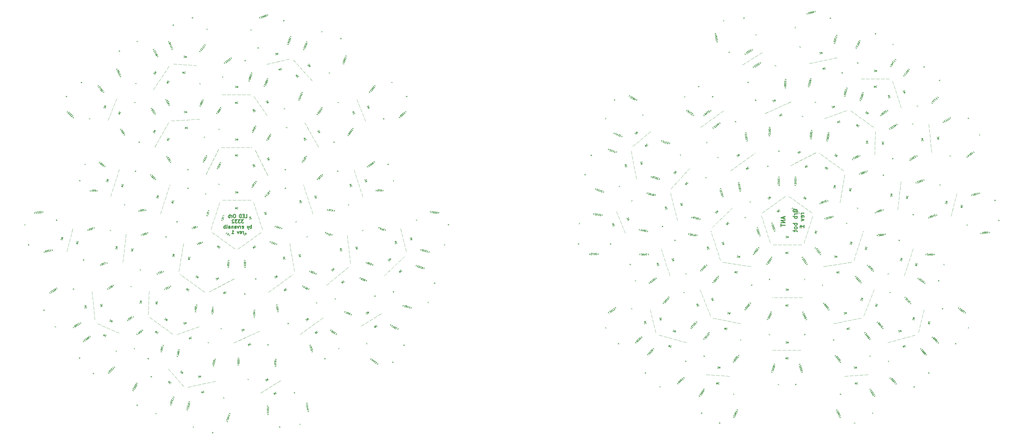
<source format=gbr>
%TF.GenerationSoftware,KiCad,Pcbnew,8.0.5*%
%TF.CreationDate,2024-10-26T12:13:46-04:00*%
%TF.ProjectId,orb_generated,6f72625f-6765-46e6-9572-617465642e6b,rev?*%
%TF.SameCoordinates,Original*%
%TF.FileFunction,Legend,Bot*%
%TF.FilePolarity,Positive*%
%FSLAX46Y46*%
G04 Gerber Fmt 4.6, Leading zero omitted, Abs format (unit mm)*
G04 Created by KiCad (PCBNEW 8.0.5) date 2024-10-26 12:13:46*
%MOMM*%
%LPD*%
G01*
G04 APERTURE LIST*
%ADD10C,0.120000*%
%ADD11C,0.300000*%
%ADD12C,0.150000*%
G04 APERTURE END LIST*
D10*
X-23736000Y36986000D02*
X-22418504Y37067269D01*
X-21939415Y37096822D02*
X-20621919Y37178091D01*
X-20142830Y37207644D02*
X-18825334Y37288913D01*
X-18346244Y37318465D02*
X-17028748Y37399735D01*
X-16549659Y37429287D02*
X-15232163Y37510556D01*
X-14753074Y37540109D02*
X-13435578Y37621378D01*
X20985000Y-17787000D02*
X20766600Y-16485193D01*
X20687182Y-16011809D02*
X20468782Y-14710002D01*
X20389363Y-14236617D02*
X20170963Y-12934810D01*
X20091545Y-12461426D02*
X19873145Y-11159619D01*
X19793727Y-10686235D02*
X19575327Y-9384428D01*
X19495908Y-8911043D02*
X19277508Y-7609236D01*
X213614000Y37861000D02*
X214855890Y38308337D01*
X215307486Y38471005D02*
X216549375Y38918342D01*
X217000972Y39081010D02*
X218242861Y39528347D01*
X218694457Y39691015D02*
X219936347Y40138351D01*
X220387943Y40301019D02*
X221629833Y40748356D01*
X10887000Y57606000D02*
X12175335Y57893391D01*
X12643820Y57997897D02*
X13932155Y58285288D01*
X14400640Y58389793D02*
X15688975Y58677184D01*
X16157460Y58781690D02*
X17445795Y59069081D01*
X17914281Y59173587D02*
X19202615Y59460977D01*
X6269000Y45950000D02*
X7010715Y44858094D01*
X7280429Y44461037D02*
X8022143Y43369130D01*
X8291858Y42972073D02*
X9033572Y41880167D01*
X9303287Y41483110D02*
X10045001Y40391204D01*
X10314715Y39994147D02*
X11056430Y38902240D01*
X241371000Y14911000D02*
X241220731Y13599581D01*
X241166087Y13122702D02*
X241015818Y11811283D01*
X240961175Y11334403D02*
X240810905Y10022985D01*
X240756262Y9546105D02*
X240605993Y8234686D01*
X240551349Y7757807D02*
X240401080Y6446388D01*
X240346437Y5969509D02*
X240196167Y4658090D01*
X190974000Y3486000D02*
X192041879Y4261908D01*
X192430199Y4544057D02*
X193498078Y5319965D01*
X193886398Y5602114D02*
X194954277Y6378023D01*
X195342597Y6660171D02*
X196410476Y7436080D01*
X196798796Y7718228D02*
X197866675Y8494137D01*
X198254995Y8776285D02*
X199322874Y9552194D01*
X59555000Y-2296000D02*
X59879990Y-3575368D01*
X59998168Y-4040592D02*
X60323158Y-5319960D01*
X60441336Y-5785185D02*
X60766326Y-7064552D01*
X60884504Y-7529777D02*
X61209494Y-8809144D01*
X61327672Y-9274369D02*
X61652662Y-10553737D01*
X223074000Y40697000D02*
X224141923Y39921151D01*
X224530258Y39639024D02*
X225598181Y38863176D01*
X225986516Y38581049D02*
X227054439Y37805200D01*
X227442774Y37523073D02*
X228510697Y36747225D01*
X228899033Y36465098D02*
X229966955Y35689249D01*
X230355291Y35407122D02*
X231423213Y34631273D01*
X526000Y-9662000D02*
X1593879Y-8886092D01*
X1982199Y-8603943D02*
X3050078Y-7828035D01*
X3438398Y-7545886D02*
X4506277Y-6769977D01*
X4894597Y-6487829D02*
X5962476Y-5711920D01*
X6350796Y-5429772D02*
X7418675Y-4653863D01*
X7806995Y-4371715D02*
X8874874Y-3595806D01*
X150470000Y33148000D02*
X149455043Y32304043D01*
X149085968Y31997150D02*
X148071012Y31153193D01*
X147701937Y30846300D02*
X146686980Y30002343D01*
X146317905Y29695449D02*
X145302948Y28851492D01*
X144933873Y28544599D02*
X143918917Y27700642D01*
X-27695000Y3129000D02*
X-27287132Y4384406D01*
X-27138816Y4840917D02*
X-26730948Y6096323D01*
X-26582633Y6552834D02*
X-26174765Y7808240D01*
X-26026449Y8264751D02*
X-25618581Y9520157D01*
X-25470266Y9976668D02*
X-25062398Y11232074D01*
X-24914082Y11688585D02*
X-24506214Y12943991D01*
X-24357898Y13400502D02*
X-24245000Y13748000D01*
X175755000Y-13748000D02*
X175347132Y-12492594D01*
X175198816Y-12036083D02*
X174790948Y-10780677D01*
X174642633Y-10324166D02*
X174234765Y-9068760D01*
X174086449Y-8612249D02*
X173678581Y-7356843D01*
X173530266Y-6900332D02*
X173122398Y-5644926D01*
X172974082Y-5188415D02*
X172566214Y-3933009D01*
X172417898Y-3476498D02*
X172305000Y-3129000D01*
X-11534000Y-25373000D02*
X-12601894Y-24597113D01*
X-12990220Y-24314972D02*
X-14058114Y-23539084D01*
X-14446440Y-23256943D02*
X-15514334Y-22481056D01*
X-15902659Y-22198915D02*
X-16970554Y-21423027D01*
X-17358879Y-21140887D02*
X-18426774Y-20364999D01*
X-18815099Y-20082858D02*
X-19882993Y-19306971D01*
X-20271319Y-19024830D02*
X-20567000Y-18810000D01*
X251449000Y35783000D02*
X251584902Y34470015D01*
X251634321Y33992565D02*
X251770224Y32679580D01*
X251819643Y32202131D02*
X251955545Y30889145D01*
X252004964Y30411696D02*
X252140866Y29098711D01*
X252190285Y28621262D02*
X252326187Y27308276D01*
X252375606Y26830827D02*
X252511509Y25517842D01*
X45836000Y9369000D02*
X45428089Y10624392D01*
X45279757Y11080898D02*
X44871846Y12336290D01*
X44723515Y12792796D02*
X44315604Y14048187D01*
X44167272Y14504693D02*
X43759361Y15760085D01*
X43611030Y16216591D02*
X43203118Y17471983D01*
X43054787Y17928489D02*
X42646876Y19183881D01*
X45282000Y-37673000D02*
X46403815Y-36977349D01*
X46811748Y-36724385D02*
X47933564Y-36028734D01*
X48341497Y-35775770D02*
X49463312Y-35080119D01*
X49871245Y-34827155D02*
X50993060Y-34131505D01*
X51400993Y-33878541D02*
X52522809Y-33182890D01*
X32649000Y-22814000D02*
X33667186Y-21973942D01*
X34037435Y-21668466D02*
X35055621Y-20828407D01*
X35425870Y-20522932D02*
X36444055Y-19682873D01*
X36814305Y-19377398D02*
X37832490Y-18537339D01*
X38202740Y-18231863D02*
X39220925Y-17391805D01*
X39591175Y-17086329D02*
X40609360Y-16246271D01*
X20590000Y59190000D02*
X21471690Y58207644D01*
X21792304Y57850424D02*
X22673994Y56868068D01*
X22994608Y56510847D02*
X23876298Y55528491D01*
X24196912Y55171271D02*
X25078602Y54188915D01*
X25399216Y53831695D02*
X26280906Y52849339D01*
X26601521Y52492118D02*
X27483210Y51509762D01*
X-43554000Y45079000D02*
X-44043155Y43852979D01*
X-44221029Y43407153D02*
X-44710184Y42181132D01*
X-44888059Y41735306D02*
X-45377214Y40509285D01*
X-45555088Y40063460D02*
X-46044243Y38837439D01*
X-46222118Y38391613D02*
X-46711273Y37165592D01*
X157411000Y-19362000D02*
X157003089Y-18106608D01*
X156854757Y-17650102D02*
X156446846Y-16394710D01*
X156298515Y-15938204D02*
X155890604Y-14682813D01*
X155742272Y-14226307D02*
X155334361Y-12970915D01*
X155186030Y-12514409D02*
X154778118Y-11259017D01*
X154629787Y-10802511D02*
X154221876Y-9547119D01*
X180240000Y5478000D02*
X179298126Y4553190D01*
X178955626Y4216896D02*
X178013752Y3292086D01*
X177671252Y2955792D02*
X176729378Y2030982D01*
X176386878Y1694688D02*
X175445004Y769878D01*
X175102504Y433584D02*
X174160629Y-491226D01*
X173818130Y-827520D02*
X172876255Y-1752330D01*
X226847000Y52309000D02*
X228167000Y52309000D01*
X228647000Y52309000D02*
X229967000Y52309000D01*
X230447000Y52309000D02*
X231767000Y52309000D01*
X232247000Y52309000D02*
X233567000Y52309000D01*
X234047000Y52309000D02*
X235367000Y52309000D01*
X235847000Y52309000D02*
X237167000Y52309000D01*
X-526000Y-9662000D02*
X-1593879Y-8886092D01*
X-1982199Y-8603943D02*
X-3050078Y-7828035D01*
X-3438398Y-7545886D02*
X-4506277Y-6769977D01*
X-4894597Y-6487829D02*
X-5962476Y-5711920D01*
X-6350796Y-5429772D02*
X-7418675Y-4653863D01*
X-7806995Y-4371715D02*
X-8874874Y-3595806D01*
X259555000Y2296000D02*
X259879990Y3575368D01*
X259998168Y4040592D02*
X260323158Y5319960D01*
X260441336Y5785185D02*
X260766326Y7064552D01*
X260884504Y7529777D02*
X261209494Y8809144D01*
X261327672Y9274369D02*
X261652662Y10553737D01*
X231801000Y24647000D02*
X231842630Y25966343D01*
X231857769Y26446105D02*
X231899399Y27765448D01*
X231914538Y28245209D02*
X231956168Y29564553D01*
X231971307Y30044314D02*
X232012937Y31363657D01*
X232028075Y31843418D02*
X232069706Y33162762D01*
X-42668000Y-40205000D02*
X-43879193Y-39680204D01*
X-44319627Y-39489369D02*
X-45530821Y-38964574D01*
X-45971255Y-38773739D02*
X-47182448Y-38248943D01*
X-47622882Y-38058108D02*
X-48834075Y-37533313D01*
X-49274509Y-37342478D02*
X-50485703Y-36817682D01*
X-9351000Y-2486000D02*
X-8943239Y-1230559D01*
X-8794963Y-774035D02*
X-8387202Y481405D01*
X-8238925Y937929D02*
X-7831165Y2193370D01*
X-7682888Y2649894D02*
X-7275127Y3905334D01*
X-7126851Y4361858D02*
X-6719090Y5617299D01*
X-6570813Y6073823D02*
X-6163053Y7329263D01*
X160176000Y734000D02*
X159846128Y2012117D01*
X159726174Y2476887D02*
X159396302Y3755005D01*
X159276348Y4219775D02*
X158946476Y5497892D01*
X158826522Y5962662D02*
X158496650Y7240780D01*
X158376696Y7705550D02*
X158046824Y8983667D01*
X157926870Y9448437D02*
X157596998Y10726555D01*
X11316000Y17100000D02*
X10727594Y18281600D01*
X10513628Y18711273D02*
X9925222Y19892872D01*
X9711256Y20322545D02*
X9122850Y21504145D01*
X8908884Y21933818D02*
X8320478Y23115418D01*
X8106512Y23545090D02*
X7518106Y24726690D01*
X7304141Y25156363D02*
X6715734Y26337963D01*
X227841000Y-34004000D02*
X228325324Y-32776063D01*
X228501442Y-32329540D02*
X228985767Y-31101603D01*
X229161885Y-30655080D02*
X229646209Y-29427143D01*
X229822327Y-28980620D02*
X230306651Y-27752683D01*
X230482769Y-27306160D02*
X230967094Y-26078223D01*
X231143212Y-25631701D02*
X231627536Y-24403763D01*
X206105000Y-7508000D02*
X206512761Y-6252559D01*
X206661037Y-5796035D02*
X207068798Y-4540595D01*
X207217075Y-4084071D02*
X207624835Y-2828630D01*
X207773112Y-2372106D02*
X208180873Y-1116666D01*
X208329149Y-660142D02*
X208736910Y595299D01*
X208885187Y1051823D02*
X209292947Y2307263D01*
X46832000Y36863000D02*
X46342845Y38089021D01*
X46164971Y38534847D02*
X45675816Y39760868D01*
X45497941Y40206694D02*
X45008786Y41432715D01*
X44830912Y41878540D02*
X44341757Y43104561D01*
X44163882Y43550387D02*
X43674727Y44776408D01*
X41371000Y-14911000D02*
X41220731Y-13599581D01*
X41166087Y-13122702D02*
X41015818Y-11811283D01*
X40961175Y-11334403D02*
X40810905Y-10022985D01*
X40756262Y-9546105D02*
X40605993Y-8234686D01*
X40551349Y-7757807D02*
X40401080Y-6446388D01*
X40346437Y-5969509D02*
X40196167Y-4658090D01*
X236570000Y-43698000D02*
X237841837Y-43344685D01*
X238304323Y-43216207D02*
X239576159Y-42862891D01*
X240038645Y-42734413D02*
X241310482Y-42381098D01*
X241772968Y-42252620D02*
X243044805Y-41899304D01*
X243507291Y-41770826D02*
X244779127Y-41417511D01*
X245241613Y-41289033D02*
X246513450Y-40935717D01*
X-5254000Y46487000D02*
X-3934000Y46487000D01*
X-3454000Y46487000D02*
X-2134000Y46487000D01*
X-1654000Y46487000D02*
X-334000Y46487000D01*
X146000Y46487000D02*
X1466000Y46487000D01*
X1946000Y46487000D02*
X3266000Y46487000D01*
X3746000Y46487000D02*
X5066000Y46487000D01*
X176599000Y-14462000D02*
X177904598Y-14656459D01*
X178379361Y-14727171D02*
X179684959Y-14921629D01*
X180159722Y-14992342D02*
X181465319Y-15186800D01*
X181940082Y-15257512D02*
X183245680Y-15451971D01*
X183720443Y-15522683D02*
X185026041Y-15717142D01*
X185500804Y-15787854D02*
X186806402Y-15982313D01*
X170586000Y-55352000D02*
X171903169Y-55438399D01*
X172382140Y-55469816D02*
X173699310Y-55556215D01*
X174178280Y-55587633D02*
X175495450Y-55674031D01*
X175974420Y-55705449D02*
X177291590Y-55791848D01*
X177770560Y-55823265D02*
X179087730Y-55909664D01*
X-14490000Y57095000D02*
X-15806465Y57191538D01*
X-16285180Y57226642D02*
X-17601645Y57323180D01*
X-18080359Y57358285D02*
X-19396825Y57454823D01*
X-19875539Y57489927D02*
X-21192004Y57586465D01*
X-21670719Y57621570D02*
X-22987184Y57718108D01*
X-52556000Y-25088000D02*
X-52420098Y-26400985D01*
X-52370679Y-26878435D02*
X-52234776Y-28191420D01*
X-52185357Y-28668869D02*
X-52049455Y-29981855D01*
X-52000036Y-30459304D02*
X-51864134Y-31772289D01*
X-51814715Y-32249738D02*
X-51678813Y-33562724D01*
X-51629394Y-34040173D02*
X-51493491Y-35353158D01*
X223401000Y-14462000D02*
X222095402Y-14656459D01*
X221620639Y-14727171D02*
X220315041Y-14921629D01*
X219840278Y-14992342D02*
X218534681Y-15186800D01*
X218059918Y-15257512D02*
X216754320Y-15451971D01*
X216279557Y-15522683D02*
X214973959Y-15717142D01*
X214499196Y-15787854D02*
X213193598Y-15982313D01*
X-19199000Y-59637000D02*
X-20072370Y-58647240D01*
X-20389959Y-58287327D02*
X-21263329Y-57297568D01*
X-21580919Y-56937655D02*
X-22454289Y-55947895D01*
X-22771878Y-55587982D02*
X-23645248Y-54598223D01*
X-23962837Y-54238310D02*
X-24836207Y-53248550D01*
X152289000Y-40015000D02*
X151973876Y-38733167D01*
X151859285Y-38267045D02*
X151544161Y-36985212D01*
X151429570Y-36519091D02*
X151114446Y-35237258D01*
X150999856Y-34771136D02*
X150684731Y-33489303D01*
X150570141Y-33023182D02*
X150255017Y-31741348D01*
X179433000Y18810000D02*
X180500894Y19585887D01*
X180889220Y19868028D02*
X181957114Y20643916D01*
X182345440Y20926057D02*
X183413334Y21701944D01*
X183801659Y21984085D02*
X184869554Y22759973D01*
X185257879Y23042113D02*
X186325774Y23818001D01*
X186714099Y24100142D02*
X187781993Y24876029D01*
X188170319Y25158170D02*
X188466000Y25373000D01*
X141222000Y-3862000D02*
X140723338Y-2639815D01*
X140542006Y-2195384D02*
X140043344Y-973199D01*
X139862012Y-528768D02*
X139363350Y693417D01*
X139182018Y1137847D02*
X138683356Y2360032D01*
X138502024Y2804463D02*
X138003362Y4026648D01*
X201397000Y43954000D02*
X200196201Y43405838D01*
X199759546Y43206507D02*
X198558747Y42658345D01*
X198122093Y42459014D02*
X196921294Y41910852D01*
X196484639Y41711521D02*
X195283840Y41163359D01*
X194847186Y40964028D02*
X193646387Y40415866D01*
X193209732Y40216534D02*
X192008933Y39668373D01*
X8739000Y-62070000D02*
X9855371Y-61365646D01*
X10261325Y-61109517D02*
X11377696Y-60405163D01*
X11783649Y-60149034D02*
X12900021Y-59444680D01*
X13305974Y-59188551D02*
X14422346Y-58484197D01*
X14828299Y-58228068D02*
X15944670Y-57523714D01*
X194746000Y-46487000D02*
X196066000Y-46487000D01*
X196546000Y-46487000D02*
X197866000Y-46487000D01*
X198346000Y-46487000D02*
X199666000Y-46487000D01*
X200146000Y-46487000D02*
X201466000Y-46487000D01*
X201946000Y-46487000D02*
X203266000Y-46487000D01*
X203746000Y-46487000D02*
X205066000Y-46487000D01*
X173034000Y-34738000D02*
X174327668Y-35000343D01*
X174798092Y-35095740D02*
X176091760Y-35358083D01*
X176562185Y-35453480D02*
X177855853Y-35715823D01*
X178326277Y-35811220D02*
X179619945Y-36073563D01*
X180090370Y-36168961D02*
X181384037Y-36431303D01*
X181854462Y-36526701D02*
X183148130Y-36789043D01*
X172159000Y-34004000D02*
X171674676Y-32776063D01*
X171498558Y-32329540D02*
X171014233Y-31101603D01*
X170838115Y-30655080D02*
X170353791Y-29427143D01*
X170177673Y-28980620D02*
X169693349Y-27752683D01*
X169517231Y-27306160D02*
X169032906Y-26078223D01*
X168856788Y-25631701D02*
X168372464Y-24403763D01*
X-24705000Y36381000D02*
X-25354277Y35231722D01*
X-25590378Y34813803D02*
X-26239655Y33664525D01*
X-26475755Y33246606D02*
X-27125032Y32097328D01*
X-27361133Y31679409D02*
X-28010410Y30530131D01*
X-28246510Y30112212D02*
X-28895787Y28962934D01*
X-29131888Y28545015D02*
X-29781165Y27395737D01*
X5254000Y8126000D02*
X3934000Y8126000D01*
X3454000Y8126000D02*
X2134000Y8126000D01*
X1654000Y8126000D02*
X334000Y8126000D01*
X-146000Y8126000D02*
X-1466000Y8126000D01*
X-1946000Y8126000D02*
X-3266000Y8126000D01*
X-3746000Y8126000D02*
X-5066000Y8126000D01*
X163430000Y-43698000D02*
X162158163Y-43344685D01*
X161695677Y-43216207D02*
X160423841Y-42862891D01*
X159961355Y-42734413D02*
X158689518Y-42381098D01*
X158227032Y-42252620D02*
X156955195Y-41899304D01*
X156492709Y-41770826D02*
X155220873Y-41417511D01*
X154758387Y-41289033D02*
X153486550Y-40935717D01*
X210432000Y25455000D02*
X209261391Y24845021D01*
X208835715Y24623211D02*
X207665105Y24013232D01*
X207239429Y23791422D02*
X206068820Y23181443D01*
X205643144Y22959632D02*
X204472535Y22349654D01*
X204046859Y22127843D02*
X202876250Y21517865D01*
X202450574Y21296054D02*
X201279964Y20686075D01*
X226966000Y-34738000D02*
X225672332Y-35000343D01*
X225201908Y-35095740D02*
X223908240Y-35358083D01*
X223437815Y-35453480D02*
X222144147Y-35715823D01*
X221673723Y-35811220D02*
X220380055Y-36073563D01*
X219909630Y-36168961D02*
X218615963Y-36431303D01*
X218145538Y-36526701D02*
X216851870Y-36789043D01*
X-6523000Y26725000D02*
X-7111406Y25543400D01*
X-7325372Y25113727D02*
X-7913778Y23932128D01*
X-8127744Y23502455D02*
X-8716150Y22320855D01*
X-8930116Y21891182D02*
X-9518522Y20709582D01*
X-9732488Y20279910D02*
X-10320894Y19098310D01*
X-10534859Y18668637D02*
X-11123266Y17487037D01*
X23074000Y-40697000D02*
X24141923Y-39921151D01*
X24530258Y-39639024D02*
X25598181Y-38863176D01*
X25986516Y-38581049D02*
X27054439Y-37805200D01*
X27442774Y-37523073D02*
X28510697Y-36747225D01*
X28899033Y-36465098D02*
X29966955Y-35689249D01*
X30355291Y-35407122D02*
X31423213Y-34631273D01*
X190649000Y2486000D02*
X191056761Y1230559D01*
X191205037Y774035D02*
X191612798Y-481405D01*
X191761075Y-937929D02*
X192168835Y-2193370D01*
X192317112Y-2649894D02*
X192724873Y-3905334D01*
X192873149Y-4361858D02*
X193280910Y-5617299D01*
X193429187Y-6073823D02*
X193836947Y-7329263D01*
X-42589000Y19362000D02*
X-42996911Y18106608D01*
X-43145243Y17650102D02*
X-43553154Y16394710D01*
X-43701485Y15938204D02*
X-44109396Y14682813D01*
X-44257728Y14226307D02*
X-44665639Y12970915D01*
X-44813970Y12514409D02*
X-45221882Y11259017D01*
X-45370213Y10802511D02*
X-45778124Y9547119D01*
X247711000Y-40015000D02*
X248026124Y-38733167D01*
X248140715Y-38267045D02*
X248455839Y-36985212D01*
X248570430Y-36519091D02*
X248885554Y-35237258D01*
X249000144Y-34771136D02*
X249315269Y-33489303D01*
X249429859Y-33023182D02*
X249744983Y-31741348D01*
X53633000Y-19361000D02*
X54589174Y-18450983D01*
X54936874Y-18120068D02*
X55893049Y-17210051D01*
X56240748Y-16879136D02*
X57196923Y-15969119D01*
X57544622Y-15638204D02*
X58500797Y-14728187D01*
X58848497Y-14397272D02*
X59804671Y-13487255D01*
X60152371Y-13156340D02*
X61108545Y-12246323D01*
X229414000Y-55352000D02*
X228096831Y-55438399D01*
X227617860Y-55469816D02*
X226300690Y-55556215D01*
X225821720Y-55587633D02*
X224504550Y-55674031D01*
X224025580Y-55705449D02*
X222708410Y-55791848D01*
X222229440Y-55823265D02*
X220912270Y-55909664D01*
X209026000Y3486000D02*
X207958121Y4261908D01*
X207569801Y4544057D02*
X206501922Y5319965D01*
X206113602Y5602114D02*
X205045723Y6378023D01*
X204657403Y6660171D02*
X203589524Y7436080D01*
X203201204Y7718228D02*
X202133325Y8494137D01*
X201745005Y8776285D02*
X200677126Y9552194D01*
X183780000Y57350000D02*
X184896371Y58054354D01*
X185302325Y58310483D02*
X186418696Y59014837D01*
X186824649Y59270966D02*
X187941021Y59975320D01*
X188346974Y60231449D02*
X189463346Y60935803D01*
X189869299Y61191932D02*
X190985670Y61896286D01*
X9351000Y-2486000D02*
X8943239Y-1230559D01*
X8794963Y-774035D02*
X8387202Y481405D01*
X8238925Y937929D02*
X7831165Y2193370D01*
X7682888Y2649894D02*
X7275127Y3905334D01*
X7126851Y4361858D02*
X6719090Y5617299D01*
X6570813Y6073823D02*
X6163053Y7329263D01*
X218133000Y59988000D02*
X216842281Y59711514D01*
X216372929Y59610973D02*
X215082210Y59334487D01*
X214612857Y59233947D02*
X213322138Y58957461D01*
X212852786Y58856920D02*
X211562067Y58580434D01*
X211092715Y58479894D02*
X209801996Y58203407D01*
X209332644Y58102867D02*
X208041925Y57826381D01*
X-5583000Y27307000D02*
X-4263000Y27307000D01*
X-3783000Y27307000D02*
X-2463000Y27307000D01*
X-1983000Y27307000D02*
X-663000Y27307000D01*
X-183000Y27307000D02*
X1137000Y27307000D01*
X1617000Y27307000D02*
X2937000Y27307000D01*
X3417000Y27307000D02*
X4737000Y27307000D01*
X5217000Y27307000D02*
X5583000Y27307000D01*
X157766000Y12253000D02*
X158658246Y13225778D01*
X158982698Y13579516D02*
X159874944Y14552294D01*
X160199397Y14906032D02*
X161091642Y15878811D01*
X161416095Y16232548D02*
X162308341Y17205327D01*
X162632794Y17559064D02*
X163525039Y18531843D01*
X163849492Y18885580D02*
X164741738Y19858359D01*
X-59555000Y-2296000D02*
X-59879990Y-3575368D01*
X-59998168Y-4040592D02*
X-60323158Y-5319960D01*
X-60441336Y-5785185D02*
X-60766326Y-7064552D01*
X-60884504Y-7529777D02*
X-61209494Y-8809144D01*
X-61327672Y-9274369D02*
X-61652662Y-10553737D01*
X-40147000Y-4229000D02*
X-40297269Y-5540419D01*
X-40351913Y-6017298D02*
X-40502182Y-7328717D01*
X-40556825Y-7805597D02*
X-40707095Y-9117015D01*
X-40761738Y-9593895D02*
X-40912007Y-10905314D01*
X-40966651Y-11382193D02*
X-41116920Y-12693612D01*
X-41171563Y-13170491D02*
X-41321833Y-14481910D01*
X-7620000Y-57736000D02*
X-8910719Y-58012486D01*
X-9380071Y-58113027D02*
X-10670790Y-58389513D01*
X-11140143Y-58490053D02*
X-12430862Y-58766539D01*
X-12900214Y-58867080D02*
X-14190933Y-59143566D01*
X-14660285Y-59244106D02*
X-15951004Y-59520593D01*
X-16420356Y-59621133D02*
X-17711075Y-59897619D01*
X205254000Y-8126000D02*
X203934000Y-8126000D01*
X203454000Y-8126000D02*
X202134000Y-8126000D01*
X201654000Y-8126000D02*
X200334000Y-8126000D01*
X199854000Y-8126000D02*
X198534000Y-8126000D01*
X198054000Y-8126000D02*
X196734000Y-8126000D01*
X196254000Y-8126000D02*
X194934000Y-8126000D01*
X219206000Y7183000D02*
X219424400Y8484807D01*
X219503818Y8958191D02*
X219722218Y10259998D01*
X219801637Y10733383D02*
X220020037Y12035190D01*
X220099455Y12508574D02*
X220317855Y13810381D01*
X220397273Y14283765D02*
X220615673Y15585572D01*
X220695092Y16058957D02*
X220913492Y17360764D01*
X-896000Y-20486000D02*
X-2066609Y-21095979D01*
X-2492285Y-21317789D02*
X-3662895Y-21927768D01*
X-4088571Y-22149578D02*
X-5259180Y-22759557D01*
X-5684856Y-22981368D02*
X-6855465Y-23591346D01*
X-7281141Y-23813157D02*
X-8451750Y-24423135D01*
X-8877426Y-24644946D02*
X-10048036Y-25254925D01*
X145230000Y15862000D02*
X144991344Y17160246D01*
X144904560Y17632336D02*
X144665903Y18930582D01*
X144579119Y19402671D02*
X144340463Y20700918D01*
X144253679Y21173007D02*
X144015022Y22471253D01*
X143928238Y22943343D02*
X143689582Y24241589D01*
X143602798Y24713679D02*
X143364141Y26011925D01*
X-32080000Y-33489000D02*
X-32038370Y-32169657D01*
X-32023231Y-31689895D02*
X-31981601Y-30370552D01*
X-31966462Y-29890791D02*
X-31924832Y-28571447D01*
X-31909693Y-28091686D02*
X-31868063Y-26772343D01*
X-31852925Y-26292582D02*
X-31811294Y-24973238D01*
X241452000Y41697000D02*
X241044089Y42952392D01*
X240895757Y43408898D02*
X240487846Y44664290D01*
X240339515Y45120796D02*
X239931604Y46376187D01*
X239783272Y46832693D02*
X239375361Y48088085D01*
X239227030Y48544591D02*
X238819118Y49799983D01*
X238670787Y50256489D02*
X238262876Y51511881D01*
X8384000Y-39489000D02*
X7183201Y-40037162D01*
X6746546Y-40236493D02*
X5545747Y-40784655D01*
X5109093Y-40983986D02*
X3908294Y-41532148D01*
X3471639Y-41731479D02*
X2270840Y-42279641D01*
X1834186Y-42478972D02*
X633387Y-43027134D01*
X196732Y-43226466D02*
X-1004067Y-43774627D01*
X-20985000Y-17787000D02*
X-20766600Y-16485193D01*
X-20687182Y-16011809D02*
X-20468782Y-14710002D01*
X-20389363Y-14236617D02*
X-20170963Y-12934810D01*
X-20091545Y-12461426D02*
X-19873145Y-11159619D01*
X-19793727Y-10686235D02*
X-19575327Y-9384428D01*
X-19495908Y-8911043D02*
X-19277508Y-7609236D01*
X-13614000Y-37861000D02*
X-14855890Y-38308337D01*
X-15307486Y-38471005D02*
X-16549375Y-38918342D01*
X-17000972Y-39081010D02*
X-18242861Y-39528347D01*
X-18694457Y-39691015D02*
X-19936347Y-40138351D01*
X-20387943Y-40301019D02*
X-21629833Y-40748356D01*
X242589000Y-19362000D02*
X242996911Y-18106608D01*
X243145243Y-17650102D02*
X243553154Y-16394710D01*
X243701485Y-15938204D02*
X244109396Y-14682813D01*
X244257728Y-14226307D02*
X244665639Y-12970915D01*
X244813970Y-12514409D02*
X245221882Y-11259017D01*
X245370213Y-10802511D02*
X245778124Y-9547119D01*
X220567000Y18810000D02*
X219499106Y19585887D01*
X219110780Y19868028D02*
X218042886Y20643916D01*
X217654560Y20926057D02*
X216586666Y21701944D01*
X216198341Y21984085D02*
X215130446Y22759973D01*
X214742121Y23042113D02*
X213674226Y23818001D01*
X213285901Y24100142D02*
X212218007Y24876029D01*
X211829681Y25158170D02*
X211534000Y25373000D01*
X224245000Y-13748000D02*
X224652868Y-12492594D01*
X224801184Y-12036083D02*
X225209052Y-10780677D01*
X225357367Y-10324166D02*
X225765235Y-9068760D01*
X225913551Y-8612249D02*
X226321419Y-7356843D01*
X226469734Y-6900332D02*
X226877602Y-5644926D01*
X227025918Y-5188415D02*
X227433786Y-3933009D01*
X227582102Y-3476498D02*
X227695000Y-3129000D01*
X27695000Y3129000D02*
X27287132Y4384406D01*
X27138816Y4840917D02*
X26730948Y6096323D01*
X26582633Y6552834D02*
X26174765Y7808240D01*
X26026449Y8264751D02*
X25618581Y9520157D01*
X25470266Y9976668D02*
X25062398Y11232074D01*
X24914082Y11688585D02*
X24506214Y12943991D01*
X24357898Y13400502D02*
X24245000Y13748000D01*
X205583000Y-27307000D02*
X204263000Y-27307000D01*
X203783000Y-27307000D02*
X202463000Y-27307000D01*
X201983000Y-27307000D02*
X200663000Y-27307000D01*
X200183000Y-27307000D02*
X198863000Y-27307000D01*
X198383000Y-27307000D02*
X197063000Y-27307000D01*
X196583000Y-27307000D02*
X195263000Y-27307000D01*
X194783000Y-27307000D02*
X194417000Y-27307000D01*
X24705000Y36381000D02*
X25354277Y35231722D01*
X25590378Y34813803D02*
X26239655Y33664525D01*
X26475755Y33246606D02*
X27125032Y32097328D01*
X27361133Y31679409D02*
X28010410Y30530131D01*
X28246510Y30112212D02*
X28895787Y28962934D01*
X29131888Y28545015D02*
X29781165Y27395737D01*
X-31575000Y-34521000D02*
X-30507077Y-35296849D01*
X-30118742Y-35578976D02*
X-29050819Y-36354824D01*
X-28662484Y-36636951D02*
X-27594561Y-37412800D01*
X-27206226Y-37694927D02*
X-26138303Y-38470775D01*
X-25749967Y-38752902D02*
X-24682045Y-39528751D01*
X-24293709Y-39810878D02*
X-23225787Y-40586727D01*
X-30259000Y48284000D02*
X-29529887Y49384361D01*
X-29264755Y49784492D02*
X-28535641Y50884853D01*
X-28270509Y51284984D02*
X-27541396Y52385345D01*
X-27276264Y52785476D02*
X-26547150Y53885837D01*
X-26282018Y54285968D02*
X-25552905Y55386329D01*
X-25287773Y55786460D02*
X-24558660Y56886820D01*
X176926000Y40697000D02*
X175858077Y39921151D01*
X175469742Y39639024D02*
X174401819Y38863176D01*
X174013484Y38581049D02*
X172945561Y37805200D01*
X172557226Y37523073D02*
X171489303Y36747225D01*
X171100967Y36465098D02*
X170033045Y35689249D01*
X169644709Y35407122D02*
X168576787Y34631273D01*
X11534000Y-25373000D02*
X12601894Y-24597113D01*
X12990220Y-24314972D02*
X14058114Y-23539084D01*
X14446440Y-23256943D02*
X15514334Y-22481056D01*
X15902659Y-22198915D02*
X16970554Y-21423027D01*
X17358879Y-21140887D02*
X18426774Y-20364999D01*
X18815099Y-20082858D02*
X19882993Y-19306971D01*
X20271319Y-19024830D02*
X20567000Y-18810000D01*
D11*
X3171428Y1758256D02*
X3742856Y1758256D01*
X3742856Y1758256D02*
X3742856Y2958256D01*
X2771427Y2386827D02*
X2371427Y2386827D01*
X2199999Y1758256D02*
X2771427Y1758256D01*
X2771427Y1758256D02*
X2771427Y2958256D01*
X2771427Y2958256D02*
X2199999Y2958256D01*
X1685713Y1758256D02*
X1685713Y2958256D01*
X1685713Y2958256D02*
X1399999Y2958256D01*
X1399999Y2958256D02*
X1228570Y2901113D01*
X1228570Y2901113D02*
X1114285Y2786827D01*
X1114285Y2786827D02*
X1057142Y2672541D01*
X1057142Y2672541D02*
X999999Y2443970D01*
X999999Y2443970D02*
X999999Y2272541D01*
X999999Y2272541D02*
X1057142Y2043970D01*
X1057142Y2043970D02*
X1114285Y1929684D01*
X1114285Y1929684D02*
X1228570Y1815399D01*
X1228570Y1815399D02*
X1399999Y1758256D01*
X1399999Y1758256D02*
X1685713Y1758256D01*
X-657143Y2958256D02*
X-885715Y2958256D01*
X-885715Y2958256D02*
X-1000000Y2901113D01*
X-1000000Y2901113D02*
X-1114286Y2786827D01*
X-1114286Y2786827D02*
X-1171429Y2558256D01*
X-1171429Y2558256D02*
X-1171429Y2158256D01*
X-1171429Y2158256D02*
X-1114286Y1929684D01*
X-1114286Y1929684D02*
X-1000000Y1815399D01*
X-1000000Y1815399D02*
X-885715Y1758256D01*
X-885715Y1758256D02*
X-657143Y1758256D01*
X-657143Y1758256D02*
X-542858Y1815399D01*
X-542858Y1815399D02*
X-428572Y1929684D01*
X-428572Y1929684D02*
X-371429Y2158256D01*
X-371429Y2158256D02*
X-371429Y2558256D01*
X-371429Y2558256D02*
X-428572Y2786827D01*
X-428572Y2786827D02*
X-542858Y2901113D01*
X-542858Y2901113D02*
X-657143Y2958256D01*
X-1685715Y1758256D02*
X-1685715Y2558256D01*
X-1685715Y2329684D02*
X-1742858Y2443970D01*
X-1742858Y2443970D02*
X-1800001Y2501113D01*
X-1800001Y2501113D02*
X-1914286Y2558256D01*
X-1914286Y2558256D02*
X-2028572Y2558256D01*
X-2428572Y1758256D02*
X-2428572Y2958256D01*
X-2428572Y2501113D02*
X-2542858Y2558256D01*
X-2542858Y2558256D02*
X-2771429Y2558256D01*
X-2771429Y2558256D02*
X-2885715Y2501113D01*
X-2885715Y2501113D02*
X-2942858Y2443970D01*
X-2942858Y2443970D02*
X-3000000Y2329684D01*
X-3000000Y2329684D02*
X-3000000Y1986827D01*
X-3000000Y1986827D02*
X-2942858Y1872541D01*
X-2942858Y1872541D02*
X-2885715Y1815399D01*
X-2885715Y1815399D02*
X-2771429Y1758256D01*
X-2771429Y1758256D02*
X-2542858Y1758256D01*
X-2542858Y1758256D02*
X-2428572Y1815399D01*
X2514285Y1026323D02*
X1771428Y1026323D01*
X1771428Y1026323D02*
X2171428Y569180D01*
X2171428Y569180D02*
X1999999Y569180D01*
X1999999Y569180D02*
X1885714Y512037D01*
X1885714Y512037D02*
X1828571Y454894D01*
X1828571Y454894D02*
X1771428Y340608D01*
X1771428Y340608D02*
X1771428Y54894D01*
X1771428Y54894D02*
X1828571Y-59391D01*
X1828571Y-59391D02*
X1885714Y-116534D01*
X1885714Y-116534D02*
X1999999Y-173676D01*
X1999999Y-173676D02*
X2342856Y-173676D01*
X2342856Y-173676D02*
X2457142Y-116534D01*
X2457142Y-116534D02*
X2514285Y-59391D01*
X1371428Y1026323D02*
X628571Y1026323D01*
X628571Y1026323D02*
X1028571Y569180D01*
X1028571Y569180D02*
X857142Y569180D01*
X857142Y569180D02*
X742857Y512037D01*
X742857Y512037D02*
X685714Y454894D01*
X685714Y454894D02*
X628571Y340608D01*
X628571Y340608D02*
X628571Y54894D01*
X628571Y54894D02*
X685714Y-59391D01*
X685714Y-59391D02*
X742857Y-116534D01*
X742857Y-116534D02*
X857142Y-173676D01*
X857142Y-173676D02*
X1199999Y-173676D01*
X1199999Y-173676D02*
X1314285Y-116534D01*
X1314285Y-116534D02*
X1371428Y-59391D01*
X228571Y1026323D02*
X-514285Y1026323D01*
X-514285Y1026323D02*
X-114285Y569180D01*
X-114285Y569180D02*
X-285714Y569180D01*
X-285714Y569180D02*
X-400000Y512037D01*
X-400000Y512037D02*
X-457142Y454894D01*
X-457142Y454894D02*
X-514285Y340608D01*
X-514285Y340608D02*
X-514285Y54894D01*
X-514285Y54894D02*
X-457142Y-59391D01*
X-457142Y-59391D02*
X-400000Y-116534D01*
X-400000Y-116534D02*
X-285714Y-173676D01*
X-285714Y-173676D02*
X57142Y-173676D01*
X57142Y-173676D02*
X171428Y-116534D01*
X171428Y-116534D02*
X228571Y-59391D01*
X-971428Y912037D02*
X-1028571Y969180D01*
X-1028571Y969180D02*
X-1142857Y1026323D01*
X-1142857Y1026323D02*
X-1428571Y1026323D01*
X-1428571Y1026323D02*
X-1542857Y969180D01*
X-1542857Y969180D02*
X-1599999Y912037D01*
X-1599999Y912037D02*
X-1657142Y797751D01*
X-1657142Y797751D02*
X-1657142Y683466D01*
X-1657142Y683466D02*
X-1599999Y512037D01*
X-1599999Y512037D02*
X-914285Y-173676D01*
X-914285Y-173676D02*
X-1657142Y-173676D01*
X5399998Y-2105609D02*
X5399998Y-905609D01*
X5399998Y-1362752D02*
X5285713Y-1305609D01*
X5285713Y-1305609D02*
X5057141Y-1305609D01*
X5057141Y-1305609D02*
X4942855Y-1362752D01*
X4942855Y-1362752D02*
X4885713Y-1419895D01*
X4885713Y-1419895D02*
X4828570Y-1534181D01*
X4828570Y-1534181D02*
X4828570Y-1877038D01*
X4828570Y-1877038D02*
X4885713Y-1991324D01*
X4885713Y-1991324D02*
X4942855Y-2048467D01*
X4942855Y-2048467D02*
X5057141Y-2105609D01*
X5057141Y-2105609D02*
X5285713Y-2105609D01*
X5285713Y-2105609D02*
X5399998Y-2048467D01*
X4428570Y-1305609D02*
X4142856Y-2105609D01*
X3857141Y-1305609D02*
X4142856Y-2105609D01*
X4142856Y-2105609D02*
X4257141Y-2391324D01*
X4257141Y-2391324D02*
X4314284Y-2448467D01*
X4314284Y-2448467D02*
X4428570Y-2505609D01*
X2028569Y-2048467D02*
X2142855Y-2105609D01*
X2142855Y-2105609D02*
X2371427Y-2105609D01*
X2371427Y-2105609D02*
X2485712Y-2048467D01*
X2485712Y-2048467D02*
X2542855Y-1934181D01*
X2542855Y-1934181D02*
X2542855Y-1477038D01*
X2542855Y-1477038D02*
X2485712Y-1362752D01*
X2485712Y-1362752D02*
X2371427Y-1305609D01*
X2371427Y-1305609D02*
X2142855Y-1305609D01*
X2142855Y-1305609D02*
X2028569Y-1362752D01*
X2028569Y-1362752D02*
X1971427Y-1477038D01*
X1971427Y-1477038D02*
X1971427Y-1591324D01*
X1971427Y-1591324D02*
X2542855Y-1705609D01*
X1457141Y-2105609D02*
X1457141Y-1305609D01*
X1457141Y-1534181D02*
X1399998Y-1419895D01*
X1399998Y-1419895D02*
X1342856Y-1362752D01*
X1342856Y-1362752D02*
X1228570Y-1305609D01*
X1228570Y-1305609D02*
X1114284Y-1305609D01*
X828570Y-1305609D02*
X542856Y-2105609D01*
X542856Y-2105609D02*
X257141Y-1305609D01*
X-714287Y-2105609D02*
X-714287Y-1477038D01*
X-714287Y-1477038D02*
X-657144Y-1362752D01*
X-657144Y-1362752D02*
X-542858Y-1305609D01*
X-542858Y-1305609D02*
X-314287Y-1305609D01*
X-314287Y-1305609D02*
X-200001Y-1362752D01*
X-714287Y-2048467D02*
X-600001Y-2105609D01*
X-600001Y-2105609D02*
X-314287Y-2105609D01*
X-314287Y-2105609D02*
X-200001Y-2048467D01*
X-200001Y-2048467D02*
X-142858Y-1934181D01*
X-142858Y-1934181D02*
X-142858Y-1819895D01*
X-142858Y-1819895D02*
X-200001Y-1705609D01*
X-200001Y-1705609D02*
X-314287Y-1648467D01*
X-314287Y-1648467D02*
X-600001Y-1648467D01*
X-600001Y-1648467D02*
X-714287Y-1591324D01*
X-1285715Y-1305609D02*
X-1285715Y-2105609D01*
X-1285715Y-1419895D02*
X-1342858Y-1362752D01*
X-1342858Y-1362752D02*
X-1457143Y-1305609D01*
X-1457143Y-1305609D02*
X-1628572Y-1305609D01*
X-1628572Y-1305609D02*
X-1742858Y-1362752D01*
X-1742858Y-1362752D02*
X-1800001Y-1477038D01*
X-1800001Y-1477038D02*
X-1800001Y-2105609D01*
X-2885715Y-2105609D02*
X-2885715Y-1477038D01*
X-2885715Y-1477038D02*
X-2828572Y-1362752D01*
X-2828572Y-1362752D02*
X-2714286Y-1305609D01*
X-2714286Y-1305609D02*
X-2485715Y-1305609D01*
X-2485715Y-1305609D02*
X-2371429Y-1362752D01*
X-2885715Y-2048467D02*
X-2771429Y-2105609D01*
X-2771429Y-2105609D02*
X-2485715Y-2105609D01*
X-2485715Y-2105609D02*
X-2371429Y-2048467D01*
X-2371429Y-2048467D02*
X-2314286Y-1934181D01*
X-2314286Y-1934181D02*
X-2314286Y-1819895D01*
X-2314286Y-1819895D02*
X-2371429Y-1705609D01*
X-2371429Y-1705609D02*
X-2485715Y-1648467D01*
X-2485715Y-1648467D02*
X-2771429Y-1648467D01*
X-2771429Y-1648467D02*
X-2885715Y-1591324D01*
X-3628571Y-2105609D02*
X-3514286Y-2048467D01*
X-3514286Y-2048467D02*
X-3457143Y-1934181D01*
X-3457143Y-1934181D02*
X-3457143Y-905609D01*
X-4085714Y-2105609D02*
X-4085714Y-905609D01*
X-4085714Y-1362752D02*
X-4200000Y-1305609D01*
X-4200000Y-1305609D02*
X-4428571Y-1305609D01*
X-4428571Y-1305609D02*
X-4542857Y-1362752D01*
X-4542857Y-1362752D02*
X-4600000Y-1419895D01*
X-4600000Y-1419895D02*
X-4657142Y-1534181D01*
X-4657142Y-1534181D02*
X-4657142Y-1877038D01*
X-4657142Y-1877038D02*
X-4600000Y-1991324D01*
X-4600000Y-1991324D02*
X-4542857Y-2048467D01*
X-4542857Y-2048467D02*
X-4428571Y-2105609D01*
X-4428571Y-2105609D02*
X-4200000Y-2105609D01*
X-4200000Y-2105609D02*
X-4085714Y-2048467D01*
X2485713Y-4037542D02*
X2485713Y-3237542D01*
X2485713Y-3466114D02*
X2428570Y-3351828D01*
X2428570Y-3351828D02*
X2371428Y-3294685D01*
X2371428Y-3294685D02*
X2257142Y-3237542D01*
X2257142Y-3237542D02*
X2142856Y-3237542D01*
X1285713Y-3980400D02*
X1399999Y-4037542D01*
X1399999Y-4037542D02*
X1628571Y-4037542D01*
X1628571Y-4037542D02*
X1742856Y-3980400D01*
X1742856Y-3980400D02*
X1799999Y-3866114D01*
X1799999Y-3866114D02*
X1799999Y-3408971D01*
X1799999Y-3408971D02*
X1742856Y-3294685D01*
X1742856Y-3294685D02*
X1628571Y-3237542D01*
X1628571Y-3237542D02*
X1399999Y-3237542D01*
X1399999Y-3237542D02*
X1285713Y-3294685D01*
X1285713Y-3294685D02*
X1228571Y-3408971D01*
X1228571Y-3408971D02*
X1228571Y-3523257D01*
X1228571Y-3523257D02*
X1799999Y-3637542D01*
X828571Y-3237542D02*
X542857Y-4037542D01*
X542857Y-4037542D02*
X257142Y-3237542D01*
X-1742857Y-4037542D02*
X-1057143Y-4037542D01*
X-1400000Y-4037542D02*
X-1400000Y-2837542D01*
X-1400000Y-2837542D02*
X-1285714Y-3008971D01*
X-1285714Y-3008971D02*
X-1171429Y-3123257D01*
X-1171429Y-3123257D02*
X-1057143Y-3180400D01*
X198872257Y2116917D02*
X198872257Y1402632D01*
X199300828Y2259774D02*
X197800828Y1759774D01*
X197800828Y1759774D02*
X199300828Y1259774D01*
X199300828Y759775D02*
X197800828Y759775D01*
X197800828Y759775D02*
X199300828Y-97367D01*
X199300828Y-97367D02*
X197800828Y-97367D01*
X197800828Y-597368D02*
X197800828Y-1454511D01*
X199300828Y-1025939D02*
X197800828Y-1025939D01*
X202185912Y4442856D02*
X202185912Y4157142D01*
X202185912Y4157142D02*
X202257341Y4014285D01*
X202257341Y4014285D02*
X202400198Y3871428D01*
X202400198Y3871428D02*
X202685912Y3799999D01*
X202685912Y3799999D02*
X203185912Y3799999D01*
X203185912Y3799999D02*
X203471626Y3871428D01*
X203471626Y3871428D02*
X203614484Y4014285D01*
X203614484Y4014285D02*
X203685912Y4157142D01*
X203685912Y4157142D02*
X203685912Y4442856D01*
X203685912Y4442856D02*
X203614484Y4585714D01*
X203614484Y4585714D02*
X203471626Y4728571D01*
X203471626Y4728571D02*
X203185912Y4799999D01*
X203185912Y4799999D02*
X202685912Y4799999D01*
X202685912Y4799999D02*
X202400198Y4728571D01*
X202400198Y4728571D02*
X202257341Y4585714D01*
X202257341Y4585714D02*
X202185912Y4442856D01*
X203685912Y3157142D02*
X202685912Y3157142D01*
X202971626Y3157142D02*
X202828769Y3085713D01*
X202828769Y3085713D02*
X202757341Y3014285D01*
X202757341Y3014285D02*
X202685912Y2871427D01*
X202685912Y2871427D02*
X202685912Y2728570D01*
X203685912Y2228571D02*
X202185912Y2228571D01*
X202757341Y2228571D02*
X202685912Y2085714D01*
X202685912Y2085714D02*
X202685912Y1799999D01*
X202685912Y1799999D02*
X202757341Y1657142D01*
X202757341Y1657142D02*
X202828769Y1585714D01*
X202828769Y1585714D02*
X202971626Y1514285D01*
X202971626Y1514285D02*
X203400198Y1514285D01*
X203400198Y1514285D02*
X203543055Y1585714D01*
X203543055Y1585714D02*
X203614484Y1657142D01*
X203614484Y1657142D02*
X203685912Y1799999D01*
X203685912Y1799999D02*
X203685912Y2085714D01*
X203685912Y2085714D02*
X203614484Y2228571D01*
X203685912Y-271428D02*
X202185912Y-271428D01*
X202757341Y-271428D02*
X202685912Y-414286D01*
X202685912Y-414286D02*
X202685912Y-700000D01*
X202685912Y-700000D02*
X202757341Y-842857D01*
X202757341Y-842857D02*
X202828769Y-914286D01*
X202828769Y-914286D02*
X202971626Y-985714D01*
X202971626Y-985714D02*
X203400198Y-985714D01*
X203400198Y-985714D02*
X203543055Y-914286D01*
X203543055Y-914286D02*
X203614484Y-842857D01*
X203614484Y-842857D02*
X203685912Y-700000D01*
X203685912Y-700000D02*
X203685912Y-414286D01*
X203685912Y-414286D02*
X203614484Y-271428D01*
X203685912Y-1842857D02*
X203614484Y-1700000D01*
X203614484Y-1700000D02*
X203543055Y-1628571D01*
X203543055Y-1628571D02*
X203400198Y-1557143D01*
X203400198Y-1557143D02*
X202971626Y-1557143D01*
X202971626Y-1557143D02*
X202828769Y-1628571D01*
X202828769Y-1628571D02*
X202757341Y-1700000D01*
X202757341Y-1700000D02*
X202685912Y-1842857D01*
X202685912Y-1842857D02*
X202685912Y-2057143D01*
X202685912Y-2057143D02*
X202757341Y-2200000D01*
X202757341Y-2200000D02*
X202828769Y-2271429D01*
X202828769Y-2271429D02*
X202971626Y-2342857D01*
X202971626Y-2342857D02*
X203400198Y-2342857D01*
X203400198Y-2342857D02*
X203543055Y-2271429D01*
X203543055Y-2271429D02*
X203614484Y-2200000D01*
X203614484Y-2200000D02*
X203685912Y-2057143D01*
X203685912Y-2057143D02*
X203685912Y-1842857D01*
X202685912Y-2771429D02*
X202685912Y-3342857D01*
X202185912Y-2985714D02*
X203471626Y-2985714D01*
X203471626Y-2985714D02*
X203614484Y-3057143D01*
X203614484Y-3057143D02*
X203685912Y-3200000D01*
X203685912Y-3200000D02*
X203685912Y-3342857D01*
X206100828Y3407142D02*
X205100828Y3407142D01*
X205386542Y3407142D02*
X205243685Y3335713D01*
X205243685Y3335713D02*
X205172257Y3264285D01*
X205172257Y3264285D02*
X205100828Y3121427D01*
X205100828Y3121427D02*
X205100828Y2978570D01*
X206029400Y1907142D02*
X206100828Y2049999D01*
X206100828Y2049999D02*
X206100828Y2335714D01*
X206100828Y2335714D02*
X206029400Y2478571D01*
X206029400Y2478571D02*
X205886542Y2549999D01*
X205886542Y2549999D02*
X205315114Y2549999D01*
X205315114Y2549999D02*
X205172257Y2478571D01*
X205172257Y2478571D02*
X205100828Y2335714D01*
X205100828Y2335714D02*
X205100828Y2049999D01*
X205100828Y2049999D02*
X205172257Y1907142D01*
X205172257Y1907142D02*
X205315114Y1835714D01*
X205315114Y1835714D02*
X205457971Y1835714D01*
X205457971Y1835714D02*
X205600828Y2549999D01*
X205100828Y1335714D02*
X206100828Y978571D01*
X206100828Y978571D02*
X205100828Y621428D01*
X206100828Y-1878571D02*
X206100828Y-1021428D01*
X206100828Y-1449999D02*
X204600828Y-1449999D01*
X204600828Y-1449999D02*
X204815114Y-1307142D01*
X204815114Y-1307142D02*
X204957971Y-1164285D01*
X204957971Y-1164285D02*
X205029400Y-1021428D01*
D12*
X185830111Y50776507D02*
X185846065Y51233371D01*
X185609656Y51012916D02*
X186066520Y50996962D01*
X28759472Y-18932007D02*
X28938092Y-18511205D01*
X28998638Y-18661061D02*
X28938092Y-18511205D01*
X28938092Y-18511205D02*
X28788236Y-18571751D01*
X28205661Y-18262384D02*
X28049368Y-18630586D01*
X28426471Y-18107802D02*
X28390516Y-18558123D01*
X28390516Y-18558123D02*
X28048614Y-18412994D01*
X28047105Y-17977809D02*
X27705204Y-17832681D01*
X27705204Y-17832681D02*
X27799995Y-18121228D01*
X27799995Y-18121228D02*
X27721094Y-18087737D01*
X27721094Y-18087737D02*
X27657330Y-18091709D01*
X27657330Y-18091709D02*
X27619866Y-18106846D01*
X27619866Y-18106846D02*
X27571239Y-18148282D01*
X27571239Y-18148282D02*
X27515420Y-18279783D01*
X27515420Y-18279783D02*
X27519393Y-18343547D01*
X27519393Y-18343547D02*
X27534529Y-18381011D01*
X27534529Y-18381011D02*
X27575965Y-18429639D01*
X27575965Y-18429639D02*
X27733766Y-18496621D01*
X27733766Y-18496621D02*
X27797530Y-18492648D01*
X27797530Y-18492648D02*
X27834994Y-18477512D01*
X27289128Y-17935417D02*
X27352892Y-17931444D01*
X27352892Y-17931444D02*
X27390356Y-17916308D01*
X27390356Y-17916308D02*
X27438983Y-17874871D01*
X27438983Y-17874871D02*
X27450147Y-17848571D01*
X27450147Y-17848571D02*
X27446174Y-17784807D01*
X27446174Y-17784807D02*
X27431038Y-17747343D01*
X27431038Y-17747343D02*
X27389602Y-17698716D01*
X27389602Y-17698716D02*
X27284401Y-17654061D01*
X27284401Y-17654061D02*
X27220637Y-17658033D01*
X27220637Y-17658033D02*
X27183173Y-17673170D01*
X27183173Y-17673170D02*
X27134545Y-17714606D01*
X27134545Y-17714606D02*
X27123382Y-17740906D01*
X27123382Y-17740906D02*
X27127354Y-17804670D01*
X27127354Y-17804670D02*
X27142491Y-17842134D01*
X27142491Y-17842134D02*
X27183927Y-17890762D01*
X27183927Y-17890762D02*
X27289128Y-17935417D01*
X27289128Y-17935417D02*
X27330564Y-17984044D01*
X27330564Y-17984044D02*
X27345701Y-18021508D01*
X27345701Y-18021508D02*
X27349673Y-18085272D01*
X27349673Y-18085272D02*
X27305018Y-18190473D01*
X27305018Y-18190473D02*
X27256391Y-18231909D01*
X27256391Y-18231909D02*
X27218927Y-18247046D01*
X27218927Y-18247046D02*
X27155163Y-18251018D01*
X27155163Y-18251018D02*
X27049962Y-18206364D01*
X27049962Y-18206364D02*
X27008526Y-18157736D01*
X27008526Y-18157736D02*
X26993389Y-18120272D01*
X26993389Y-18120272D02*
X26989417Y-18056508D01*
X26989417Y-18056508D02*
X27034072Y-17951307D01*
X27034072Y-17951307D02*
X27082699Y-17909871D01*
X27082699Y-17909871D02*
X27120163Y-17894734D01*
X27120163Y-17894734D02*
X27183927Y-17890762D01*
X26497659Y-17971925D02*
X26676279Y-17551122D01*
X26736825Y-17700978D02*
X26676279Y-17551122D01*
X26676279Y-17551122D02*
X26526423Y-17611668D01*
X197210869Y25852552D02*
X196836399Y26114758D01*
X196892531Y25796420D02*
X197154737Y26170890D01*
X256575849Y36715460D02*
X256824827Y36332068D01*
X256666735Y36365671D02*
X256824827Y36332068D01*
X256824827Y36332068D02*
X256858431Y36490160D01*
X257270748Y37166732D02*
X256983203Y36979999D01*
X257126976Y37073366D02*
X257453759Y36570163D01*
X257453759Y36570163D02*
X257359152Y36610927D01*
X257359152Y36610927D02*
X257280105Y36627729D01*
X257280105Y36627729D02*
X257216620Y36620569D01*
X257765266Y36772458D02*
X258100734Y36990314D01*
X258100734Y36990314D02*
X257558292Y37353466D01*
X258244506Y37083680D02*
X258579974Y37301536D01*
X258579974Y37301536D02*
X258037533Y37664688D01*
X258723747Y37394903D02*
X259059215Y37612759D01*
X259059215Y37612759D02*
X258516774Y37975911D01*
X259115824Y38364939D02*
X259364802Y37981547D01*
X259206710Y38015150D02*
X259364802Y37981547D01*
X259364802Y37981547D02*
X259398406Y38139639D01*
X214151398Y20279841D02*
X213798727Y19794430D01*
X213798727Y19794430D02*
X214428776Y20078314D01*
X214428776Y20078314D02*
X214076104Y19592904D01*
X214903713Y19662620D02*
X214897392Y19702529D01*
X214897392Y19702529D02*
X214844841Y19776025D01*
X214844841Y19776025D02*
X214798612Y19809613D01*
X214798612Y19809613D02*
X214712473Y19836879D01*
X214712473Y19836879D02*
X214632656Y19824238D01*
X214632656Y19824238D02*
X214575954Y19794802D01*
X214575954Y19794802D02*
X214485663Y19719137D01*
X214485663Y19719137D02*
X214435282Y19649792D01*
X214435282Y19649792D02*
X214391221Y19540539D01*
X214391221Y19540539D02*
X214380748Y19477516D01*
X214380748Y19477516D02*
X214393390Y19397699D01*
X214393390Y19397699D02*
X214445940Y19324202D01*
X214445940Y19324202D02*
X214492170Y19290615D01*
X214492170Y19290615D02*
X214578308Y19263348D01*
X214578308Y19263348D02*
X214618217Y19269669D01*
X249385633Y30635033D02*
X248788920Y30572316D01*
X248788920Y30572316D02*
X249421472Y30294054D01*
X249421472Y30294054D02*
X248824758Y30231337D01*
X249430345Y29662954D02*
X249455774Y29694355D01*
X249455774Y29694355D02*
X249475229Y29782586D01*
X249475229Y29782586D02*
X249469256Y29839416D01*
X249469256Y29839416D02*
X249431882Y29921674D01*
X249431882Y29921674D02*
X249369079Y29972531D01*
X249369079Y29972531D02*
X249309262Y29994973D01*
X249309262Y29994973D02*
X249192616Y30011442D01*
X249192616Y30011442D02*
X249107371Y30002482D01*
X249107371Y30002482D02*
X248996698Y29962121D01*
X248996698Y29962121D02*
X248942855Y29927733D01*
X248942855Y29927733D02*
X248891998Y29864930D01*
X248891998Y29864930D02*
X248872543Y29776699D01*
X248872543Y29776699D02*
X248878516Y29719869D01*
X248878516Y29719869D02*
X248915890Y29637611D01*
X248915890Y29637611D02*
X248947292Y29612183D01*
X-31020832Y17584656D02*
X-31338390Y17255815D01*
X-31341211Y17417415D02*
X-31338390Y17255815D01*
X-31338390Y17255815D02*
X-31176790Y17258636D01*
X-31048539Y16856752D02*
X-31047833Y16816352D01*
X-31047833Y16816352D02*
X-31026576Y16756105D01*
X-31026576Y16756105D02*
X-30923813Y16656868D01*
X-30923813Y16656868D02*
X-30862860Y16637725D01*
X-30862860Y16637725D02*
X-30822460Y16638431D01*
X-30822460Y16638431D02*
X-30762213Y16659688D01*
X-30762213Y16659688D02*
X-30722518Y16700794D01*
X-30722518Y16700794D02*
X-30683529Y16782299D01*
X-30683529Y16782299D02*
X-30691991Y17267098D01*
X-30691991Y17267098D02*
X-30424808Y17009082D01*
X-30451104Y16200378D02*
X-30656629Y16398851D01*
X-30656629Y16398851D02*
X-30478708Y16624224D01*
X-30478708Y16624224D02*
X-30478003Y16583824D01*
X-30478003Y16583824D02*
X-30456745Y16523577D01*
X-30456745Y16523577D02*
X-30353982Y16424340D01*
X-30353982Y16424340D02*
X-30293030Y16405198D01*
X-30293030Y16405198D02*
X-30252630Y16405903D01*
X-30252630Y16405903D02*
X-30192382Y16427161D01*
X-30192382Y16427161D02*
X-30093146Y16529924D01*
X-30093146Y16529924D02*
X-30074003Y16590876D01*
X-30074003Y16590876D02*
X-30074709Y16631276D01*
X-30074709Y16631276D02*
X-30095966Y16691524D01*
X-30095966Y16691524D02*
X-30198729Y16790761D01*
X-30198729Y16790761D02*
X-30259682Y16809903D01*
X-30259682Y16809903D02*
X-30300082Y16809198D01*
X-30286683Y16041598D02*
X-30019499Y15783582D01*
X-30019499Y15783582D02*
X-30004588Y16086934D01*
X-30004588Y16086934D02*
X-29942931Y16027392D01*
X-29942931Y16027392D02*
X-29881978Y16008250D01*
X-29881978Y16008250D02*
X-29841578Y16008955D01*
X-29841578Y16008955D02*
X-29781331Y16030213D01*
X-29781331Y16030213D02*
X-29682094Y16132976D01*
X-29682094Y16132976D02*
X-29662952Y16193928D01*
X-29662952Y16193928D02*
X-29663657Y16234328D01*
X-29663657Y16234328D02*
X-29684915Y16294576D01*
X-29684915Y16294576D02*
X-29808230Y16413660D01*
X-29808230Y16413660D02*
X-29869183Y16432802D01*
X-29869183Y16432802D02*
X-29909583Y16432097D01*
X-29253310Y15877780D02*
X-29570869Y15548939D01*
X-29573689Y15710539D02*
X-29570869Y15548939D01*
X-29570869Y15548939D02*
X-29409269Y15551760D01*
X15325304Y55947880D02*
X15460274Y55363258D01*
X15460274Y55363258D02*
X15659373Y56025006D01*
X15659373Y56025006D02*
X15794344Y55440384D01*
X16284689Y56110725D02*
X16250422Y56132137D01*
X16250422Y56132137D02*
X16160478Y56140695D01*
X16160478Y56140695D02*
X16104799Y56127840D01*
X16104799Y56127840D02*
X16027709Y56080720D01*
X16027709Y56080720D02*
X15984885Y56012187D01*
X15984885Y56012187D02*
X15969900Y55950082D01*
X15969900Y55950082D02*
X15967770Y55832298D01*
X15967770Y55832298D02*
X15987051Y55748780D01*
X15987051Y55748780D02*
X16040599Y55643851D01*
X16040599Y55643851D02*
X16081293Y55594600D01*
X16081293Y55594600D02*
X16149825Y55551776D01*
X16149825Y55551776D02*
X16239770Y55543218D01*
X16239770Y55543218D02*
X16295448Y55556073D01*
X16295448Y55556073D02*
X16372539Y55603193D01*
X16372539Y55603193D02*
X16393951Y55637460D01*
X124427614Y-522713D02*
X124683245Y-143725D01*
X-9891534Y4205353D02*
X-10326303Y4346618D01*
X-10182295Y4419994D02*
X-10326303Y4346618D01*
X-10326303Y4346618D02*
X-10252927Y4202610D01*
X-10603433Y3955995D02*
X-10718211Y3602745D01*
X-10718211Y3602745D02*
X-10439023Y3722324D01*
X-10439023Y3722324D02*
X-10465510Y3640805D01*
X-10465510Y3640805D02*
X-10455996Y3577630D01*
X-10455996Y3577630D02*
X-10437652Y3541628D01*
X-10437652Y3541628D02*
X-10392134Y3496797D01*
X-10392134Y3496797D02*
X-10256269Y3452651D01*
X-10256269Y3452651D02*
X-10193094Y3462166D01*
X-10193094Y3462166D02*
X-10157092Y3480510D01*
X-10157092Y3480510D02*
X-10112261Y3526027D01*
X-10112261Y3526027D02*
X-10059287Y3689066D01*
X-10059287Y3689066D02*
X-10068801Y3752241D01*
X-10068801Y3752241D02*
X-10087145Y3788243D01*
X-10324158Y2873874D02*
X-10218210Y3199950D01*
X-10271184Y3036912D02*
X-10841818Y3222322D01*
X-10841818Y3222322D02*
X-10742641Y3250181D01*
X-10742641Y3250181D02*
X-10670636Y3286869D01*
X-10670636Y3286869D02*
X-10625805Y3332386D01*
X-10474252Y2411932D02*
X-10909021Y2553197D01*
X-10765013Y2626573D02*
X-10909021Y2553197D01*
X-10909021Y2553197D02*
X-10835645Y2409188D01*
X189884251Y-9351562D02*
X189524018Y-9070117D01*
X189684438Y-9050420D02*
X189524018Y-9070117D01*
X189524018Y-9070117D02*
X189543715Y-9230537D01*
X189130000Y-9342399D02*
X188901325Y-9635088D01*
X188901325Y-9635088D02*
X189204574Y-9618209D01*
X189204574Y-9618209D02*
X189151804Y-9685753D01*
X189151804Y-9685753D02*
X189139137Y-9748372D01*
X189139137Y-9748372D02*
X189144062Y-9788477D01*
X189144062Y-9788477D02*
X189171501Y-9846172D01*
X189171501Y-9846172D02*
X189284074Y-9934124D01*
X189284074Y-9934124D02*
X189346693Y-9946790D01*
X189346693Y-9946790D02*
X189386798Y-9941866D01*
X189386798Y-9941866D02*
X189444493Y-9914427D01*
X189444493Y-9914427D02*
X189550035Y-9779339D01*
X189550035Y-9779339D02*
X189562701Y-9716720D01*
X189562701Y-9716720D02*
X189557777Y-9676615D01*
X188805632Y-9850386D02*
X188765527Y-9855310D01*
X188765527Y-9855310D02*
X188707832Y-9882749D01*
X188707832Y-9882749D02*
X188619880Y-9995322D01*
X188619880Y-9995322D02*
X188607214Y-10057942D01*
X188607214Y-10057942D02*
X188612138Y-10098047D01*
X188612138Y-10098047D02*
X188639577Y-10155742D01*
X188639577Y-10155742D02*
X188684606Y-10190923D01*
X188684606Y-10190923D02*
X188769740Y-10221179D01*
X188769740Y-10221179D02*
X189250999Y-10162088D01*
X189250999Y-10162088D02*
X189022325Y-10454777D01*
X188232892Y-10490644D02*
X188303254Y-10400585D01*
X188303254Y-10400585D02*
X188360949Y-10373146D01*
X188360949Y-10373146D02*
X188401054Y-10368222D01*
X188401054Y-10368222D02*
X188503778Y-10375964D01*
X188503778Y-10375964D02*
X188611427Y-10423811D01*
X188611427Y-10423811D02*
X188791544Y-10564533D01*
X188791544Y-10564533D02*
X188818983Y-10622229D01*
X188818983Y-10622229D02*
X188823907Y-10662333D01*
X188823907Y-10662333D02*
X188811241Y-10724953D01*
X188811241Y-10724953D02*
X188740880Y-10815011D01*
X188740880Y-10815011D02*
X188683184Y-10842450D01*
X188683184Y-10842450D02*
X188643079Y-10847374D01*
X188643079Y-10847374D02*
X188580460Y-10834708D01*
X188580460Y-10834708D02*
X188467887Y-10746757D01*
X188467887Y-10746757D02*
X188440448Y-10689061D01*
X188440448Y-10689061D02*
X188435524Y-10648957D01*
X188435524Y-10648957D02*
X188448190Y-10586337D01*
X188448190Y-10586337D02*
X188518551Y-10496279D01*
X188518551Y-10496279D02*
X188576246Y-10468840D01*
X188576246Y-10468840D02*
X188616351Y-10463916D01*
X188616351Y-10463916D02*
X188678971Y-10476582D01*
X188038688Y-11064068D02*
X188353892Y-11310333D01*
X187946523Y-10810773D02*
X188372193Y-10962054D01*
X188372193Y-10962054D02*
X188143519Y-11254744D01*
X188019676Y-11738110D02*
X187659442Y-11456665D01*
X187819862Y-11436968D02*
X187659442Y-11456665D01*
X187659442Y-11456665D02*
X187679139Y-11617085D01*
X141634119Y21165040D02*
X141043235Y21060851D01*
X141043235Y21060851D02*
X141693656Y20827392D01*
X141693656Y20827392D02*
X141102771Y20723203D01*
X141746531Y20198447D02*
X141769707Y20231546D01*
X141769707Y20231546D02*
X141782961Y20320920D01*
X141782961Y20320920D02*
X141773038Y20377194D01*
X141773038Y20377194D02*
X141730016Y20456645D01*
X141730016Y20456645D02*
X141663819Y20502997D01*
X141663819Y20502997D02*
X141602583Y20521212D01*
X141602583Y20521212D02*
X141485072Y20529503D01*
X141485072Y20529503D02*
X141400660Y20514619D01*
X141400660Y20514619D02*
X141293072Y20466636D01*
X141293072Y20466636D02*
X141241758Y20428576D01*
X141241758Y20428576D02*
X141195406Y20362379D01*
X141195406Y20362379D02*
X141182153Y20273005D01*
X141182153Y20273005D02*
X141192076Y20216731D01*
X141192076Y20216731D02*
X141235097Y20137280D01*
X141235097Y20137280D02*
X141268196Y20114104D01*
X6351445Y41238426D02*
X5854022Y40902911D01*
X5854022Y40902911D02*
X6543168Y40954185D01*
X6543168Y40954185D02*
X6045746Y40618669D01*
X6847287Y40401122D02*
X6854997Y40440786D01*
X6854997Y40440786D02*
X6830753Y40527823D01*
X6830753Y40527823D02*
X6798799Y40575197D01*
X6798799Y40575197D02*
X6727181Y40630280D01*
X6727181Y40630280D02*
X6647854Y40645700D01*
X6647854Y40645700D02*
X6584503Y40637433D01*
X6584503Y40637433D02*
X6473779Y40597212D01*
X6473779Y40597212D02*
X6402719Y40549281D01*
X6402719Y40549281D02*
X6323949Y40461686D01*
X6323949Y40461686D02*
X6292552Y40406046D01*
X6292552Y40406046D02*
X6277132Y40326718D01*
X6277132Y40326718D02*
X6301376Y40239681D01*
X6301376Y40239681D02*
X6333330Y40192307D01*
X6333330Y40192307D02*
X6404948Y40137224D01*
X6404948Y40137224D02*
X6444612Y40129514D01*
X41611426Y14015711D02*
X41040792Y13830301D01*
X41040792Y13830301D02*
X41717375Y13689635D01*
X41717375Y13689635D02*
X41146741Y13504224D01*
X41857268Y13074170D02*
X41875612Y13110172D01*
X41875612Y13110172D02*
X41876298Y13200520D01*
X41876298Y13200520D02*
X41858640Y13254866D01*
X41858640Y13254866D02*
X41804980Y13327556D01*
X41804980Y13327556D02*
X41732975Y13364244D01*
X41732975Y13364244D02*
X41669800Y13373759D01*
X41669800Y13373759D02*
X41552279Y13365616D01*
X41552279Y13365616D02*
X41470760Y13339129D01*
X41470760Y13339129D02*
X41370897Y13276640D01*
X41370897Y13276640D02*
X41325380Y13231808D01*
X41325380Y13231808D02*
X41288692Y13159804D01*
X41288692Y13159804D02*
X41288006Y13069456D01*
X41288006Y13069456D02*
X41305664Y13015110D01*
X41305664Y13015110D02*
X41359324Y12942420D01*
X41359324Y12942420D02*
X41395326Y12924076D01*
X71893366Y-21819970D02*
X72003958Y-22263533D01*
X72170444Y-21986455D02*
X71726880Y-22097048D01*
X6242356Y-31865139D02*
X6699220Y-31881093D01*
X6581015Y-31991320D02*
X6699220Y-31881093D01*
X6699220Y-31881093D02*
X6588992Y-31762888D01*
X6272541Y-32638091D02*
X6672297Y-32652051D01*
X6049095Y-32487344D02*
X6482391Y-32359531D01*
X6482391Y-32359531D02*
X6469428Y-32730733D01*
X6057706Y-33059422D02*
X6055712Y-33116530D01*
X6055712Y-33116530D02*
X6082272Y-33174635D01*
X6082272Y-33174635D02*
X6109828Y-33204187D01*
X6109828Y-33204187D02*
X6165939Y-33234735D01*
X6165939Y-33234735D02*
X6279158Y-33267277D01*
X6279158Y-33267277D02*
X6421928Y-33272263D01*
X6421928Y-33272263D02*
X6537142Y-33247698D01*
X6537142Y-33247698D02*
X6595247Y-33221138D01*
X6595247Y-33221138D02*
X6624798Y-33193581D01*
X6624798Y-33193581D02*
X6655346Y-33137470D01*
X6655346Y-33137470D02*
X6657341Y-33080362D01*
X6657341Y-33080362D02*
X6630781Y-33022257D01*
X6630781Y-33022257D02*
X6603224Y-32992706D01*
X6603224Y-32992706D02*
X6547113Y-32962157D01*
X6547113Y-32962157D02*
X6433894Y-32929615D01*
X6433894Y-32929615D02*
X6291124Y-32924629D01*
X6291124Y-32924629D02*
X6175911Y-32949195D01*
X6175911Y-32949195D02*
X6117805Y-32975754D01*
X6117805Y-32975754D02*
X6088254Y-33003311D01*
X6088254Y-33003311D02*
X6057706Y-33059422D01*
X6630418Y-33851321D02*
X6642384Y-33508673D01*
X6636401Y-33679997D02*
X6036766Y-33659057D01*
X6036766Y-33659057D02*
X6124423Y-33604940D01*
X6124423Y-33604940D02*
X6183525Y-33549827D01*
X6183525Y-33549827D02*
X6214073Y-33493716D01*
X6156602Y-34320786D02*
X6613467Y-34336740D01*
X6495262Y-34446967D02*
X6613467Y-34336740D01*
X6613467Y-34336740D02*
X6503239Y-34218535D01*
X-25426398Y-35797841D02*
X-25073727Y-35312430D01*
X-25073727Y-35312430D02*
X-25703776Y-35596314D01*
X-25703776Y-35596314D02*
X-25351104Y-35110904D01*
X-26178713Y-35180620D02*
X-26172392Y-35220529D01*
X-26172392Y-35220529D02*
X-26119841Y-35294025D01*
X-26119841Y-35294025D02*
X-26073612Y-35327613D01*
X-26073612Y-35327613D02*
X-25987473Y-35354879D01*
X-25987473Y-35354879D02*
X-25907656Y-35342238D01*
X-25907656Y-35342238D02*
X-25850954Y-35312802D01*
X-25850954Y-35312802D02*
X-25760663Y-35237137D01*
X-25760663Y-35237137D02*
X-25710282Y-35167792D01*
X-25710282Y-35167792D02*
X-25666221Y-35058539D01*
X-25666221Y-35058539D02*
X-25655748Y-34995516D01*
X-25655748Y-34995516D02*
X-25668390Y-34915699D01*
X-25668390Y-34915699D02*
X-25720940Y-34842202D01*
X-25720940Y-34842202D02*
X-25767170Y-34808615D01*
X-25767170Y-34808615D02*
X-25853308Y-34781348D01*
X-25853308Y-34781348D02*
X-25893217Y-34787669D01*
X135997385Y-7619286D02*
X135741754Y-7998274D01*
X136059064Y-7936596D02*
X135680075Y-7680964D01*
X129782715Y2848819D02*
X129838427Y3302554D01*
X129937933Y3175193D02*
X129838427Y3302554D01*
X129838427Y3302554D02*
X129711065Y3203049D01*
X130254363Y2704550D02*
X130279240Y2672710D01*
X130279240Y2672710D02*
X130332475Y2637387D01*
X130332475Y2637387D02*
X130474267Y2619977D01*
X130474267Y2619977D02*
X130534466Y2641372D01*
X130534466Y2641372D02*
X130566306Y2666248D01*
X130566306Y2666248D02*
X130601629Y2719483D01*
X130601629Y2719483D02*
X130608593Y2776200D01*
X130608593Y2776200D02*
X130590680Y2864757D01*
X130590680Y2864757D02*
X130292162Y3246843D01*
X130292162Y3246843D02*
X130660822Y3201577D01*
X131227992Y3131937D02*
X130887690Y3173721D01*
X131057841Y3152829D02*
X130984720Y2557302D01*
X130984720Y2557302D02*
X130938449Y2649341D01*
X130938449Y2649341D02*
X130888696Y2713022D01*
X130888696Y2713022D02*
X130835461Y2748344D01*
X131795162Y3062298D02*
X131454860Y3104081D01*
X131625011Y3083190D02*
X131551889Y2487662D01*
X131551889Y2487662D02*
X131505618Y2579701D01*
X131505618Y2579701D02*
X131455865Y2643382D01*
X131455865Y2643382D02*
X131402630Y2678705D01*
X132090700Y2421504D02*
X132147417Y2414540D01*
X132147417Y2414540D02*
X132207616Y2435935D01*
X132207616Y2435935D02*
X132239457Y2460811D01*
X132239457Y2460811D02*
X132274779Y2514046D01*
X132274779Y2514046D02*
X132317066Y2623998D01*
X132317066Y2623998D02*
X132334475Y2765790D01*
X132334475Y2765790D02*
X132320045Y2882706D01*
X132320045Y2882706D02*
X132298650Y2942905D01*
X132298650Y2942905D02*
X132273774Y2974745D01*
X132273774Y2974745D02*
X132220539Y3010068D01*
X132220539Y3010068D02*
X132163822Y3017032D01*
X132163822Y3017032D02*
X132103623Y2995637D01*
X132103623Y2995637D02*
X132071783Y2970761D01*
X132071783Y2970761D02*
X132036460Y2917526D01*
X132036460Y2917526D02*
X131994174Y2807574D01*
X131994174Y2807574D02*
X131976764Y2665782D01*
X131976764Y2665782D02*
X131991195Y2548866D01*
X131991195Y2548866D02*
X132012589Y2488667D01*
X132012589Y2488667D02*
X132037465Y2456827D01*
X132037465Y2456827D02*
X132090700Y2421504D01*
X132788714Y2479729D02*
X132844426Y2933464D01*
X132943931Y2806103D02*
X132844426Y2933464D01*
X132844426Y2933464D02*
X132717064Y2833958D01*
X-42976326Y39566954D02*
X-42420015Y39342190D01*
X-42420015Y39342190D02*
X-42847889Y39884846D01*
X-42847889Y39884846D02*
X-42291579Y39660082D01*
X-42559440Y40446241D02*
X-42596634Y40430453D01*
X-42596634Y40430453D02*
X-42655234Y40361683D01*
X-42655234Y40361683D02*
X-42676641Y40308701D01*
X-42676641Y40308701D02*
X-42682259Y40218525D01*
X-42682259Y40218525D02*
X-42650683Y40144137D01*
X-42650683Y40144137D02*
X-42608404Y40096240D01*
X-42608404Y40096240D02*
X-42513143Y40026937D01*
X-42513143Y40026937D02*
X-42433670Y39994828D01*
X-42433670Y39994828D02*
X-42317003Y39978507D01*
X-42317003Y39978507D02*
X-42253318Y39983591D01*
X-42253318Y39983591D02*
X-42178930Y40015167D01*
X-42178930Y40015167D02*
X-42120330Y40083937D01*
X-42120330Y40083937D02*
X-42098924Y40136919D01*
X-42098924Y40136919D02*
X-42093306Y40227095D01*
X-42093306Y40227095D02*
X-42109094Y40264289D01*
X-17635848Y-13397492D02*
X-17044963Y-13501680D01*
X-17044963Y-13501680D02*
X-17576311Y-13059843D01*
X-17576311Y-13059843D02*
X-16985426Y-13164032D01*
X-17410886Y-12450744D02*
X-17443985Y-12473920D01*
X-17443985Y-12473920D02*
X-17487006Y-12553371D01*
X-17487006Y-12553371D02*
X-17496929Y-12609646D01*
X-17496929Y-12609646D02*
X-17483676Y-12699019D01*
X-17483676Y-12699019D02*
X-17437324Y-12765217D01*
X-17437324Y-12765217D02*
X-17386011Y-12803277D01*
X-17386011Y-12803277D02*
X-17278422Y-12851260D01*
X-17278422Y-12851260D02*
X-17194010Y-12866144D01*
X-17194010Y-12866144D02*
X-17076500Y-12857852D01*
X-17076500Y-12857852D02*
X-17015263Y-12839637D01*
X-17015263Y-12839637D02*
X-16949066Y-12793285D01*
X-16949066Y-12793285D02*
X-16906044Y-12713835D01*
X-16906044Y-12713835D02*
X-16896122Y-12657560D01*
X-16896122Y-12657560D02*
X-16909375Y-12568186D01*
X-16909375Y-12568186D02*
X-16932551Y-12535088D01*
X139220887Y13291842D02*
X138886553Y12980071D01*
X184581798Y1880050D02*
X185021232Y1754045D01*
X-8481447Y-76372781D02*
X-8923013Y-76491098D01*
X-8643072Y-76652723D02*
X-8761389Y-76211157D01*
X24862854Y30860915D02*
X24338082Y30570029D01*
X24338082Y30570029D02*
X25029074Y30561046D01*
X25029074Y30561046D02*
X24504302Y30270160D01*
X25283833Y29983582D02*
X25294971Y30022422D01*
X25294971Y30022422D02*
X25278405Y30111242D01*
X25278405Y30111242D02*
X25250701Y30161220D01*
X25250701Y30161220D02*
X25184157Y30222336D01*
X25184157Y30222336D02*
X25106475Y30244610D01*
X25106475Y30244610D02*
X25042645Y30241896D01*
X25042645Y30241896D02*
X24928837Y30211478D01*
X24928837Y30211478D02*
X24853870Y30169923D01*
X24853870Y30169923D02*
X24767765Y30089527D01*
X24767765Y30089527D02*
X24731638Y30036835D01*
X24731638Y30036835D02*
X24709363Y29959153D01*
X24709363Y29959153D02*
X24725929Y29870334D01*
X24725929Y29870334D02*
X24753633Y29820356D01*
X24753633Y29820356D02*
X24820177Y29759240D01*
X24820177Y29759240D02*
X24859018Y29748103D01*
X187060865Y-22554662D02*
X187209697Y-22986899D01*
X187351400Y-22696364D02*
X186919162Y-22845196D01*
X55832543Y-37500278D02*
X56054170Y-37100452D01*
X56098720Y-37255815D02*
X56054170Y-37100452D01*
X56054170Y-37100452D02*
X55898807Y-37145002D01*
X56778855Y-37502151D02*
X56478986Y-37335931D01*
X56628920Y-37419041D02*
X56338035Y-37943813D01*
X56338035Y-37943813D02*
X56329611Y-37841142D01*
X56329611Y-37841142D02*
X56307337Y-37763460D01*
X56307337Y-37763460D02*
X56271210Y-37710768D01*
X57034736Y-38101330D02*
X57228660Y-37751482D01*
X56798977Y-38231985D02*
X56881807Y-37787889D01*
X56881807Y-37787889D02*
X57206665Y-37967961D01*
X57412288Y-38245276D02*
X57348458Y-38242562D01*
X57348458Y-38242562D02*
X57309617Y-38253699D01*
X57309617Y-38253699D02*
X57256924Y-38289826D01*
X57256924Y-38289826D02*
X57243073Y-38314815D01*
X57243073Y-38314815D02*
X57240358Y-38378645D01*
X57240358Y-38378645D02*
X57251496Y-38417486D01*
X57251496Y-38417486D02*
X57287622Y-38470178D01*
X57287622Y-38470178D02*
X57387579Y-38525585D01*
X57387579Y-38525585D02*
X57451409Y-38528299D01*
X57451409Y-38528299D02*
X57490250Y-38517162D01*
X57490250Y-38517162D02*
X57542942Y-38481035D01*
X57542942Y-38481035D02*
X57556794Y-38456046D01*
X57556794Y-38456046D02*
X57559508Y-38392216D01*
X57559508Y-38392216D02*
X57548371Y-38353375D01*
X57548371Y-38353375D02*
X57512244Y-38300683D01*
X57512244Y-38300683D02*
X57412288Y-38245276D01*
X57412288Y-38245276D02*
X57376161Y-38192583D01*
X57376161Y-38192583D02*
X57365024Y-38153742D01*
X57365024Y-38153742D02*
X57367738Y-38089912D01*
X57367738Y-38089912D02*
X57423145Y-37989956D01*
X57423145Y-37989956D02*
X57475837Y-37953829D01*
X57475837Y-37953829D02*
X57514678Y-37942692D01*
X57514678Y-37942692D02*
X57578508Y-37945406D01*
X57578508Y-37945406D02*
X57678465Y-38000813D01*
X57678465Y-38000813D02*
X57714591Y-38053506D01*
X57714591Y-38053506D02*
X57725729Y-38092346D01*
X57725729Y-38092346D02*
X57723014Y-38156176D01*
X57723014Y-38156176D02*
X57667608Y-38256133D01*
X57667608Y-38256133D02*
X57614915Y-38292260D01*
X57614915Y-38292260D02*
X57576074Y-38303397D01*
X57576074Y-38303397D02*
X57512244Y-38300683D01*
X58278204Y-38333254D02*
X57978335Y-38167034D01*
X58128270Y-38250144D02*
X57837384Y-38774916D01*
X57837384Y-38774916D02*
X57828961Y-38672245D01*
X57828961Y-38672245D02*
X57806686Y-38594563D01*
X57806686Y-38594563D02*
X57770559Y-38541871D01*
X58481393Y-38968559D02*
X58703020Y-38568733D01*
X58747570Y-38724097D02*
X58703020Y-38568733D01*
X58703020Y-38568733D02*
X58547657Y-38613283D01*
X164221590Y-4420055D02*
X164285212Y-3967361D01*
X164382480Y-4096440D02*
X164285212Y-3967361D01*
X164285212Y-3967361D02*
X164156133Y-4064629D01*
X164654402Y-4625143D02*
X165022216Y-4676836D01*
X165022216Y-4676836D02*
X164855973Y-4422655D01*
X164855973Y-4422655D02*
X164940853Y-4434584D01*
X164940853Y-4434584D02*
X165001417Y-4414243D01*
X165001417Y-4414243D02*
X165033686Y-4389926D01*
X165033686Y-4389926D02*
X165069932Y-4337316D01*
X165069932Y-4337316D02*
X165089814Y-4195849D01*
X165089814Y-4195849D02*
X165069474Y-4135286D01*
X165069474Y-4135286D02*
X165045157Y-4103016D01*
X165045157Y-4103016D02*
X164992546Y-4066770D01*
X164992546Y-4066770D02*
X164822786Y-4042912D01*
X164822786Y-4042912D02*
X164762223Y-4063252D01*
X164762223Y-4063252D02*
X164729953Y-4087569D01*
X165390030Y-4728529D02*
X165446617Y-4736482D01*
X165446617Y-4736482D02*
X165507180Y-4716141D01*
X165507180Y-4716141D02*
X165539450Y-4691824D01*
X165539450Y-4691824D02*
X165575696Y-4639214D01*
X165575696Y-4639214D02*
X165619895Y-4530017D01*
X165619895Y-4530017D02*
X165639777Y-4388550D01*
X165639777Y-4388550D02*
X165627389Y-4271400D01*
X165627389Y-4271400D02*
X165607048Y-4210837D01*
X165607048Y-4210837D02*
X165582731Y-4178567D01*
X165582731Y-4178567D02*
X165530121Y-4142321D01*
X165530121Y-4142321D02*
X165473534Y-4134368D01*
X165473534Y-4134368D02*
X165412971Y-4154709D01*
X165412971Y-4154709D02*
X165380701Y-4179026D01*
X165380701Y-4179026D02*
X165344455Y-4231636D01*
X165344455Y-4231636D02*
X165300256Y-4340833D01*
X165300256Y-4340833D02*
X165280374Y-4482300D01*
X165280374Y-4482300D02*
X165292762Y-4599450D01*
X165292762Y-4599450D02*
X165313103Y-4660013D01*
X165313103Y-4660013D02*
X165337420Y-4692283D01*
X165337420Y-4692283D02*
X165390030Y-4728529D01*
X165786138Y-4784199D02*
X166182245Y-4839868D01*
X166182245Y-4839868D02*
X166011109Y-4209920D01*
X166520390Y-4281494D02*
X166633563Y-4297400D01*
X166633563Y-4297400D02*
X166686174Y-4333646D01*
X166686174Y-4333646D02*
X166710491Y-4365916D01*
X166710491Y-4365916D02*
X166755148Y-4458749D01*
X166755148Y-4458749D02*
X166767536Y-4575898D01*
X166767536Y-4575898D02*
X166735725Y-4802245D01*
X166735725Y-4802245D02*
X166699479Y-4854856D01*
X166699479Y-4854856D02*
X166667209Y-4879173D01*
X166667209Y-4879173D02*
X166606646Y-4899513D01*
X166606646Y-4899513D02*
X166493473Y-4883608D01*
X166493473Y-4883608D02*
X166440862Y-4847362D01*
X166440862Y-4847362D02*
X166416545Y-4815092D01*
X166416545Y-4815092D02*
X166396205Y-4754529D01*
X166396205Y-4754529D02*
X166416087Y-4613062D01*
X166416087Y-4613062D02*
X166452333Y-4560452D01*
X166452333Y-4560452D02*
X166484602Y-4536135D01*
X166484602Y-4536135D02*
X166545166Y-4515794D01*
X166545166Y-4515794D02*
X166658339Y-4531700D01*
X166658339Y-4531700D02*
X166710949Y-4567946D01*
X166710949Y-4567946D02*
X166735266Y-4600215D01*
X166735266Y-4600215D02*
X166755607Y-4660779D01*
X167220689Y-4841550D02*
X167284311Y-4388857D01*
X167381579Y-4517936D02*
X167284311Y-4388857D01*
X167284311Y-4388857D02*
X167155232Y-4486125D01*
X162772646Y45608340D02*
X162913910Y46043109D01*
X263034508Y5501119D02*
X263616685Y5355966D01*
X263616685Y5355966D02*
X263117452Y5833792D01*
X263117452Y5833792D02*
X263699630Y5688639D01*
X263324963Y6429868D02*
X263290328Y6409057D01*
X263290328Y6409057D02*
X263241869Y6332801D01*
X263241869Y6332801D02*
X263228045Y6277355D01*
X263228045Y6277355D02*
X263235032Y6187275D01*
X263235032Y6187275D02*
X263276653Y6118005D01*
X263276653Y6118005D02*
X263325186Y6076459D01*
X263325186Y6076459D02*
X263429165Y6021088D01*
X263429165Y6021088D02*
X263512333Y6000351D01*
X263512333Y6000351D02*
X263630136Y6000426D01*
X263630136Y6000426D02*
X263692494Y6014325D01*
X263692494Y6014325D02*
X263761763Y6055946D01*
X263761763Y6055946D02*
X263810222Y6132202D01*
X263810222Y6132202D02*
X263824046Y6187648D01*
X263824046Y6187648D02*
X263817060Y6277728D01*
X263817060Y6277728D02*
X263796249Y6312363D01*
X-24255406Y42799211D02*
X-24651304Y42570640D01*
X-24609472Y42726757D02*
X-24651304Y42570640D01*
X-24651304Y42570640D02*
X-24495187Y42528808D01*
X-24517403Y43538716D02*
X-24460260Y43439742D01*
X-24460260Y43439742D02*
X-24456432Y43375969D01*
X-24456432Y43375969D02*
X-24466890Y43336940D01*
X-24466890Y43336940D02*
X-24512549Y43244596D01*
X-24512549Y43244596D02*
X-24597238Y43162709D01*
X-24597238Y43162709D02*
X-24795187Y43048423D01*
X-24795187Y43048423D02*
X-24858959Y43044596D01*
X-24858959Y43044596D02*
X-24897989Y43055053D01*
X-24897989Y43055053D02*
X-24951304Y43090255D01*
X-24951304Y43090255D02*
X-25008447Y43189229D01*
X-25008447Y43189229D02*
X-25012274Y43253002D01*
X-25012274Y43253002D02*
X-25001817Y43292031D01*
X-25001817Y43292031D02*
X-24966615Y43345346D01*
X-24966615Y43345346D02*
X-24842897Y43416775D01*
X-24842897Y43416775D02*
X-24779124Y43420603D01*
X-24779124Y43420603D02*
X-24740095Y43410145D01*
X-24740095Y43410145D02*
X-24686780Y43374943D01*
X-24686780Y43374943D02*
X-24629637Y43275969D01*
X-24629637Y43275969D02*
X-24625809Y43212196D01*
X-24625809Y43212196D02*
X-24636267Y43173167D01*
X-24636267Y43173167D02*
X-24671469Y43119852D01*
X-24709747Y43757581D02*
X-24699289Y43796610D01*
X-24699289Y43796610D02*
X-24703117Y43860383D01*
X-24703117Y43860383D02*
X-24774546Y43984101D01*
X-24774546Y43984101D02*
X-24827861Y44019303D01*
X-24827861Y44019303D02*
X-24866890Y44029761D01*
X-24866890Y44029761D02*
X-24930663Y44025933D01*
X-24930663Y44025933D02*
X-24980150Y43997361D01*
X-24980150Y43997361D02*
X-25040095Y43929761D01*
X-25040095Y43929761D02*
X-25165590Y43461409D01*
X-25165590Y43461409D02*
X-25351304Y43783076D01*
X-24931689Y44256281D02*
X-25117403Y44577948D01*
X-25117403Y44577948D02*
X-25215352Y44290457D01*
X-25215352Y44290457D02*
X-25258209Y44364688D01*
X-25258209Y44364688D02*
X-25311524Y44399889D01*
X-25311524Y44399889D02*
X-25350553Y44410347D01*
X-25350553Y44410347D02*
X-25414326Y44406519D01*
X-25414326Y44406519D02*
X-25538044Y44335090D01*
X-25538044Y44335090D02*
X-25573246Y44281775D01*
X-25573246Y44281775D02*
X-25583703Y44242746D01*
X-25583703Y44242746D02*
X-25579876Y44178973D01*
X-25579876Y44178973D02*
X-25494161Y44030512D01*
X-25494161Y44030512D02*
X-25440846Y43995310D01*
X-25440846Y43995310D02*
X-25401817Y43984852D01*
X-25483978Y44927160D02*
X-25879876Y44698589D01*
X-25838044Y44854706D02*
X-25879876Y44698589D01*
X-25879876Y44698589D02*
X-25723759Y44656757D01*
X229223601Y39420158D02*
X229576272Y39905569D01*
X229576272Y39905569D02*
X228946223Y39621685D01*
X228946223Y39621685D02*
X229298895Y40107095D01*
X228471286Y40037379D02*
X228477607Y39997470D01*
X228477607Y39997470D02*
X228530158Y39923974D01*
X228530158Y39923974D02*
X228576387Y39890386D01*
X228576387Y39890386D02*
X228662526Y39863120D01*
X228662526Y39863120D02*
X228742343Y39875761D01*
X228742343Y39875761D02*
X228799045Y39905197D01*
X228799045Y39905197D02*
X228889336Y39980862D01*
X228889336Y39980862D02*
X228939717Y40050207D01*
X228939717Y40050207D02*
X228983778Y40159460D01*
X228983778Y40159460D02*
X228994251Y40222483D01*
X228994251Y40222483D02*
X228981609Y40302300D01*
X228981609Y40302300D02*
X228929059Y40375797D01*
X228929059Y40375797D02*
X228882829Y40409384D01*
X228882829Y40409384D02*
X228796691Y40436651D01*
X228796691Y40436651D02*
X228756782Y40430330D01*
X217635848Y13397492D02*
X217044963Y13501680D01*
X217044963Y13501680D02*
X217576311Y13059843D01*
X217576311Y13059843D02*
X216985426Y13164032D01*
X217410886Y12450744D02*
X217443985Y12473920D01*
X217443985Y12473920D02*
X217487006Y12553371D01*
X217487006Y12553371D02*
X217496929Y12609646D01*
X217496929Y12609646D02*
X217483676Y12699019D01*
X217483676Y12699019D02*
X217437324Y12765217D01*
X217437324Y12765217D02*
X217386011Y12803277D01*
X217386011Y12803277D02*
X217278422Y12851260D01*
X217278422Y12851260D02*
X217194010Y12866144D01*
X217194010Y12866144D02*
X217076500Y12857852D01*
X217076500Y12857852D02*
X217015263Y12839637D01*
X217015263Y12839637D02*
X216949066Y12793285D01*
X216949066Y12793285D02*
X216906044Y12713835D01*
X216906044Y12713835D02*
X216896122Y12657560D01*
X216896122Y12657560D02*
X216909375Y12568186D01*
X216909375Y12568186D02*
X216932551Y12535088D01*
X-10700422Y24147768D02*
X-11111299Y24348167D01*
X-10958480Y24400786D02*
X-11111299Y24348167D01*
X-11111299Y24348167D02*
X-11058680Y24195348D01*
X-11401262Y23949184D02*
X-11439467Y23936029D01*
X-11439467Y23936029D02*
X-11490196Y23897195D01*
X-11490196Y23897195D02*
X-11552821Y23768796D01*
X-11552821Y23768796D02*
X-11552191Y23704911D01*
X-11552191Y23704911D02*
X-11539036Y23666706D01*
X-11539036Y23666706D02*
X-11500201Y23615977D01*
X-11500201Y23615977D02*
X-11448841Y23590927D01*
X-11448841Y23590927D02*
X-11359277Y23579032D01*
X-11359277Y23579032D02*
X-10900820Y23736891D01*
X-10900820Y23736891D02*
X-11063644Y23403054D01*
X-11314142Y22889457D02*
X-11163843Y23197614D01*
X-11238992Y23043536D02*
X-11778269Y23306558D01*
X-11778269Y23306558D02*
X-11676180Y23320343D01*
X-11676180Y23320343D02*
X-11599770Y23346653D01*
X-11599770Y23346653D02*
X-11549040Y23385488D01*
X-12078866Y22690242D02*
X-12028767Y22792961D01*
X-12028767Y22792961D02*
X-11978037Y22831796D01*
X-11978037Y22831796D02*
X-11939832Y22844951D01*
X-11939832Y22844951D02*
X-11837743Y22858736D01*
X-11837743Y22858736D02*
X-11722499Y22834316D01*
X-11722499Y22834316D02*
X-11517060Y22734117D01*
X-11517060Y22734117D02*
X-11478226Y22683387D01*
X-11478226Y22683387D02*
X-11465071Y22645183D01*
X-11465071Y22645183D02*
X-11464441Y22581298D01*
X-11464441Y22581298D02*
X-11514540Y22478579D01*
X-11514540Y22478579D02*
X-11565270Y22439744D01*
X-11565270Y22439744D02*
X-11603474Y22426589D01*
X-11603474Y22426589D02*
X-11667359Y22425959D01*
X-11667359Y22425959D02*
X-11795758Y22488584D01*
X-11795758Y22488584D02*
X-11834593Y22539313D01*
X-11834593Y22539313D02*
X-11847748Y22577518D01*
X-11847748Y22577518D02*
X-11848378Y22641402D01*
X-11848378Y22641402D02*
X-11798278Y22744122D01*
X-11798278Y22744122D02*
X-11747549Y22782957D01*
X-11747549Y22782957D02*
X-11709344Y22796111D01*
X-11709344Y22796111D02*
X-11645459Y22796742D01*
X-11777563Y21939302D02*
X-12188440Y22139700D01*
X-12035621Y22192320D02*
X-12188440Y22139700D01*
X-12188440Y22139700D02*
X-12135821Y21986881D01*
X29124934Y-28937629D02*
X29140888Y-29394493D01*
X69841759Y-10966649D02*
X69960077Y-10525083D01*
X70040889Y-10665054D02*
X69960077Y-10525083D01*
X69960077Y-10525083D02*
X69820106Y-10605895D01*
X69041421Y-10752199D02*
X69372596Y-10840937D01*
X69207008Y-10796568D02*
X69362300Y-10217012D01*
X69362300Y-10217012D02*
X69395311Y-10314596D01*
X69395311Y-10314596D02*
X69435717Y-10384581D01*
X69435717Y-10384581D02*
X69483518Y-10426969D01*
X68672352Y-10032141D02*
X68948331Y-10106090D01*
X68948331Y-10106090D02*
X68901981Y-10389463D01*
X68901981Y-10389463D02*
X68881778Y-10354471D01*
X68881778Y-10354471D02*
X68833977Y-10312083D01*
X68833977Y-10312083D02*
X68695987Y-10275109D01*
X68695987Y-10275109D02*
X68633397Y-10287917D01*
X68633397Y-10287917D02*
X68598404Y-10308120D01*
X68598404Y-10308120D02*
X68556016Y-10355921D01*
X68556016Y-10355921D02*
X68519042Y-10493911D01*
X68519042Y-10493911D02*
X68531850Y-10556501D01*
X68531850Y-10556501D02*
X68552054Y-10591494D01*
X68552054Y-10591494D02*
X68599854Y-10633881D01*
X68599854Y-10633881D02*
X68737844Y-10670856D01*
X68737844Y-10670856D02*
X68800434Y-10658047D01*
X68800434Y-10658047D02*
X68835427Y-10637844D01*
X67937505Y-10456405D02*
X68268679Y-10545143D01*
X68103092Y-10500774D02*
X68258384Y-9921219D01*
X68258384Y-9921219D02*
X68291395Y-10018802D01*
X68291395Y-10018802D02*
X68331801Y-10088788D01*
X68331801Y-10088788D02*
X68379602Y-10131175D01*
X67695068Y-10036493D02*
X67757658Y-10023685D01*
X67757658Y-10023685D02*
X67792651Y-10003482D01*
X67792651Y-10003482D02*
X67835039Y-9955681D01*
X67835039Y-9955681D02*
X67842434Y-9928083D01*
X67842434Y-9928083D02*
X67829625Y-9865492D01*
X67829625Y-9865492D02*
X67809422Y-9830499D01*
X67809422Y-9830499D02*
X67761621Y-9788112D01*
X67761621Y-9788112D02*
X67651230Y-9758533D01*
X67651230Y-9758533D02*
X67588639Y-9771341D01*
X67588639Y-9771341D02*
X67553647Y-9791544D01*
X67553647Y-9791544D02*
X67511259Y-9839345D01*
X67511259Y-9839345D02*
X67503864Y-9866943D01*
X67503864Y-9866943D02*
X67516672Y-9929533D01*
X67516672Y-9929533D02*
X67536875Y-9964526D01*
X67536875Y-9964526D02*
X67584676Y-10006913D01*
X67584676Y-10006913D02*
X67695068Y-10036493D01*
X67695068Y-10036493D02*
X67742869Y-10078880D01*
X67742869Y-10078880D02*
X67763072Y-10113873D01*
X67763072Y-10113873D02*
X67775880Y-10176464D01*
X67775880Y-10176464D02*
X67746301Y-10286855D01*
X67746301Y-10286855D02*
X67703913Y-10334656D01*
X67703913Y-10334656D02*
X67668921Y-10354859D01*
X67668921Y-10354859D02*
X67606330Y-10367667D01*
X67606330Y-10367667D02*
X67495938Y-10338088D01*
X67495938Y-10338088D02*
X67448137Y-10295701D01*
X67448137Y-10295701D02*
X67427934Y-10260708D01*
X67427934Y-10260708D02*
X67415126Y-10198117D01*
X67415126Y-10198117D02*
X67444706Y-10087726D01*
X67444706Y-10087726D02*
X67487093Y-10039925D01*
X67487093Y-10039925D02*
X67522086Y-10019722D01*
X67522086Y-10019722D02*
X67584676Y-10006913D01*
X66916382Y-10182797D02*
X67034700Y-9741230D01*
X67115512Y-9881201D02*
X67034700Y-9741230D01*
X67034700Y-9741230D02*
X66894729Y-9822043D01*
X201765006Y5005981D02*
X202033708Y5375817D01*
X202058992Y5216183D02*
X202033708Y5375817D01*
X202033708Y5375817D02*
X201874074Y5350534D01*
X202050873Y4621705D02*
X202351365Y4403385D01*
X202351365Y4403385D02*
X202323913Y4705860D01*
X202323913Y4705860D02*
X202393257Y4655479D01*
X202393257Y4655479D02*
X202456280Y4645006D01*
X202456280Y4645006D02*
X202496189Y4651327D01*
X202496189Y4651327D02*
X202552892Y4680763D01*
X202552892Y4680763D02*
X202636861Y4796336D01*
X202636861Y4796336D02*
X202647334Y4859360D01*
X202647334Y4859360D02*
X202641013Y4899268D01*
X202641013Y4899268D02*
X202611577Y4955971D01*
X202611577Y4955971D02*
X202472889Y5056734D01*
X202472889Y5056734D02*
X202409865Y5067207D01*
X202409865Y5067207D02*
X202369957Y5060886D01*
X202513169Y4285828D02*
X202813661Y4067508D01*
X202813661Y4067508D02*
X202786208Y4369983D01*
X202786208Y4369983D02*
X202855553Y4319601D01*
X202855553Y4319601D02*
X202918576Y4309128D01*
X202918576Y4309128D02*
X202958485Y4315449D01*
X202958485Y4315449D02*
X203015187Y4344885D01*
X203015187Y4344885D02*
X203099157Y4460459D01*
X203099157Y4460459D02*
X203109630Y4523482D01*
X203109630Y4523482D02*
X203103309Y4563391D01*
X203103309Y4563391D02*
X203073873Y4620093D01*
X203073873Y4620093D02*
X202935184Y4720857D01*
X202935184Y4720857D02*
X202872161Y4731330D01*
X202872161Y4731330D02*
X202832252Y4725009D01*
X202975465Y3949950D02*
X203275957Y3731630D01*
X203275957Y3731630D02*
X203248504Y4034105D01*
X203248504Y4034105D02*
X203317849Y3983724D01*
X203317849Y3983724D02*
X203380872Y3973251D01*
X203380872Y3973251D02*
X203420781Y3979572D01*
X203420781Y3979572D02*
X203477483Y4009007D01*
X203477483Y4009007D02*
X203561452Y4124581D01*
X203561452Y4124581D02*
X203571925Y4187605D01*
X203571925Y4187605D02*
X203565604Y4227513D01*
X203565604Y4227513D02*
X203536169Y4284216D01*
X203536169Y4284216D02*
X203397480Y4384979D01*
X203397480Y4384979D02*
X203334457Y4395452D01*
X203334457Y4395452D02*
X203294548Y4389131D01*
X203494463Y3643509D02*
X203500784Y3603600D01*
X203500784Y3603600D02*
X203530220Y3546897D01*
X203530220Y3546897D02*
X203645793Y3462928D01*
X203645793Y3462928D02*
X203708817Y3452455D01*
X203708817Y3452455D02*
X203748725Y3458776D01*
X203748725Y3458776D02*
X203805428Y3488212D01*
X203805428Y3488212D02*
X203839016Y3534441D01*
X203839016Y3534441D02*
X203866283Y3620579D01*
X203866283Y3620579D02*
X203790432Y4099483D01*
X203790432Y4099483D02*
X204090924Y3881163D01*
X204215173Y3225831D02*
X204483875Y3595667D01*
X204509159Y3436032D02*
X204483875Y3595667D01*
X204483875Y3595667D02*
X204324241Y3570383D01*
X195843385Y44259622D02*
X195589814Y44803406D01*
X195589814Y44803406D02*
X195532650Y44114724D01*
X195532650Y44114724D02*
X195279080Y44658509D01*
X194938822Y43900867D02*
X194976791Y43887048D01*
X194976791Y43887048D02*
X195066550Y43897378D01*
X195066550Y43897378D02*
X195118339Y43921527D01*
X195118339Y43921527D02*
X195183947Y43983646D01*
X195183947Y43983646D02*
X195211587Y44059585D01*
X195211587Y44059585D02*
X195213332Y44123449D01*
X195213332Y44123449D02*
X195190927Y44239101D01*
X195190927Y44239101D02*
X195154703Y44316785D01*
X195154703Y44316785D02*
X195080509Y44408288D01*
X195080509Y44408288D02*
X195030465Y44448002D01*
X195030465Y44448002D02*
X194954526Y44475642D01*
X194954526Y44475642D02*
X194864768Y44465312D01*
X194864768Y44465312D02*
X194812979Y44441162D01*
X194812979Y44441162D02*
X194747370Y44379043D01*
X194747370Y44379043D02*
X194733550Y44341074D01*
X238254464Y10352487D02*
X237658936Y10425608D01*
X237658936Y10425608D02*
X238212680Y10012185D01*
X238212680Y10012185D02*
X237617153Y10085307D01*
X238079360Y9395263D02*
X238111200Y9420140D01*
X238111200Y9420140D02*
X238150005Y9501733D01*
X238150005Y9501733D02*
X238156969Y9558450D01*
X238156969Y9558450D02*
X238139056Y9647008D01*
X238139056Y9647008D02*
X238089303Y9710688D01*
X238089303Y9710688D02*
X238036068Y9746011D01*
X238036068Y9746011D02*
X237926116Y9788297D01*
X237926116Y9788297D02*
X237841041Y9798743D01*
X237841041Y9798743D02*
X237724125Y9784313D01*
X237724125Y9784313D02*
X237663926Y9762918D01*
X237663926Y9762918D02*
X237600245Y9713165D01*
X237600245Y9713165D02*
X237561441Y9631572D01*
X237561441Y9631572D02*
X237554477Y9574855D01*
X237554477Y9574855D02*
X237572389Y9486297D01*
X237572389Y9486297D02*
X237597266Y9454457D01*
X183022087Y-42483892D02*
X183163352Y-42918661D01*
X-67941875Y-25467332D02*
X-67673173Y-25837168D01*
X-67832808Y-25811885D02*
X-67673173Y-25837168D01*
X-67673173Y-25837168D02*
X-67647890Y-25677534D01*
X-67271547Y-24980310D02*
X-67548924Y-25181836D01*
X-67410235Y-25081073D02*
X-67057564Y-25566483D01*
X-67057564Y-25566483D02*
X-67154175Y-25530727D01*
X-67154175Y-25530727D02*
X-67233993Y-25518085D01*
X-67233993Y-25518085D02*
X-67297016Y-25528558D01*
X-66767545Y-25285140D02*
X-66727636Y-25291460D01*
X-66727636Y-25291460D02*
X-66664613Y-25280987D01*
X-66664613Y-25280987D02*
X-66549039Y-25197018D01*
X-66549039Y-25197018D02*
X-66519603Y-25140316D01*
X-66519603Y-25140316D02*
X-66513282Y-25100407D01*
X-66513282Y-25100407D02*
X-66523755Y-25037384D01*
X-66523755Y-25037384D02*
X-66557343Y-24991154D01*
X-66557343Y-24991154D02*
X-66630839Y-24938604D01*
X-66630839Y-24938604D02*
X-67109743Y-24862753D01*
X-67109743Y-24862753D02*
X-66809251Y-24644433D01*
X-66017399Y-24810759D02*
X-66248547Y-24978698D01*
X-66248547Y-24978698D02*
X-66439600Y-24764344D01*
X-66439600Y-24764344D02*
X-66399691Y-24770665D01*
X-66399691Y-24770665D02*
X-66336668Y-24760192D01*
X-66336668Y-24760192D02*
X-66221094Y-24676222D01*
X-66221094Y-24676222D02*
X-66191658Y-24619520D01*
X-66191658Y-24619520D02*
X-66185337Y-24579611D01*
X-66185337Y-24579611D02*
X-66195810Y-24516588D01*
X-66195810Y-24516588D02*
X-66279780Y-24401014D01*
X-66279780Y-24401014D02*
X-66336482Y-24371578D01*
X-66336482Y-24371578D02*
X-66376391Y-24365257D01*
X-66376391Y-24365257D02*
X-66439414Y-24375730D01*
X-66439414Y-24375730D02*
X-66554988Y-24459700D01*
X-66554988Y-24459700D02*
X-66584424Y-24516402D01*
X-66584424Y-24516402D02*
X-66590745Y-24556311D01*
X-66115807Y-24140616D02*
X-66023348Y-24073441D01*
X-66023348Y-24073441D02*
X-65960325Y-24062968D01*
X-65960325Y-24062968D02*
X-65920416Y-24069289D01*
X-65920416Y-24069289D02*
X-65823805Y-24105045D01*
X-65823805Y-24105045D02*
X-65733515Y-24180710D01*
X-65733515Y-24180710D02*
X-65599164Y-24365629D01*
X-65599164Y-24365629D02*
X-65588691Y-24428652D01*
X-65588691Y-24428652D02*
X-65595012Y-24468561D01*
X-65595012Y-24468561D02*
X-65624447Y-24525263D01*
X-65624447Y-24525263D02*
X-65716906Y-24592439D01*
X-65716906Y-24592439D02*
X-65779930Y-24602911D01*
X-65779930Y-24602911D02*
X-65819838Y-24596591D01*
X-65819838Y-24596591D02*
X-65876541Y-24567155D01*
X-65876541Y-24567155D02*
X-65960510Y-24451581D01*
X-65960510Y-24451581D02*
X-65970983Y-24388558D01*
X-65970983Y-24388558D02*
X-65964662Y-24348649D01*
X-65964662Y-24348649D02*
X-65935227Y-24291947D01*
X-65935227Y-24291947D02*
X-65842768Y-24224771D01*
X-65842768Y-24224771D02*
X-65779744Y-24214298D01*
X-65779744Y-24214298D02*
X-65739836Y-24220619D01*
X-65739836Y-24220619D02*
X-65683133Y-24250055D01*
X-65491708Y-23687181D02*
X-65223006Y-24057018D01*
X-65382641Y-24031734D02*
X-65223006Y-24057018D01*
X-65223006Y-24057018D02*
X-65197723Y-23897383D01*
X175083937Y23586598D02*
X174680304Y23801214D01*
X35497952Y-17111636D02*
X35112280Y-16652009D01*
X35112280Y-16652009D02*
X35235309Y-17332020D01*
X35235309Y-17332020D02*
X34849636Y-16872393D01*
X34717065Y-17692284D02*
X34757317Y-17695805D01*
X34757317Y-17695805D02*
X34841343Y-17662596D01*
X34841343Y-17662596D02*
X34885117Y-17625866D01*
X34885117Y-17625866D02*
X34932413Y-17548883D01*
X34932413Y-17548883D02*
X34939456Y-17468378D01*
X34939456Y-17468378D02*
X34924612Y-17406239D01*
X34924612Y-17406239D02*
X34873038Y-17300325D01*
X34873038Y-17300325D02*
X34817942Y-17234664D01*
X34817942Y-17234664D02*
X34722593Y-17165482D01*
X34722593Y-17165482D02*
X34663976Y-17140073D01*
X34663976Y-17140073D02*
X34583471Y-17133030D01*
X34583471Y-17133030D02*
X34499445Y-17166239D01*
X34499445Y-17166239D02*
X34455671Y-17202970D01*
X34455671Y-17202970D02*
X34408375Y-17279953D01*
X34408375Y-17279953D02*
X34404853Y-17320205D01*
X46812573Y14714288D02*
X47383207Y14899698D01*
X47383207Y14899698D02*
X46706624Y15040364D01*
X46706624Y15040364D02*
X47277258Y15225775D01*
X46566731Y15655829D02*
X46548387Y15619827D01*
X46548387Y15619827D02*
X46547701Y15529479D01*
X46547701Y15529479D02*
X46565359Y15475133D01*
X46565359Y15475133D02*
X46619019Y15402443D01*
X46619019Y15402443D02*
X46691024Y15365755D01*
X46691024Y15365755D02*
X46754199Y15356240D01*
X46754199Y15356240D02*
X46871720Y15364383D01*
X46871720Y15364383D02*
X46953239Y15390870D01*
X46953239Y15390870D02*
X47053102Y15453359D01*
X47053102Y15453359D02*
X47098619Y15498191D01*
X47098619Y15498191D02*
X47135307Y15570195D01*
X47135307Y15570195D02*
X47135993Y15660543D01*
X47135993Y15660543D02*
X47118335Y15714889D01*
X47118335Y15714889D02*
X47064675Y15787579D01*
X47064675Y15787579D02*
X47028673Y15805923D01*
X196359814Y4208644D02*
X196712485Y3723234D01*
X196712485Y3723234D02*
X196637192Y4410170D01*
X196637192Y4410170D02*
X196989863Y3924760D01*
X197179304Y4733405D02*
X197139395Y4739726D01*
X197139395Y4739726D02*
X197053257Y4712460D01*
X197053257Y4712460D02*
X197007028Y4678872D01*
X197007028Y4678872D02*
X196954477Y4605375D01*
X196954477Y4605375D02*
X196941835Y4525558D01*
X196941835Y4525558D02*
X196952308Y4462535D01*
X196952308Y4462535D02*
X196996369Y4353282D01*
X196996369Y4353282D02*
X197046751Y4283938D01*
X197046751Y4283938D02*
X197137041Y4208272D01*
X197137041Y4208272D02*
X197193743Y4178837D01*
X197193743Y4178837D02*
X197273561Y4166195D01*
X197273561Y4166195D02*
X197359699Y4193462D01*
X197359699Y4193462D02*
X197405928Y4227049D01*
X197405928Y4227049D02*
X197458479Y4300546D01*
X197458479Y4300546D02*
X197464800Y4340454D01*
X199528572Y-29888228D02*
X199528572Y-30488228D01*
X199528572Y-30488228D02*
X199871429Y-29888228D01*
X199871429Y-29888228D02*
X199871429Y-30488228D01*
X200500000Y-29945371D02*
X200471428Y-29916800D01*
X200471428Y-29916800D02*
X200385714Y-29888228D01*
X200385714Y-29888228D02*
X200328571Y-29888228D01*
X200328571Y-29888228D02*
X200242857Y-29916800D01*
X200242857Y-29916800D02*
X200185714Y-29973942D01*
X200185714Y-29973942D02*
X200157143Y-30031085D01*
X200157143Y-30031085D02*
X200128571Y-30145371D01*
X200128571Y-30145371D02*
X200128571Y-30231085D01*
X200128571Y-30231085D02*
X200157143Y-30345371D01*
X200157143Y-30345371D02*
X200185714Y-30402514D01*
X200185714Y-30402514D02*
X200242857Y-30459657D01*
X200242857Y-30459657D02*
X200328571Y-30488228D01*
X200328571Y-30488228D02*
X200385714Y-30488228D01*
X200385714Y-30488228D02*
X200471428Y-30459657D01*
X200471428Y-30459657D02*
X200500000Y-30431085D01*
X177857955Y-473262D02*
X178274750Y-904866D01*
X178274750Y-904866D02*
X178104586Y-235093D01*
X178104586Y-235093D02*
X178521381Y-666697D01*
X178596436Y160443D02*
X178556037Y161148D01*
X178556037Y161148D02*
X178474531Y122158D01*
X178474531Y122158D02*
X178433426Y82464D01*
X178433426Y82464D02*
X178391616Y2369D01*
X178391616Y2369D02*
X178390206Y-78430D01*
X178390206Y-78430D02*
X178409348Y-139382D01*
X178409348Y-139382D02*
X178468185Y-241440D01*
X178468185Y-241440D02*
X178527727Y-303098D01*
X178527727Y-303098D02*
X178627669Y-365461D01*
X178627669Y-365461D02*
X178687916Y-386718D01*
X178687916Y-386718D02*
X178768716Y-388129D01*
X178768716Y-388129D02*
X178850221Y-349139D01*
X178850221Y-349139D02*
X178891326Y-309444D01*
X178891326Y-309444D02*
X178933137Y-229350D01*
X178933137Y-229350D02*
X178933842Y-188950D01*
X26189185Y-35243644D02*
X25836514Y-34758234D01*
X25836514Y-34758234D02*
X25911807Y-35445170D01*
X25911807Y-35445170D02*
X25559136Y-34959760D01*
X25369695Y-35768405D02*
X25409604Y-35774726D01*
X25409604Y-35774726D02*
X25495742Y-35747460D01*
X25495742Y-35747460D02*
X25541971Y-35713872D01*
X25541971Y-35713872D02*
X25594522Y-35640375D01*
X25594522Y-35640375D02*
X25607164Y-35560558D01*
X25607164Y-35560558D02*
X25596691Y-35497535D01*
X25596691Y-35497535D02*
X25552630Y-35388282D01*
X25552630Y-35388282D02*
X25502248Y-35318938D01*
X25502248Y-35318938D02*
X25411958Y-35243272D01*
X25411958Y-35243272D02*
X25355256Y-35213837D01*
X25355256Y-35213837D02*
X25275438Y-35201195D01*
X25275438Y-35201195D02*
X25189300Y-35228462D01*
X25189300Y-35228462D02*
X25143071Y-35262049D01*
X25143071Y-35262049D02*
X25090520Y-35335546D01*
X25090520Y-35335546D02*
X25084199Y-35375454D01*
X236316173Y40957168D02*
X236584875Y40587332D01*
X236425240Y40612616D02*
X236584875Y40587332D01*
X236584875Y40587332D02*
X236610159Y40746967D01*
X235872841Y40741017D02*
X235832932Y40747338D01*
X235832932Y40747338D02*
X235769909Y40736865D01*
X235769909Y40736865D02*
X235654335Y40652896D01*
X235654335Y40652896D02*
X235624899Y40596193D01*
X235624899Y40596193D02*
X235618578Y40556285D01*
X235618578Y40556285D02*
X235629051Y40493261D01*
X235629051Y40493261D02*
X235662639Y40447032D01*
X235662639Y40447032D02*
X235736135Y40394481D01*
X235736135Y40394481D02*
X236215039Y40318630D01*
X236215039Y40318630D02*
X235914547Y40100310D01*
X235400072Y40468163D02*
X235099580Y40249843D01*
X235099580Y40249843D02*
X235395734Y40182482D01*
X235395734Y40182482D02*
X235326390Y40132100D01*
X235326390Y40132100D02*
X235296954Y40075397D01*
X235296954Y40075397D02*
X235290633Y40035489D01*
X235290633Y40035489D02*
X235301106Y39972465D01*
X235301106Y39972465D02*
X235385076Y39856892D01*
X235385076Y39856892D02*
X235441778Y39827456D01*
X235441778Y39827456D02*
X235481687Y39821135D01*
X235481687Y39821135D02*
X235544710Y39831608D01*
X235544710Y39831608D02*
X235683399Y39932371D01*
X235683399Y39932371D02*
X235712834Y39989074D01*
X235712834Y39989074D02*
X235719155Y40028982D01*
X234948249Y40069262D02*
X234908340Y40075583D01*
X234908340Y40075583D02*
X234845317Y40065110D01*
X234845317Y40065110D02*
X234729743Y39981141D01*
X234729743Y39981141D02*
X234700307Y39924438D01*
X234700307Y39924438D02*
X234693987Y39884529D01*
X234693987Y39884529D02*
X234704460Y39821506D01*
X234704460Y39821506D02*
X234738047Y39775277D01*
X234738047Y39775277D02*
X234811544Y39722726D01*
X234811544Y39722726D02*
X235290447Y39646875D01*
X235290447Y39646875D02*
X234989955Y39428555D01*
X234221218Y39611675D02*
X234313677Y39678851D01*
X234313677Y39678851D02*
X234376700Y39689324D01*
X234376700Y39689324D02*
X234416609Y39683003D01*
X234416609Y39683003D02*
X234513220Y39647246D01*
X234513220Y39647246D02*
X234603510Y39571581D01*
X234603510Y39571581D02*
X234737861Y39386663D01*
X234737861Y39386663D02*
X234748334Y39323639D01*
X234748334Y39323639D02*
X234742013Y39283731D01*
X234742013Y39283731D02*
X234712578Y39227028D01*
X234712578Y39227028D02*
X234620119Y39159853D01*
X234620119Y39159853D02*
X234557095Y39149380D01*
X234557095Y39149380D02*
X234517186Y39155701D01*
X234517186Y39155701D02*
X234460484Y39185137D01*
X234460484Y39185137D02*
X234376515Y39300710D01*
X234376515Y39300710D02*
X234366042Y39363734D01*
X234366042Y39363734D02*
X234372363Y39403642D01*
X234372363Y39403642D02*
X234401798Y39460345D01*
X234401798Y39460345D02*
X234494257Y39527520D01*
X234494257Y39527520D02*
X234557281Y39537993D01*
X234557281Y39537993D02*
X234597189Y39531672D01*
X234597189Y39531672D02*
X234653892Y39502237D01*
X233866006Y39177018D02*
X234134708Y38807181D01*
X233975073Y38832465D02*
X234134708Y38807181D01*
X234134708Y38807181D02*
X234159992Y38966816D01*
X212340557Y-11456665D02*
X211980323Y-11738110D01*
X212000020Y-11577691D02*
X211980323Y-11738110D01*
X211980323Y-11738110D02*
X212140743Y-11757807D01*
X212171685Y-11008480D02*
X211943010Y-10715790D01*
X211943010Y-10715790D02*
X211886026Y-11014115D01*
X211886026Y-11014115D02*
X211833255Y-10946571D01*
X211833255Y-10946571D02*
X211775560Y-10919132D01*
X211775560Y-10919132D02*
X211735455Y-10914208D01*
X211735455Y-10914208D02*
X211672835Y-10926874D01*
X211672835Y-10926874D02*
X211560262Y-11014826D01*
X211560262Y-11014826D02*
X211532823Y-11072521D01*
X211532823Y-11072521D02*
X211527899Y-11112626D01*
X211527899Y-11112626D02*
X211540565Y-11175245D01*
X211540565Y-11175245D02*
X211646107Y-11310333D01*
X211646107Y-11310333D02*
X211703802Y-11337772D01*
X211703802Y-11337772D02*
X211743907Y-11342696D01*
X211757258Y-10570854D02*
X211762183Y-10530749D01*
X211762183Y-10530749D02*
X211749516Y-10468129D01*
X211749516Y-10468129D02*
X211661565Y-10355556D01*
X211661565Y-10355556D02*
X211603870Y-10328118D01*
X211603870Y-10328118D02*
X211563765Y-10323193D01*
X211563765Y-10323193D02*
X211501145Y-10335859D01*
X211501145Y-10335859D02*
X211456116Y-10371040D01*
X211456116Y-10371040D02*
X211406163Y-10446326D01*
X211406163Y-10446326D02*
X211347071Y-10927585D01*
X211347071Y-10927585D02*
X211118397Y-10634895D01*
X211405451Y-10120562D02*
X211410376Y-10080457D01*
X211410376Y-10080457D02*
X211397710Y-10017837D01*
X211397710Y-10017837D02*
X211309758Y-9905264D01*
X211309758Y-9905264D02*
X211252063Y-9877825D01*
X211252063Y-9877825D02*
X211211958Y-9872901D01*
X211211958Y-9872901D02*
X211149338Y-9885567D01*
X211149338Y-9885567D02*
X211104309Y-9920748D01*
X211104309Y-9920748D02*
X211054356Y-9996033D01*
X211054356Y-9996033D02*
X210995265Y-10477292D01*
X210995265Y-10477292D02*
X210766590Y-10184603D01*
X211116264Y-9657603D02*
X210870000Y-9342399D01*
X210870000Y-9342399D02*
X210555506Y-9914427D01*
X210475981Y-9070117D02*
X210115748Y-9351562D01*
X210135445Y-9191142D02*
X210115748Y-9351562D01*
X210115748Y-9351562D02*
X210276167Y-9371259D01*
X-34814799Y-17386490D02*
X-35164991Y-17092645D01*
X471427Y10707228D02*
X471427Y11307228D01*
X471427Y11307228D02*
X128570Y10707228D01*
X128570Y10707228D02*
X128570Y11307228D01*
X-500000Y10764371D02*
X-471428Y10735800D01*
X-471428Y10735800D02*
X-385714Y10707228D01*
X-385714Y10707228D02*
X-328571Y10707228D01*
X-328571Y10707228D02*
X-242857Y10735800D01*
X-242857Y10735800D02*
X-185714Y10792942D01*
X-185714Y10792942D02*
X-157143Y10850085D01*
X-157143Y10850085D02*
X-128571Y10964371D01*
X-128571Y10964371D02*
X-128571Y11050085D01*
X-128571Y11050085D02*
X-157143Y11164371D01*
X-157143Y11164371D02*
X-185714Y11221514D01*
X-185714Y11221514D02*
X-242857Y11278657D01*
X-242857Y11278657D02*
X-328571Y11307228D01*
X-328571Y11307228D02*
X-385714Y11307228D01*
X-385714Y11307228D02*
X-471428Y11278657D01*
X-471428Y11278657D02*
X-500000Y11250085D01*
X242215748Y53534562D02*
X242575981Y53253117D01*
X242415561Y53233420D02*
X242575981Y53253117D01*
X242575981Y53253117D02*
X242556284Y53413537D01*
X242725867Y54187485D02*
X242514783Y53917310D01*
X242620325Y54052398D02*
X243093132Y53683001D01*
X243093132Y53683001D02*
X242990407Y53690743D01*
X242990407Y53690743D02*
X242910197Y53680894D01*
X242910197Y53680894D02*
X242852502Y53653455D01*
X243321806Y53975691D02*
X243568071Y54290895D01*
X243568071Y54290895D02*
X242936951Y54457661D01*
X243709504Y54796776D02*
X243394300Y55043040D01*
X243801669Y54543480D02*
X243375999Y54694762D01*
X243375999Y54694762D02*
X243604673Y54987452D01*
X244130962Y55011363D02*
X244166142Y55056392D01*
X244166142Y55056392D02*
X244178808Y55119012D01*
X244178808Y55119012D02*
X244173884Y55159116D01*
X244173884Y55159116D02*
X244146445Y55216812D01*
X244146445Y55216812D02*
X244073977Y55309688D01*
X244073977Y55309688D02*
X243961404Y55397639D01*
X243961404Y55397639D02*
X243853756Y55445486D01*
X243853756Y55445486D02*
X243791136Y55458152D01*
X243791136Y55458152D02*
X243751031Y55453228D01*
X243751031Y55453228D02*
X243693336Y55425789D01*
X243693336Y55425789D02*
X243658155Y55380760D01*
X243658155Y55380760D02*
X243645489Y55318140D01*
X243645489Y55318140D02*
X243650413Y55278035D01*
X243650413Y55278035D02*
X243677852Y55220340D01*
X243677852Y55220340D02*
X243750320Y55127464D01*
X243750320Y55127464D02*
X243862893Y55039513D01*
X243862893Y55039513D02*
X243970542Y54991666D01*
X243970542Y54991666D02*
X244033162Y54979000D01*
X244033162Y54979000D02*
X244073266Y54983924D01*
X244073266Y54983924D02*
X244130962Y55011363D01*
X244080323Y55921110D02*
X244440557Y55639665D01*
X244280137Y55619968D02*
X244440557Y55639665D01*
X244440557Y55639665D02*
X244420860Y55800085D01*
X182742077Y-12763501D02*
X182825581Y-12169340D01*
X182825581Y-12169340D02*
X182402557Y-12715784D01*
X182402557Y-12715784D02*
X182486061Y-12121623D01*
X181788056Y-12571717D02*
X181812373Y-12603987D01*
X181812373Y-12603987D02*
X181893277Y-12644209D01*
X181893277Y-12644209D02*
X181949863Y-12652162D01*
X181949863Y-12652162D02*
X182038720Y-12635798D01*
X182038720Y-12635798D02*
X182103259Y-12587164D01*
X182103259Y-12587164D02*
X182139505Y-12534553D01*
X182139505Y-12534553D02*
X182183704Y-12425356D01*
X182183704Y-12425356D02*
X182195633Y-12340476D01*
X182195633Y-12340476D02*
X182183245Y-12223326D01*
X182183245Y-12223326D02*
X182162905Y-12162763D01*
X182162905Y-12162763D02*
X182114271Y-12098224D01*
X182114271Y-12098224D02*
X182033367Y-12058001D01*
X182033367Y-12058001D02*
X181976780Y-12050049D01*
X181976780Y-12050049D02*
X181887924Y-12066413D01*
X181887924Y-12066413D02*
X181855654Y-12090730D01*
X-44532690Y-52427784D02*
X-44209442Y-52751033D01*
X-44371066Y-52751033D02*
X-44209442Y-52751033D01*
X-44209442Y-52751033D02*
X-44209442Y-52589409D01*
X-44795330Y-53336921D02*
X-44552893Y-53094485D01*
X-44674112Y-53215703D02*
X-45098376Y-52791439D01*
X-45098376Y-52791439D02*
X-44997360Y-52811642D01*
X-44997360Y-52811642D02*
X-44916548Y-52811642D01*
X-44916548Y-52811642D02*
X-44855939Y-52791439D01*
X-45361016Y-53054079D02*
X-45623655Y-53316719D01*
X-45623655Y-53316719D02*
X-45320610Y-53336922D01*
X-45320610Y-53336922D02*
X-45381219Y-53397531D01*
X-45381219Y-53397531D02*
X-45401422Y-53458140D01*
X-45401422Y-53458140D02*
X-45401422Y-53498546D01*
X-45401422Y-53498546D02*
X-45381219Y-53559155D01*
X-45381219Y-53559155D02*
X-45280203Y-53660171D01*
X-45280203Y-53660171D02*
X-45219594Y-53680374D01*
X-45219594Y-53680374D02*
X-45179188Y-53680374D01*
X-45179188Y-53680374D02*
X-45118579Y-53660171D01*
X-45118579Y-53660171D02*
X-44997361Y-53538952D01*
X-44997361Y-53538952D02*
X-44977158Y-53478343D01*
X-44977158Y-53478343D02*
X-44977158Y-53437937D01*
X-45765077Y-53458140D02*
X-46027717Y-53720780D01*
X-46027717Y-53720780D02*
X-45724671Y-53740983D01*
X-45724671Y-53740983D02*
X-45785280Y-53801592D01*
X-45785280Y-53801592D02*
X-45805483Y-53862201D01*
X-45805483Y-53862201D02*
X-45805483Y-53902607D01*
X-45805483Y-53902607D02*
X-45785280Y-53963217D01*
X-45785280Y-53963217D02*
X-45684265Y-54064232D01*
X-45684265Y-54064232D02*
X-45623656Y-54084435D01*
X-45623656Y-54084435D02*
X-45583250Y-54084435D01*
X-45583250Y-54084435D02*
X-45522640Y-54064232D01*
X-45522640Y-54064232D02*
X-45401422Y-53943014D01*
X-45401422Y-53943014D02*
X-45381219Y-53882404D01*
X-45381219Y-53882404D02*
X-45381219Y-53841998D01*
X-46169138Y-53862202D02*
X-46431778Y-54124841D01*
X-46431778Y-54124841D02*
X-46128732Y-54145044D01*
X-46128732Y-54145044D02*
X-46189341Y-54205653D01*
X-46189341Y-54205653D02*
X-46209544Y-54266263D01*
X-46209544Y-54266263D02*
X-46209544Y-54306669D01*
X-46209544Y-54306669D02*
X-46189341Y-54367278D01*
X-46189341Y-54367278D02*
X-46088326Y-54468293D01*
X-46088326Y-54468293D02*
X-46027717Y-54488496D01*
X-46027717Y-54488496D02*
X-45987311Y-54488496D01*
X-45987311Y-54488496D02*
X-45926702Y-54468293D01*
X-45926702Y-54468293D02*
X-45805483Y-54347075D01*
X-45805483Y-54347075D02*
X-45785280Y-54286466D01*
X-45785280Y-54286466D02*
X-45785280Y-54246060D01*
X-46674215Y-54569309D02*
X-46350966Y-54892558D01*
X-46512590Y-54892558D02*
X-46350966Y-54892558D01*
X-46350966Y-54892558D02*
X-46350966Y-54730933D01*
X243095518Y-27007845D02*
X242755794Y-27313733D01*
X242764253Y-27152330D02*
X242755794Y-27313733D01*
X242755794Y-27313733D02*
X242917197Y-27322192D01*
X243017102Y-27732043D02*
X243014988Y-27772394D01*
X243014988Y-27772394D02*
X243031991Y-27833977D01*
X243031991Y-27833977D02*
X243127581Y-27940141D01*
X243127581Y-27940141D02*
X243187050Y-27963488D01*
X243187050Y-27963488D02*
X243227400Y-27965603D01*
X243227400Y-27965603D02*
X243288984Y-27948600D01*
X243288984Y-27948600D02*
X243331449Y-27910364D01*
X243331449Y-27910364D02*
X243376029Y-27831777D01*
X243376029Y-27831777D02*
X243401406Y-27347568D01*
X243401406Y-27347568D02*
X243649940Y-27623593D01*
X243696807Y-28273435D02*
X243994065Y-28005782D01*
X243431355Y-28320215D02*
X243654255Y-27927281D01*
X243654255Y-27927281D02*
X243902790Y-28203307D01*
X243720240Y-28598356D02*
X243968774Y-28874381D01*
X243968774Y-28874381D02*
X244004810Y-28572808D01*
X244004810Y-28572808D02*
X244062164Y-28636506D01*
X244062164Y-28636506D02*
X244121633Y-28659853D01*
X244121633Y-28659853D02*
X244161983Y-28661968D01*
X244161983Y-28661968D02*
X244223567Y-28644965D01*
X244223567Y-28644965D02*
X244329730Y-28549374D01*
X244329730Y-28549374D02*
X244353078Y-28489906D01*
X244353078Y-28489906D02*
X244355192Y-28449555D01*
X244355192Y-28449555D02*
X244338189Y-28387972D01*
X244338189Y-28387972D02*
X244223481Y-28260575D01*
X244223481Y-28260575D02*
X244164012Y-28237228D01*
X244164012Y-28237228D02*
X244123662Y-28235113D01*
X244797022Y-28897557D02*
X244567606Y-28642764D01*
X244682314Y-28770161D02*
X244236427Y-29171639D01*
X244236427Y-29171639D02*
X244261889Y-29071820D01*
X244261889Y-29071820D02*
X244266118Y-28991118D01*
X244266118Y-28991118D02*
X244249115Y-28929535D01*
X245122028Y-29258513D02*
X244782305Y-29564402D01*
X244790764Y-29402999D02*
X244782305Y-29564402D01*
X244782305Y-29564402D02*
X244943708Y-29572860D01*
X221667245Y-33183243D02*
X221552759Y-32594266D01*
X221552759Y-32594266D02*
X221330687Y-33248663D01*
X221330687Y-33248663D02*
X221216201Y-32659687D01*
X220702761Y-33312507D02*
X220736259Y-33335102D01*
X220736259Y-33335102D02*
X220825850Y-33346793D01*
X220825850Y-33346793D02*
X220881943Y-33335890D01*
X220881943Y-33335890D02*
X220960631Y-33291488D01*
X220960631Y-33291488D02*
X221005821Y-33224492D01*
X221005821Y-33224492D02*
X221022964Y-33162947D01*
X221022964Y-33162947D02*
X221029204Y-33045310D01*
X221029204Y-33045310D02*
X221012849Y-32961170D01*
X221012849Y-32961170D02*
X220962995Y-32854436D01*
X220962995Y-32854436D02*
X220924046Y-32803794D01*
X220924046Y-32803794D02*
X220857049Y-32758605D01*
X220857049Y-32758605D02*
X220767458Y-32746913D01*
X220767458Y-32746913D02*
X220711365Y-32757817D01*
X220711365Y-32757817D02*
X220632677Y-32802218D01*
X220632677Y-32802218D02*
X220610082Y-32835717D01*
X225813524Y5061447D02*
X225448433Y5336563D01*
X58981955Y-17838262D02*
X59398750Y-18269866D01*
X59398750Y-18269866D02*
X59228586Y-17600093D01*
X59228586Y-17600093D02*
X59645381Y-18031697D01*
X59720436Y-17204556D02*
X59680037Y-17203851D01*
X59680037Y-17203851D02*
X59598531Y-17242841D01*
X59598531Y-17242841D02*
X59557426Y-17282535D01*
X59557426Y-17282535D02*
X59515616Y-17362630D01*
X59515616Y-17362630D02*
X59514206Y-17443430D01*
X59514206Y-17443430D02*
X59533348Y-17504382D01*
X59533348Y-17504382D02*
X59592185Y-17606440D01*
X59592185Y-17606440D02*
X59651727Y-17668098D01*
X59651727Y-17668098D02*
X59751669Y-17730461D01*
X59751669Y-17730461D02*
X59811916Y-17751718D01*
X59811916Y-17751718D02*
X59892716Y-17753129D01*
X59892716Y-17753129D02*
X59974221Y-17714139D01*
X59974221Y-17714139D02*
X60015326Y-17674444D01*
X60015326Y-17674444D02*
X60057137Y-17594350D01*
X60057137Y-17594350D02*
X60057842Y-17553950D01*
X-53198615Y37782921D02*
X-53645768Y37687876D01*
X-58253491Y-7664880D02*
X-57671314Y-7810033D01*
X-57671314Y-7810033D02*
X-58170547Y-7332207D01*
X-58170547Y-7332207D02*
X-57588369Y-7477360D01*
X-57963036Y-6736131D02*
X-57997671Y-6756942D01*
X-57997671Y-6756942D02*
X-58046130Y-6833198D01*
X-58046130Y-6833198D02*
X-58059954Y-6888644D01*
X-58059954Y-6888644D02*
X-58052967Y-6978724D01*
X-58052967Y-6978724D02*
X-58011346Y-7047994D01*
X-58011346Y-7047994D02*
X-57962813Y-7089540D01*
X-57962813Y-7089540D02*
X-57858834Y-7144911D01*
X-57858834Y-7144911D02*
X-57775666Y-7165648D01*
X-57775666Y-7165648D02*
X-57657863Y-7165573D01*
X-57657863Y-7165573D02*
X-57595505Y-7151674D01*
X-57595505Y-7151674D02*
X-57526236Y-7110053D01*
X-57526236Y-7110053D02*
X-57477777Y-7033797D01*
X-57477777Y-7033797D02*
X-57463953Y-6978351D01*
X-57463953Y-6978351D02*
X-57470939Y-6888271D01*
X-57470939Y-6888271D02*
X-57491750Y-6853636D01*
X53168571Y11332228D02*
X53168571Y11789371D01*
X53282857Y11675085D02*
X53168571Y11789371D01*
X53168571Y11789371D02*
X53054285Y11675085D01*
X52625714Y11332228D02*
X52511428Y11332228D01*
X52511428Y11332228D02*
X52454285Y11360800D01*
X52454285Y11360800D02*
X52425714Y11389371D01*
X52425714Y11389371D02*
X52368571Y11475085D01*
X52368571Y11475085D02*
X52340000Y11589371D01*
X52340000Y11589371D02*
X52340000Y11817942D01*
X52340000Y11817942D02*
X52368571Y11875085D01*
X52368571Y11875085D02*
X52397143Y11903657D01*
X52397143Y11903657D02*
X52454285Y11932228D01*
X52454285Y11932228D02*
X52568571Y11932228D01*
X52568571Y11932228D02*
X52625714Y11903657D01*
X52625714Y11903657D02*
X52654285Y11875085D01*
X52654285Y11875085D02*
X52682857Y11817942D01*
X52682857Y11817942D02*
X52682857Y11675085D01*
X52682857Y11675085D02*
X52654285Y11617942D01*
X52654285Y11617942D02*
X52625714Y11589371D01*
X52625714Y11589371D02*
X52568571Y11560800D01*
X52568571Y11560800D02*
X52454285Y11560800D01*
X52454285Y11560800D02*
X52397143Y11589371D01*
X52397143Y11589371D02*
X52368571Y11617942D01*
X52368571Y11617942D02*
X52340000Y11675085D01*
X52139999Y11932228D02*
X51739999Y11932228D01*
X51739999Y11932228D02*
X51997142Y11332228D01*
X51225713Y11932228D02*
X51511427Y11932228D01*
X51511427Y11932228D02*
X51539999Y11646514D01*
X51539999Y11646514D02*
X51511427Y11675085D01*
X51511427Y11675085D02*
X51454285Y11703657D01*
X51454285Y11703657D02*
X51311427Y11703657D01*
X51311427Y11703657D02*
X51254285Y11675085D01*
X51254285Y11675085D02*
X51225713Y11646514D01*
X51225713Y11646514D02*
X51197142Y11589371D01*
X51197142Y11589371D02*
X51197142Y11446514D01*
X51197142Y11446514D02*
X51225713Y11389371D01*
X51225713Y11389371D02*
X51254285Y11360800D01*
X51254285Y11360800D02*
X51311427Y11332228D01*
X51311427Y11332228D02*
X51454285Y11332228D01*
X51454285Y11332228D02*
X51511427Y11360800D01*
X51511427Y11360800D02*
X51539999Y11389371D01*
X50711427Y11332228D02*
X50711427Y11789371D01*
X50825713Y11675085D02*
X50711427Y11789371D01*
X50711427Y11789371D02*
X50597141Y11675085D01*
X255328089Y51970108D02*
X255469354Y51535339D01*
X255616106Y51823356D02*
X255181337Y51682091D01*
X241902785Y-13119002D02*
X241332151Y-12933592D01*
X241332151Y-12933592D02*
X241796836Y-13445078D01*
X241796836Y-13445078D02*
X241226202Y-13259668D01*
X241548251Y-14025227D02*
X241584253Y-14006883D01*
X241584253Y-14006883D02*
X241637913Y-13934193D01*
X241637913Y-13934193D02*
X241655571Y-13879847D01*
X241655571Y-13879847D02*
X241654885Y-13789499D01*
X241654885Y-13789499D02*
X241618197Y-13717494D01*
X241618197Y-13717494D02*
X241572680Y-13672663D01*
X241572680Y-13672663D02*
X241472817Y-13610174D01*
X241472817Y-13610174D02*
X241391298Y-13583687D01*
X241391298Y-13583687D02*
X241273777Y-13575544D01*
X241273777Y-13575544D02*
X241210602Y-13585059D01*
X241210602Y-13585059D02*
X241138598Y-13621746D01*
X241138598Y-13621746D02*
X241084937Y-13694437D01*
X241084937Y-13694437D02*
X241067279Y-13748783D01*
X241067279Y-13748783D02*
X241067965Y-13839131D01*
X241067965Y-13839131D02*
X241086309Y-13875133D01*
X11152942Y-69812119D02*
X11609459Y-69788194D01*
X11501311Y-69908305D02*
X11609459Y-69788194D01*
X11609459Y-69788194D02*
X11489348Y-69680047D01*
X11109578Y-68984684D02*
X11127522Y-69327071D01*
X11118550Y-69155877D02*
X11717728Y-69124476D01*
X11717728Y-69124476D02*
X11635122Y-69186026D01*
X11635122Y-69186026D02*
X11581048Y-69246081D01*
X11581048Y-69246081D02*
X11555506Y-69304641D01*
X11482114Y-68450168D02*
X11082663Y-68471102D01*
X11717849Y-68580867D02*
X11297342Y-68745958D01*
X11297342Y-68745958D02*
X11277903Y-68375038D01*
X11659411Y-68011716D02*
X11656420Y-67954652D01*
X11656420Y-67954652D02*
X11624897Y-67899083D01*
X11624897Y-67899083D02*
X11594870Y-67872046D01*
X11594870Y-67872046D02*
X11536310Y-67846504D01*
X11536310Y-67846504D02*
X11420685Y-67823953D01*
X11420685Y-67823953D02*
X11278024Y-67831429D01*
X11278024Y-67831429D02*
X11165390Y-67865943D01*
X11165390Y-67865943D02*
X11109821Y-67897466D01*
X11109821Y-67897466D02*
X11082784Y-67927493D01*
X11082784Y-67927493D02*
X11057242Y-67986053D01*
X11057242Y-67986053D02*
X11060233Y-68043118D01*
X11060233Y-68043118D02*
X11091756Y-68098687D01*
X11091756Y-68098687D02*
X11121783Y-68125724D01*
X11121783Y-68125724D02*
X11180343Y-68151266D01*
X11180343Y-68151266D02*
X11295968Y-68173817D01*
X11295968Y-68173817D02*
X11438629Y-68166340D01*
X11438629Y-68166340D02*
X11551263Y-68131827D01*
X11551263Y-68131827D02*
X11606832Y-68100304D01*
X11606832Y-68100304D02*
X11633869Y-68070276D01*
X11633869Y-68070276D02*
X11659411Y-68011716D01*
X11638476Y-67612264D02*
X11617542Y-67212812D01*
X11617542Y-67212812D02*
X11031822Y-67501004D01*
X10994439Y-66787697D02*
X11450955Y-66763772D01*
X11342808Y-66883882D02*
X11450955Y-66763772D01*
X11450955Y-66763772D02*
X11330845Y-66655624D01*
X267673173Y25837168D02*
X267941875Y25467332D01*
X267782240Y25492616D02*
X267941875Y25467332D01*
X267941875Y25467332D02*
X267967159Y25626967D01*
X267271547Y24980310D02*
X267548924Y25181836D01*
X267410235Y25081073D02*
X267057564Y25566483D01*
X267057564Y25566483D02*
X267154175Y25530727D01*
X267154175Y25530727D02*
X267233993Y25518085D01*
X267233993Y25518085D02*
X267297016Y25528558D01*
X266792643Y25056161D02*
X266822078Y25112863D01*
X266822078Y25112863D02*
X266828399Y25152772D01*
X266828399Y25152772D02*
X266817926Y25215795D01*
X266817926Y25215795D02*
X266801133Y25238910D01*
X266801133Y25238910D02*
X266744430Y25268346D01*
X266744430Y25268346D02*
X266704521Y25274667D01*
X266704521Y25274667D02*
X266641498Y25264194D01*
X266641498Y25264194D02*
X266549039Y25197018D01*
X266549039Y25197018D02*
X266519603Y25140316D01*
X266519603Y25140316D02*
X266513282Y25100407D01*
X266513282Y25100407D02*
X266523755Y25037384D01*
X266523755Y25037384D02*
X266540549Y25014269D01*
X266540549Y25014269D02*
X266597252Y24984833D01*
X266597252Y24984833D02*
X266637160Y24978512D01*
X266637160Y24978512D02*
X266700184Y24988985D01*
X266700184Y24988985D02*
X266792643Y25056161D01*
X266792643Y25056161D02*
X266855666Y25066634D01*
X266855666Y25066634D02*
X266895575Y25060313D01*
X266895575Y25060313D02*
X266952277Y25030877D01*
X266952277Y25030877D02*
X267019453Y24938418D01*
X267019453Y24938418D02*
X267029926Y24875395D01*
X267029926Y24875395D02*
X267023605Y24835486D01*
X267023605Y24835486D02*
X266994169Y24778783D01*
X266994169Y24778783D02*
X266901710Y24711608D01*
X266901710Y24711608D02*
X266838687Y24701135D01*
X266838687Y24701135D02*
X266798778Y24707456D01*
X266798778Y24707456D02*
X266742076Y24736892D01*
X266742076Y24736892D02*
X266674900Y24829351D01*
X266674900Y24829351D02*
X266664427Y24892374D01*
X266664427Y24892374D02*
X266670748Y24932283D01*
X266670748Y24932283D02*
X266700184Y24988985D01*
X266346955Y24308555D02*
X266624332Y24510081D01*
X266485644Y24409318D02*
X266132973Y24894728D01*
X266132973Y24894728D02*
X266229584Y24858972D01*
X266229584Y24858972D02*
X266309401Y24846330D01*
X266309401Y24846330D02*
X266372424Y24856803D01*
X265695775Y24329872D02*
X265930889Y24006265D01*
X265676998Y24598759D02*
X266044480Y24336007D01*
X266044480Y24336007D02*
X265743988Y24117687D01*
X265223006Y24057018D02*
X265491708Y23687181D01*
X265332073Y23712465D02*
X265491708Y23687181D01*
X265491708Y23687181D02*
X265516992Y23846816D01*
X172755874Y-28473154D02*
X173312185Y-28248390D01*
X173312185Y-28248390D02*
X172627438Y-28155262D01*
X172627438Y-28155262D02*
X173183748Y-27930498D01*
X172444953Y-27551055D02*
X172429165Y-27588249D01*
X172429165Y-27588249D02*
X172434783Y-27678425D01*
X172434783Y-27678425D02*
X172456189Y-27731407D01*
X172456189Y-27731407D02*
X172514789Y-27800177D01*
X172514789Y-27800177D02*
X172589177Y-27831753D01*
X172589177Y-27831753D02*
X172652862Y-27836838D01*
X172652862Y-27836838D02*
X172769529Y-27820517D01*
X172769529Y-27820517D02*
X172849002Y-27788408D01*
X172849002Y-27788408D02*
X172944263Y-27719104D01*
X172944263Y-27719104D02*
X172986542Y-27671207D01*
X172986542Y-27671207D02*
X173018118Y-27596819D01*
X173018118Y-27596819D02*
X173012500Y-27506643D01*
X173012500Y-27506643D02*
X172991093Y-27453661D01*
X172991093Y-27453661D02*
X172932493Y-27384892D01*
X172932493Y-27384892D02*
X172895299Y-27369104D01*
X35431852Y4007124D02*
X35495474Y4459818D01*
X35592742Y4330739D02*
X35495474Y4459818D01*
X35495474Y4459818D02*
X35366395Y4362550D01*
X34723601Y4510594D02*
X34667931Y4114487D01*
X34896879Y4717059D02*
X34978700Y4272776D01*
X34978700Y4272776D02*
X34610886Y4324469D01*
X34496795Y4744435D02*
X34100687Y4800104D01*
X34100687Y4800104D02*
X34271824Y4170156D01*
X33591406Y4871679D02*
X33874340Y4831915D01*
X33874340Y4831915D02*
X33862870Y4545005D01*
X33862870Y4545005D02*
X33838553Y4577275D01*
X33838553Y4577275D02*
X33785942Y4613521D01*
X33785942Y4613521D02*
X33644475Y4633403D01*
X33644475Y4633403D02*
X33583912Y4613062D01*
X33583912Y4613062D02*
X33551642Y4588745D01*
X33551642Y4588745D02*
X33515396Y4536135D01*
X33515396Y4536135D02*
X33495514Y4394668D01*
X33495514Y4394668D02*
X33515855Y4334105D01*
X33515855Y4334105D02*
X33540172Y4301835D01*
X33540172Y4301835D02*
X33592782Y4265589D01*
X33592782Y4265589D02*
X33734249Y4245707D01*
X33734249Y4245707D02*
X33794812Y4266048D01*
X33794812Y4266048D02*
X33827082Y4290365D01*
X32998621Y4349093D02*
X33062243Y4801787D01*
X33159511Y4672708D02*
X33062243Y4801787D01*
X33062243Y4801787D02*
X32933164Y4704519D01*
X57066353Y15450659D02*
X56925089Y15015890D01*
X169960631Y-48848703D02*
X169760233Y-48437826D01*
X169654993Y-48743464D02*
X170065870Y-48543065D01*
X156214396Y5772968D02*
X155632219Y5627815D01*
X155632219Y5627815D02*
X156297341Y5440295D01*
X156297341Y5440295D02*
X155715163Y5295142D01*
X156393960Y4816571D02*
X156414771Y4851206D01*
X156414771Y4851206D02*
X156421758Y4941286D01*
X156421758Y4941286D02*
X156407933Y4996732D01*
X156407933Y4996732D02*
X156359475Y5072988D01*
X156359475Y5072988D02*
X156290205Y5114609D01*
X156290205Y5114609D02*
X156227847Y5128508D01*
X156227847Y5128508D02*
X156110044Y5128582D01*
X156110044Y5128582D02*
X156026876Y5107846D01*
X156026876Y5107846D02*
X155922897Y5052475D01*
X155922897Y5052475D02*
X155874364Y5010929D01*
X155874364Y5010929D02*
X155832743Y4941659D01*
X155832743Y4941659D02*
X155825756Y4851579D01*
X155825756Y4851579D02*
X155839580Y4796133D01*
X155839580Y4796133D02*
X155888039Y4719877D01*
X155888039Y4719877D02*
X155922674Y4699066D01*
X-23660785Y7192002D02*
X-23090151Y7006592D01*
X-23090151Y7006592D02*
X-23554836Y7518078D01*
X-23554836Y7518078D02*
X-22984202Y7332668D01*
X-23306251Y8098227D02*
X-23342253Y8079883D01*
X-23342253Y8079883D02*
X-23395913Y8007193D01*
X-23395913Y8007193D02*
X-23413571Y7952847D01*
X-23413571Y7952847D02*
X-23412885Y7862499D01*
X-23412885Y7862499D02*
X-23376197Y7790494D01*
X-23376197Y7790494D02*
X-23330680Y7745663D01*
X-23330680Y7745663D02*
X-23230817Y7683174D01*
X-23230817Y7683174D02*
X-23149298Y7656687D01*
X-23149298Y7656687D02*
X-23031777Y7648544D01*
X-23031777Y7648544D02*
X-22968602Y7658059D01*
X-22968602Y7658059D02*
X-22896598Y7694746D01*
X-22896598Y7694746D02*
X-22842937Y7767437D01*
X-22842937Y7767437D02*
X-22825279Y7821783D01*
X-22825279Y7821783D02*
X-22825965Y7912131D01*
X-22825965Y7912131D02*
X-22844309Y7948133D01*
X255132644Y-43577615D02*
X254820873Y-43911949D01*
X254815233Y-43750423D02*
X254820873Y-43911949D01*
X254820873Y-43911949D02*
X254982399Y-43906308D01*
X254214895Y-43346864D02*
X254465644Y-43580692D01*
X254340269Y-43463778D02*
X254749468Y-43024966D01*
X254749468Y-43024966D02*
X254732803Y-43126625D01*
X254732803Y-43126625D02*
X254735623Y-43207388D01*
X254735623Y-43207388D02*
X254757929Y-43267255D01*
X254197972Y-42862286D02*
X254259250Y-42880362D01*
X254259250Y-42880362D02*
X254299631Y-42878952D01*
X254299631Y-42878952D02*
X254359498Y-42856646D01*
X254359498Y-42856646D02*
X254378984Y-42835750D01*
X254378984Y-42835750D02*
X254397060Y-42774472D01*
X254397060Y-42774472D02*
X254395649Y-42734091D01*
X254395649Y-42734091D02*
X254373343Y-42674224D01*
X254373343Y-42674224D02*
X254289760Y-42596281D01*
X254289760Y-42596281D02*
X254228483Y-42578206D01*
X254228483Y-42578206D02*
X254188101Y-42579616D01*
X254188101Y-42579616D02*
X254128234Y-42601922D01*
X254128234Y-42601922D02*
X254108749Y-42622818D01*
X254108749Y-42622818D02*
X254090673Y-42684095D01*
X254090673Y-42684095D02*
X254092083Y-42724476D01*
X254092083Y-42724476D02*
X254114389Y-42784343D01*
X254114389Y-42784343D02*
X254197972Y-42862286D01*
X254197972Y-42862286D02*
X254220278Y-42922153D01*
X254220278Y-42922153D02*
X254221689Y-42962535D01*
X254221689Y-42962535D02*
X254203613Y-43023812D01*
X254203613Y-43023812D02*
X254125670Y-43107395D01*
X254125670Y-43107395D02*
X254065803Y-43129701D01*
X254065803Y-43129701D02*
X254025422Y-43131111D01*
X254025422Y-43131111D02*
X253964144Y-43113036D01*
X253964144Y-43113036D02*
X253880561Y-43035093D01*
X253880561Y-43035093D02*
X253858255Y-42975226D01*
X253858255Y-42975226D02*
X253856845Y-42934845D01*
X253856845Y-42934845D02*
X253874921Y-42873567D01*
X253874921Y-42873567D02*
X253952863Y-42789984D01*
X253952863Y-42789984D02*
X254012730Y-42767678D01*
X254012730Y-42767678D02*
X254053112Y-42766268D01*
X254053112Y-42766268D02*
X254114389Y-42784343D01*
X253780056Y-42472573D02*
X253841333Y-42490648D01*
X253841333Y-42490648D02*
X253881714Y-42489238D01*
X253881714Y-42489238D02*
X253941582Y-42466932D01*
X253941582Y-42466932D02*
X253961067Y-42446036D01*
X253961067Y-42446036D02*
X253979143Y-42384759D01*
X253979143Y-42384759D02*
X253977733Y-42344377D01*
X253977733Y-42344377D02*
X253955427Y-42284510D01*
X253955427Y-42284510D02*
X253871843Y-42206567D01*
X253871843Y-42206567D02*
X253810566Y-42188492D01*
X253810566Y-42188492D02*
X253770185Y-42189902D01*
X253770185Y-42189902D02*
X253710317Y-42212208D01*
X253710317Y-42212208D02*
X253690832Y-42233104D01*
X253690832Y-42233104D02*
X253672756Y-42294381D01*
X253672756Y-42294381D02*
X253674166Y-42334763D01*
X253674166Y-42334763D02*
X253696472Y-42394630D01*
X253696472Y-42394630D02*
X253780056Y-42472573D01*
X253780056Y-42472573D02*
X253802362Y-42532440D01*
X253802362Y-42532440D02*
X253803772Y-42572821D01*
X253803772Y-42572821D02*
X253785696Y-42634098D01*
X253785696Y-42634098D02*
X253707754Y-42717682D01*
X253707754Y-42717682D02*
X253647886Y-42739988D01*
X253647886Y-42739988D02*
X253607505Y-42741398D01*
X253607505Y-42741398D02*
X253546228Y-42723322D01*
X253546228Y-42723322D02*
X253462644Y-42645380D01*
X253462644Y-42645380D02*
X253440338Y-42585513D01*
X253440338Y-42585513D02*
X253438928Y-42545131D01*
X253438928Y-42545131D02*
X253457004Y-42483854D01*
X253457004Y-42483854D02*
X253534946Y-42400270D01*
X253534946Y-42400270D02*
X253594814Y-42377964D01*
X253594814Y-42377964D02*
X253635195Y-42376554D01*
X253635195Y-42376554D02*
X253696472Y-42394630D01*
X253362139Y-42082859D02*
X253423416Y-42100934D01*
X253423416Y-42100934D02*
X253463798Y-42099524D01*
X253463798Y-42099524D02*
X253523665Y-42077218D01*
X253523665Y-42077218D02*
X253543151Y-42056322D01*
X253543151Y-42056322D02*
X253561226Y-41995045D01*
X253561226Y-41995045D02*
X253559816Y-41954664D01*
X253559816Y-41954664D02*
X253537510Y-41894796D01*
X253537510Y-41894796D02*
X253453927Y-41816854D01*
X253453927Y-41816854D02*
X253392649Y-41798778D01*
X253392649Y-41798778D02*
X253352268Y-41800188D01*
X253352268Y-41800188D02*
X253292401Y-41822494D01*
X253292401Y-41822494D02*
X253272915Y-41843390D01*
X253272915Y-41843390D02*
X253254840Y-41904668D01*
X253254840Y-41904668D02*
X253256250Y-41945049D01*
X253256250Y-41945049D02*
X253278556Y-42004916D01*
X253278556Y-42004916D02*
X253362139Y-42082859D01*
X253362139Y-42082859D02*
X253384445Y-42142726D01*
X253384445Y-42142726D02*
X253385855Y-42183108D01*
X253385855Y-42183108D02*
X253367780Y-42244385D01*
X253367780Y-42244385D02*
X253289837Y-42327968D01*
X253289837Y-42327968D02*
X253229970Y-42350274D01*
X253229970Y-42350274D02*
X253189588Y-42351684D01*
X253189588Y-42351684D02*
X253128311Y-42333609D01*
X253128311Y-42333609D02*
X253044728Y-42255666D01*
X253044728Y-42255666D02*
X253022422Y-42195799D01*
X253022422Y-42195799D02*
X253021012Y-42155417D01*
X253021012Y-42155417D02*
X253039087Y-42094140D01*
X253039087Y-42094140D02*
X253117030Y-42010557D01*
X253117030Y-42010557D02*
X253176897Y-41988251D01*
X253176897Y-41988251D02*
X253217278Y-41986841D01*
X253217278Y-41986841D02*
X253278556Y-42004916D01*
X252917686Y-41512134D02*
X252605915Y-41846467D01*
X252600275Y-41684941D02*
X252605915Y-41846467D01*
X252605915Y-41846467D02*
X252767441Y-41840826D01*
X-59111355Y38387384D02*
X-59423126Y38053050D01*
X-59428766Y38214576D02*
X-59423126Y38053050D01*
X-59423126Y38053050D02*
X-59261600Y38058691D01*
X-60029104Y38618135D02*
X-59778355Y38384307D01*
X-59903730Y38501221D02*
X-59494531Y38940033D01*
X-59494531Y38940033D02*
X-59511196Y38838374D01*
X-59511196Y38838374D02*
X-59508376Y38757611D01*
X-59508376Y38757611D02*
X-59486070Y38697744D01*
X-59826044Y39171041D02*
X-59827454Y39211422D01*
X-59827454Y39211422D02*
X-59849760Y39271290D01*
X-59849760Y39271290D02*
X-59954239Y39368718D01*
X-59954239Y39368718D02*
X-60015516Y39386793D01*
X-60015516Y39386793D02*
X-60055898Y39385383D01*
X-60055898Y39385383D02*
X-60115765Y39363077D01*
X-60115765Y39363077D02*
X-60154736Y39321286D01*
X-60154736Y39321286D02*
X-60192297Y39239113D01*
X-60192297Y39239113D02*
X-60175375Y38754535D01*
X-60175375Y38754535D02*
X-60447021Y39007848D01*
X-60243960Y39560755D02*
X-60245370Y39601136D01*
X-60245370Y39601136D02*
X-60267676Y39661003D01*
X-60267676Y39661003D02*
X-60372156Y39758432D01*
X-60372156Y39758432D02*
X-60433433Y39776507D01*
X-60433433Y39776507D02*
X-60473814Y39775097D01*
X-60473814Y39775097D02*
X-60533682Y39752791D01*
X-60533682Y39752791D02*
X-60572653Y39710999D01*
X-60572653Y39710999D02*
X-60610214Y39628826D01*
X-60610214Y39628826D02*
X-60593292Y39144248D01*
X-60593292Y39144248D02*
X-60864938Y39397562D01*
X-60661877Y39950468D02*
X-60663287Y39990850D01*
X-60663287Y39990850D02*
X-60685593Y40050717D01*
X-60685593Y40050717D02*
X-60790072Y40148145D01*
X-60790072Y40148145D02*
X-60851350Y40166221D01*
X-60851350Y40166221D02*
X-60891731Y40164811D01*
X-60891731Y40164811D02*
X-60951598Y40142505D01*
X-60951598Y40142505D02*
X-60990570Y40100713D01*
X-60990570Y40100713D02*
X-61028131Y40018540D01*
X-61028131Y40018540D02*
X-61011209Y39533962D01*
X-61011209Y39533962D02*
X-61282855Y39787276D01*
X-61326313Y40452865D02*
X-61638084Y40118532D01*
X-61643724Y40280058D02*
X-61638084Y40118532D01*
X-61638084Y40118532D02*
X-61476558Y40124173D01*
X236755197Y-50660089D02*
X236888853Y-50222921D01*
X-6293369Y33727297D02*
X-6493767Y34138174D01*
X17005554Y73583927D02*
X17339887Y73272156D01*
X17328606Y73595208D02*
X17016835Y73260875D01*
X-26676280Y-17551123D02*
X-26497660Y-17971925D01*
X-26647516Y-17911380D02*
X-26497660Y-17971925D01*
X-26497660Y-17971925D02*
X-26437114Y-17822070D01*
X-27152901Y-17598242D02*
X-27494803Y-17743371D01*
X-27494803Y-17743371D02*
X-27221392Y-17875626D01*
X-27221392Y-17875626D02*
X-27300292Y-17909117D01*
X-27300292Y-17909117D02*
X-27341729Y-17957745D01*
X-27341729Y-17957745D02*
X-27356865Y-17995208D01*
X-27356865Y-17995208D02*
X-27360838Y-18058972D01*
X-27360838Y-18058972D02*
X-27305019Y-18190473D01*
X-27305019Y-18190473D02*
X-27256391Y-18231910D01*
X-27256391Y-18231910D02*
X-27218927Y-18247046D01*
X-27218927Y-18247046D02*
X-27155163Y-18251019D01*
X-27155163Y-18251019D02*
X-26997363Y-18184036D01*
X-26997363Y-18184036D02*
X-26955926Y-18135409D01*
X-26955926Y-18135409D02*
X-26940790Y-18097945D01*
X-27682877Y-17885281D02*
X-27720341Y-17870145D01*
X-27720341Y-17870145D02*
X-27784105Y-17866172D01*
X-27784105Y-17866172D02*
X-27915605Y-17921991D01*
X-27915605Y-17921991D02*
X-27957042Y-17970619D01*
X-27957042Y-17970619D02*
X-27972178Y-18008082D01*
X-27972178Y-18008082D02*
X-27976151Y-18071846D01*
X-27976151Y-18071846D02*
X-27953823Y-18124447D01*
X-27953823Y-18124447D02*
X-27894032Y-18192183D01*
X-27894032Y-18192183D02*
X-27444465Y-18373820D01*
X-27444465Y-18373820D02*
X-27786367Y-18518949D01*
X-28204907Y-18044792D02*
X-28573109Y-18201085D01*
X-28573109Y-18201085D02*
X-28101969Y-18652914D01*
X-28938093Y-18511206D02*
X-28759473Y-18932008D01*
X-28909329Y-18871462D02*
X-28759473Y-18932008D01*
X-28759473Y-18932008D02*
X-28698927Y-18782152D01*
X3640185Y-4208644D02*
X3287514Y-3723234D01*
X3287514Y-3723234D02*
X3362807Y-4410170D01*
X3362807Y-4410170D02*
X3010136Y-3924760D01*
X2820695Y-4733405D02*
X2860604Y-4739726D01*
X2860604Y-4739726D02*
X2946742Y-4712460D01*
X2946742Y-4712460D02*
X2992971Y-4678872D01*
X2992971Y-4678872D02*
X3045522Y-4605375D01*
X3045522Y-4605375D02*
X3058164Y-4525558D01*
X3058164Y-4525558D02*
X3047691Y-4462535D01*
X3047691Y-4462535D02*
X3003630Y-4353282D01*
X3003630Y-4353282D02*
X2953248Y-4283938D01*
X2953248Y-4283938D02*
X2862958Y-4208272D01*
X2862958Y-4208272D02*
X2806256Y-4178837D01*
X2806256Y-4178837D02*
X2726438Y-4166195D01*
X2726438Y-4166195D02*
X2640300Y-4193462D01*
X2640300Y-4193462D02*
X2594071Y-4227049D01*
X2594071Y-4227049D02*
X2541520Y-4300546D01*
X2541520Y-4300546D02*
X2535199Y-4340454D01*
X176630573Y-8088711D02*
X177201207Y-7903301D01*
X177201207Y-7903301D02*
X176524624Y-7762635D01*
X176524624Y-7762635D02*
X177095258Y-7577224D01*
X176384731Y-7147170D02*
X176366387Y-7183172D01*
X176366387Y-7183172D02*
X176365701Y-7273520D01*
X176365701Y-7273520D02*
X176383359Y-7327866D01*
X176383359Y-7327866D02*
X176437019Y-7400556D01*
X176437019Y-7400556D02*
X176509024Y-7437244D01*
X176509024Y-7437244D02*
X176572199Y-7446759D01*
X176572199Y-7446759D02*
X176689720Y-7438616D01*
X176689720Y-7438616D02*
X176771239Y-7412129D01*
X176771239Y-7412129D02*
X176871102Y-7349640D01*
X176871102Y-7349640D02*
X176916619Y-7304808D01*
X176916619Y-7304808D02*
X176953307Y-7232804D01*
X176953307Y-7232804D02*
X176953993Y-7142456D01*
X176953993Y-7142456D02*
X176936335Y-7088110D01*
X176936335Y-7088110D02*
X176882675Y-7015420D01*
X176882675Y-7015420D02*
X176846673Y-6997076D01*
X149117091Y10412862D02*
X149212136Y10860015D01*
X149300163Y10724465D02*
X149212136Y10860015D01*
X149212136Y10860015D02*
X149076587Y10771988D01*
X149574370Y10228035D02*
X149596377Y10194147D01*
X149596377Y10194147D02*
X149646331Y10154320D01*
X149646331Y10154320D02*
X149786066Y10124618D01*
X149786066Y10124618D02*
X149847901Y10140684D01*
X149847901Y10140684D02*
X149881788Y10162691D01*
X149881788Y10162691D02*
X149921616Y10212645D01*
X149921616Y10212645D02*
X149933496Y10268539D01*
X149933496Y10268539D02*
X149923370Y10358321D01*
X149923370Y10358321D02*
X149659290Y10764970D01*
X149659290Y10764970D02*
X150022602Y10687745D01*
X150400902Y9993931D02*
X150289114Y10017692D01*
X150289114Y10017692D02*
X150239160Y10057520D01*
X150239160Y10057520D02*
X150217153Y10091407D01*
X150217153Y10091407D02*
X150179080Y10187129D01*
X150179080Y10187129D02*
X150174895Y10304858D01*
X150174895Y10304858D02*
X150222417Y10528434D01*
X150222417Y10528434D02*
X150262245Y10578388D01*
X150262245Y10578388D02*
X150296132Y10600395D01*
X150296132Y10600395D02*
X150357967Y10616461D01*
X150357967Y10616461D02*
X150469755Y10592700D01*
X150469755Y10592700D02*
X150519709Y10552872D01*
X150519709Y10552872D02*
X150541716Y10518985D01*
X150541716Y10518985D02*
X150557782Y10457150D01*
X150557782Y10457150D02*
X150528080Y10317415D01*
X150528080Y10317415D02*
X150488253Y10267461D01*
X150488253Y10267461D02*
X150454365Y10245454D01*
X150454365Y10245454D02*
X150392531Y10229388D01*
X150392531Y10229388D02*
X150280742Y10253149D01*
X150280742Y10253149D02*
X150230789Y10292977D01*
X150230789Y10292977D02*
X150208782Y10326864D01*
X150208782Y10326864D02*
X150192716Y10388699D01*
X150652426Y9940467D02*
X151043685Y9857303D01*
X151043685Y9857303D02*
X150916909Y10497654D01*
X151404567Y10043483D02*
X151342732Y10027416D01*
X151342732Y10027416D02*
X151308845Y10005409D01*
X151308845Y10005409D02*
X151269017Y9955456D01*
X151269017Y9955456D02*
X151263077Y9927509D01*
X151263077Y9927509D02*
X151279143Y9865674D01*
X151279143Y9865674D02*
X151301150Y9831787D01*
X151301150Y9831787D02*
X151351104Y9791959D01*
X151351104Y9791959D02*
X151462892Y9768198D01*
X151462892Y9768198D02*
X151524726Y9784264D01*
X151524726Y9784264D02*
X151558614Y9806271D01*
X151558614Y9806271D02*
X151598442Y9856225D01*
X151598442Y9856225D02*
X151604382Y9884172D01*
X151604382Y9884172D02*
X151588315Y9946006D01*
X151588315Y9946006D02*
X151566309Y9979894D01*
X151566309Y9979894D02*
X151516355Y10019721D01*
X151516355Y10019721D02*
X151404567Y10043483D01*
X151404567Y10043483D02*
X151354613Y10083310D01*
X151354613Y10083310D02*
X151332606Y10117198D01*
X151332606Y10117198D02*
X151316540Y10179032D01*
X151316540Y10179032D02*
X151340301Y10290821D01*
X151340301Y10290821D02*
X151380129Y10340774D01*
X151380129Y10340774D02*
X151414016Y10362781D01*
X151414016Y10362781D02*
X151475851Y10378848D01*
X151475851Y10378848D02*
X151587639Y10355086D01*
X151587639Y10355086D02*
X151637593Y10315258D01*
X151637593Y10315258D02*
X151659599Y10281371D01*
X151659599Y10281371D02*
X151675666Y10219537D01*
X151675666Y10219537D02*
X151651905Y10107748D01*
X151651905Y10107748D02*
X151612077Y10057794D01*
X151612077Y10057794D02*
X151578189Y10035788D01*
X151578189Y10035788D02*
X151516355Y10019721D01*
X152079483Y9783186D02*
X152174528Y10230339D01*
X152262555Y10094789D02*
X152174528Y10230339D01*
X152174528Y10230339D02*
X152038978Y10142312D01*
X33946207Y54449963D02*
X33494692Y54378450D01*
X27207543Y-47064797D02*
X27642312Y-46923532D01*
X27568936Y-47067541D02*
X27642312Y-46923532D01*
X27642312Y-46923532D02*
X27498303Y-46850156D01*
X27348209Y-46388215D02*
X27393040Y-46433732D01*
X27393040Y-46433732D02*
X27429043Y-46452076D01*
X27429043Y-46452076D02*
X27492218Y-46461591D01*
X27492218Y-46461591D02*
X27519391Y-46452762D01*
X27519391Y-46452762D02*
X27564908Y-46407931D01*
X27564908Y-46407931D02*
X27583252Y-46371929D01*
X27583252Y-46371929D02*
X27592767Y-46308753D01*
X27592767Y-46308753D02*
X27557450Y-46200061D01*
X27557450Y-46200061D02*
X27512619Y-46154544D01*
X27512619Y-46154544D02*
X27476617Y-46136200D01*
X27476617Y-46136200D02*
X27413442Y-46126685D01*
X27413442Y-46126685D02*
X27386269Y-46135514D01*
X27386269Y-46135514D02*
X27340752Y-46180345D01*
X27340752Y-46180345D02*
X27322408Y-46216348D01*
X27322408Y-46216348D02*
X27312893Y-46279523D01*
X27312893Y-46279523D02*
X27348209Y-46388215D01*
X27348209Y-46388215D02*
X27338694Y-46451390D01*
X27338694Y-46451390D02*
X27320350Y-46487392D01*
X27320350Y-46487392D02*
X27274833Y-46532223D01*
X27274833Y-46532223D02*
X27166141Y-46567540D01*
X27166141Y-46567540D02*
X27102966Y-46558025D01*
X27102966Y-46558025D02*
X27066964Y-46539681D01*
X27066964Y-46539681D02*
X27022133Y-46494164D01*
X27022133Y-46494164D02*
X26986817Y-46385471D01*
X26986817Y-46385471D02*
X26996331Y-46322296D01*
X26996331Y-46322296D02*
X27014675Y-46286294D01*
X27014675Y-46286294D02*
X27060192Y-46241463D01*
X27060192Y-46241463D02*
X27168885Y-46206147D01*
X27168885Y-46206147D02*
X27232060Y-46215662D01*
X27232060Y-46215662D02*
X27268062Y-46234006D01*
X27268062Y-46234006D02*
X27312893Y-46279523D01*
X27460331Y-45901157D02*
X27336724Y-45520735D01*
X27336724Y-45520735D02*
X26845551Y-45950702D01*
X27230775Y-45194658D02*
X27213117Y-45140312D01*
X27213117Y-45140312D02*
X27168286Y-45094795D01*
X27168286Y-45094795D02*
X27132284Y-45076451D01*
X27132284Y-45076451D02*
X27069109Y-45066936D01*
X27069109Y-45066936D02*
X26951587Y-45075079D01*
X26951587Y-45075079D02*
X26815722Y-45119224D01*
X26815722Y-45119224D02*
X26715859Y-45181714D01*
X26715859Y-45181714D02*
X26670342Y-45226545D01*
X26670342Y-45226545D02*
X26651998Y-45262547D01*
X26651998Y-45262547D02*
X26642483Y-45325722D01*
X26642483Y-45325722D02*
X26660141Y-45380068D01*
X26660141Y-45380068D02*
X26704972Y-45425585D01*
X26704972Y-45425585D02*
X26740974Y-45443929D01*
X26740974Y-45443929D02*
X26804150Y-45453444D01*
X26804150Y-45453444D02*
X26921671Y-45445301D01*
X26921671Y-45445301D02*
X27057536Y-45401155D01*
X27057536Y-45401155D02*
X27157399Y-45338666D01*
X27157399Y-45338666D02*
X27202916Y-45293835D01*
X27202916Y-45293835D02*
X27221260Y-45257833D01*
X27221260Y-45257833D02*
X27230775Y-45194658D01*
X26448244Y-44727915D02*
X26883012Y-44586650D01*
X26809636Y-44730658D02*
X26883012Y-44586650D01*
X26883012Y-44586650D02*
X26739004Y-44513274D01*
X242008317Y-44870179D02*
X242173699Y-45446936D01*
X242173699Y-45446936D02*
X242337892Y-44775674D01*
X242337892Y-44775674D02*
X242503274Y-45352431D01*
X242957864Y-44657346D02*
X242922524Y-44637757D01*
X242922524Y-44637757D02*
X242832255Y-44633918D01*
X242832255Y-44633918D02*
X242777326Y-44649669D01*
X242777326Y-44649669D02*
X242702807Y-44700759D01*
X242702807Y-44700759D02*
X242663628Y-44771439D01*
X242663628Y-44771439D02*
X242651915Y-44834244D01*
X242651915Y-44834244D02*
X242655951Y-44951978D01*
X242655951Y-44951978D02*
X242679577Y-45034372D01*
X242679577Y-45034372D02*
X242738543Y-45136355D01*
X242738543Y-45136355D02*
X242781759Y-45183409D01*
X242781759Y-45183409D02*
X242852439Y-45222587D01*
X242852439Y-45222587D02*
X242942708Y-45226426D01*
X242942708Y-45226426D02*
X242997637Y-45210675D01*
X242997637Y-45210675D02*
X243072156Y-45159584D01*
X243072156Y-45159584D02*
X243091745Y-45124244D01*
X167670429Y49499200D02*
X168127572Y49499200D01*
X167899000Y49727771D02*
X167899000Y49270628D01*
X-47409673Y42375045D02*
X-47965984Y42599809D01*
X-47965984Y42599809D02*
X-47538110Y42057153D01*
X-47538110Y42057153D02*
X-48094420Y42281917D01*
X-47826559Y41495758D02*
X-47789365Y41511546D01*
X-47789365Y41511546D02*
X-47730765Y41580316D01*
X-47730765Y41580316D02*
X-47709358Y41633298D01*
X-47709358Y41633298D02*
X-47703740Y41723474D01*
X-47703740Y41723474D02*
X-47735316Y41797862D01*
X-47735316Y41797862D02*
X-47777595Y41845759D01*
X-47777595Y41845759D02*
X-47872856Y41915062D01*
X-47872856Y41915062D02*
X-47952329Y41947171D01*
X-47952329Y41947171D02*
X-48068996Y41963492D01*
X-48068996Y41963492D02*
X-48132681Y41958408D01*
X-48132681Y41958408D02*
X-48207069Y41926832D01*
X-48207069Y41926832D02*
X-48265669Y41858062D01*
X-48265669Y41858062D02*
X-48287075Y41805080D01*
X-48287075Y41805080D02*
X-48292693Y41714904D01*
X-48292693Y41714904D02*
X-48276905Y41677710D01*
X221433219Y49002354D02*
X221876783Y48891761D01*
X221738244Y48808518D02*
X221876783Y48891761D01*
X221876783Y48891761D02*
X221793540Y49030300D01*
X221232546Y48551804D02*
X221197911Y48530993D01*
X221197911Y48530993D02*
X221156364Y48482460D01*
X221156364Y48482460D02*
X221121804Y48343846D01*
X221121804Y48343846D02*
X221135703Y48281488D01*
X221135703Y48281488D02*
X221156513Y48246854D01*
X221156513Y48246854D02*
X221205047Y48205307D01*
X221205047Y48205307D02*
X221260492Y48191483D01*
X221260492Y48191483D02*
X221350573Y48198469D01*
X221350573Y48198469D02*
X221766190Y48448197D01*
X221766190Y48448197D02*
X221676333Y48087802D01*
X221094305Y47997349D02*
X221059670Y47976538D01*
X221059670Y47976538D02*
X221018123Y47928005D01*
X221018123Y47928005D02*
X220983563Y47789391D01*
X220983563Y47789391D02*
X220997461Y47727033D01*
X220997461Y47727033D02*
X221018272Y47692399D01*
X221018272Y47692399D02*
X221066806Y47650852D01*
X221066806Y47650852D02*
X221122251Y47637028D01*
X221122251Y47637028D02*
X221212331Y47644014D01*
X221212331Y47644014D02*
X221627949Y47893742D01*
X221627949Y47893742D02*
X221538092Y47533347D01*
X221468971Y47256119D02*
X221441323Y47145228D01*
X221441323Y47145228D02*
X221399776Y47096695D01*
X221399776Y47096695D02*
X221365142Y47075884D01*
X221365142Y47075884D02*
X221268149Y47041175D01*
X221268149Y47041175D02*
X221150346Y47041100D01*
X221150346Y47041100D02*
X220928564Y47096397D01*
X220928564Y47096397D02*
X220880031Y47137943D01*
X220880031Y47137943D02*
X220859220Y47172578D01*
X220859220Y47172578D02*
X220845322Y47234936D01*
X220845322Y47234936D02*
X220872970Y47345827D01*
X220872970Y47345827D02*
X220914517Y47394360D01*
X220914517Y47394360D02*
X220949152Y47415171D01*
X220949152Y47415171D02*
X221011509Y47429069D01*
X221011509Y47429069D02*
X221150123Y47394509D01*
X221150123Y47394509D02*
X221198656Y47352962D01*
X221198656Y47352962D02*
X221219467Y47318328D01*
X221219467Y47318328D02*
X221233365Y47255970D01*
X221233365Y47255970D02*
X221205717Y47145079D01*
X221205717Y47145079D02*
X221164170Y47096546D01*
X221164170Y47096546D02*
X221129536Y47075735D01*
X221129536Y47075735D02*
X221067178Y47061836D01*
X220686344Y46597312D02*
X220755465Y46874540D01*
X220755465Y46874540D02*
X221039604Y46833142D01*
X221039604Y46833142D02*
X221004969Y46812331D01*
X221004969Y46812331D02*
X220963423Y46763798D01*
X220963423Y46763798D02*
X220928862Y46625184D01*
X220928862Y46625184D02*
X220942761Y46562827D01*
X220942761Y46562827D02*
X220963572Y46528192D01*
X220963572Y46528192D02*
X221012105Y46486645D01*
X221012105Y46486645D02*
X221150719Y46452085D01*
X221150719Y46452085D02*
X221213076Y46465983D01*
X221213076Y46465983D02*
X221247711Y46486794D01*
X221247711Y46486794D02*
X221289258Y46535328D01*
X221289258Y46535328D02*
X221323818Y46673941D01*
X221323818Y46673941D02*
X221309920Y46736299D01*
X221309920Y46736299D02*
X221289109Y46770934D01*
X220700541Y46063743D02*
X221144105Y45953150D01*
X221005566Y45869907D02*
X221144105Y45953150D01*
X221144105Y45953150D02*
X221060862Y46091689D01*
X-56824827Y-36332068D02*
X-56575849Y-36715460D01*
X-56733942Y-36681856D02*
X-56575849Y-36715460D01*
X-56575849Y-36715460D02*
X-56542246Y-36557367D01*
X-57270748Y-37166732D02*
X-56983203Y-36979999D01*
X-57126976Y-37073366D02*
X-57453759Y-36570163D01*
X-57453759Y-36570163D02*
X-57359152Y-36610927D01*
X-57359152Y-36610927D02*
X-57280105Y-36627729D01*
X-57280105Y-36627729D02*
X-57216620Y-36620569D01*
X-57758105Y-36835943D02*
X-57797628Y-36827542D01*
X-57797628Y-36827542D02*
X-57861114Y-36834702D01*
X-57861114Y-36834702D02*
X-57980924Y-36912508D01*
X-57980924Y-36912508D02*
X-58013287Y-36967592D01*
X-58013287Y-36967592D02*
X-58021688Y-37007115D01*
X-58021688Y-37007115D02*
X-58014527Y-37070601D01*
X-58014527Y-37070601D02*
X-57983405Y-37118525D01*
X-57983405Y-37118525D02*
X-57912760Y-37174849D01*
X-57912760Y-37174849D02*
X-57438482Y-37275660D01*
X-57438482Y-37275660D02*
X-57749988Y-37477955D01*
X-57989609Y-37633566D02*
X-58085457Y-37695811D01*
X-58085457Y-37695811D02*
X-58148942Y-37702971D01*
X-58148942Y-37702971D02*
X-58188465Y-37694570D01*
X-58188465Y-37694570D02*
X-58283073Y-37653806D01*
X-58283073Y-37653806D02*
X-58369279Y-37573519D01*
X-58369279Y-37573519D02*
X-58493768Y-37381823D01*
X-58493768Y-37381823D02*
X-58500928Y-37318338D01*
X-58500928Y-37318338D02*
X-58492527Y-37278815D01*
X-58492527Y-37278815D02*
X-58460164Y-37223731D01*
X-58460164Y-37223731D02*
X-58364316Y-37161486D01*
X-58364316Y-37161486D02*
X-58300831Y-37154326D01*
X-58300831Y-37154326D02*
X-58261308Y-37162727D01*
X-58261308Y-37162727D02*
X-58206224Y-37195090D01*
X-58206224Y-37195090D02*
X-58128418Y-37314900D01*
X-58128418Y-37314900D02*
X-58121258Y-37378385D01*
X-58121258Y-37378385D02*
X-58129659Y-37417908D01*
X-58129659Y-37417908D02*
X-58162022Y-37472992D01*
X-58162022Y-37472992D02*
X-58257870Y-37535237D01*
X-58257870Y-37535237D02*
X-58321355Y-37542397D01*
X-58321355Y-37542397D02*
X-58360878Y-37533996D01*
X-58360878Y-37533996D02*
X-58415962Y-37501633D01*
X-58987329Y-37566075D02*
X-58891481Y-37503831D01*
X-58891481Y-37503831D02*
X-58827996Y-37496671D01*
X-58827996Y-37496671D02*
X-58788473Y-37505072D01*
X-58788473Y-37505072D02*
X-58693865Y-37545835D01*
X-58693865Y-37545835D02*
X-58607659Y-37626122D01*
X-58607659Y-37626122D02*
X-58483170Y-37817818D01*
X-58483170Y-37817818D02*
X-58476010Y-37881304D01*
X-58476010Y-37881304D02*
X-58484411Y-37920827D01*
X-58484411Y-37920827D02*
X-58516774Y-37975911D01*
X-58516774Y-37975911D02*
X-58612622Y-38038155D01*
X-58612622Y-38038155D02*
X-58676107Y-38045316D01*
X-58676107Y-38045316D02*
X-58715630Y-38036915D01*
X-58715630Y-38036915D02*
X-58770714Y-38004552D01*
X-58770714Y-38004552D02*
X-58848520Y-37884742D01*
X-58848520Y-37884742D02*
X-58855680Y-37821257D01*
X-58855680Y-37821257D02*
X-58847279Y-37781733D01*
X-58847279Y-37781733D02*
X-58814916Y-37726649D01*
X-58814916Y-37726649D02*
X-58719068Y-37664405D01*
X-58719068Y-37664405D02*
X-58655583Y-37657245D01*
X-58655583Y-37657245D02*
X-58616060Y-37665645D01*
X-58616060Y-37665645D02*
X-58560976Y-37698008D01*
X-59364802Y-37981547D02*
X-59115824Y-38364939D01*
X-59273917Y-38331335D02*
X-59115824Y-38364939D01*
X-59115824Y-38364939D02*
X-59082221Y-38206847D01*
X-35158429Y29274800D02*
X-35615572Y29274800D01*
X-35387000Y29046228D02*
X-35387000Y29503371D01*
X-4985089Y52752891D02*
X-5126354Y53187660D01*
X43378440Y-9723340D02*
X43973968Y-9650219D01*
X43973968Y-9650219D02*
X43336656Y-9383039D01*
X43336656Y-9383039D02*
X43932184Y-9309917D01*
X43316770Y-8752189D02*
X43291893Y-8784029D01*
X43291893Y-8784029D02*
X43273981Y-8872587D01*
X43273981Y-8872587D02*
X43280945Y-8929304D01*
X43280945Y-8929304D02*
X43319749Y-9010897D01*
X43319749Y-9010897D02*
X43383430Y-9060650D01*
X43383430Y-9060650D02*
X43443629Y-9082044D01*
X43443629Y-9082044D02*
X43560545Y-9096475D01*
X43560545Y-9096475D02*
X43645620Y-9086029D01*
X43645620Y-9086029D02*
X43755572Y-9043743D01*
X43755572Y-9043743D02*
X43808807Y-9008420D01*
X43808807Y-9008420D02*
X43858560Y-8944739D01*
X43858560Y-8944739D02*
X43876472Y-8856182D01*
X43876472Y-8856182D02*
X43869509Y-8799465D01*
X43869509Y-8799465D02*
X43830704Y-8717872D01*
X43830704Y-8717872D02*
X43798864Y-8692995D01*
X261446777Y-43997475D02*
X261017203Y-44153827D01*
X261310166Y-44290438D02*
X261153814Y-43860864D01*
X-38254464Y-10352487D02*
X-37658936Y-10425608D01*
X-37658936Y-10425608D02*
X-38212680Y-10012185D01*
X-38212680Y-10012185D02*
X-37617153Y-10085307D01*
X-38079360Y-9395263D02*
X-38111200Y-9420140D01*
X-38111200Y-9420140D02*
X-38150005Y-9501733D01*
X-38150005Y-9501733D02*
X-38156969Y-9558450D01*
X-38156969Y-9558450D02*
X-38139056Y-9647008D01*
X-38139056Y-9647008D02*
X-38089303Y-9710688D01*
X-38089303Y-9710688D02*
X-38036068Y-9746011D01*
X-38036068Y-9746011D02*
X-37926116Y-9788297D01*
X-37926116Y-9788297D02*
X-37841041Y-9798743D01*
X-37841041Y-9798743D02*
X-37724125Y-9784313D01*
X-37724125Y-9784313D02*
X-37663926Y-9762918D01*
X-37663926Y-9762918D02*
X-37600245Y-9713165D01*
X-37600245Y-9713165D02*
X-37561441Y-9631572D01*
X-37561441Y-9631572D02*
X-37554477Y-9574855D01*
X-37554477Y-9574855D02*
X-37572389Y-9486297D01*
X-37572389Y-9486297D02*
X-37597266Y-9454457D01*
X124327644Y-7969048D02*
X124099072Y-7573150D01*
X124015409Y-7885385D02*
X124411307Y-7656813D01*
X134143300Y-38486614D02*
X134095515Y-38031976D01*
X-4868432Y-25470411D02*
X-4586749Y-26000180D01*
X-4586749Y-26000180D02*
X-4565707Y-25309449D01*
X-4565707Y-25309449D02*
X-4284024Y-25839218D01*
X-3983885Y-25064807D02*
X-4022526Y-25052994D01*
X-4022526Y-25052994D02*
X-4111620Y-25068007D01*
X-4111620Y-25068007D02*
X-4162074Y-25094834D01*
X-4162074Y-25094834D02*
X-4224342Y-25160301D01*
X-4224342Y-25160301D02*
X-4247969Y-25237583D01*
X-4247969Y-25237583D02*
X-4246369Y-25301450D01*
X-4246369Y-25301450D02*
X-4217943Y-25415772D01*
X-4217943Y-25415772D02*
X-4177702Y-25491453D01*
X-4177702Y-25491453D02*
X-4098821Y-25578948D01*
X-4098821Y-25578948D02*
X-4046767Y-25615989D01*
X-4046767Y-25615989D02*
X-3969486Y-25639616D01*
X-3969486Y-25639616D02*
X-3880391Y-25624603D01*
X-3880391Y-25624603D02*
X-3829937Y-25597776D01*
X-3829937Y-25597776D02*
X-3767670Y-25532308D01*
X-3767670Y-25532308D02*
X-3755856Y-25493668D01*
X12131336Y-7257938D02*
X12287688Y-6828364D01*
X12355994Y-6974846D02*
X12287688Y-6828364D01*
X12287688Y-6828364D02*
X12141207Y-6896670D01*
X13066291Y-7111752D02*
X12744110Y-6994488D01*
X12905200Y-7053120D02*
X12699988Y-7616936D01*
X12699988Y-7616936D02*
X12675608Y-7516847D01*
X12675608Y-7516847D02*
X12641455Y-7443606D01*
X12641455Y-7443606D02*
X12597530Y-7397214D01*
X13412753Y-7663526D02*
X13549561Y-7287649D01*
X13200336Y-7829452D02*
X13212674Y-7377867D01*
X13212674Y-7377867D02*
X13561702Y-7504903D01*
X13632377Y-7895488D02*
X13649454Y-7932108D01*
X13649454Y-7932108D02*
X13693378Y-7978500D01*
X13693378Y-7978500D02*
X13827620Y-8027360D01*
X13827620Y-8027360D02*
X13891089Y-8020056D01*
X13891089Y-8020056D02*
X13927709Y-8002980D01*
X13927709Y-8002980D02*
X13974102Y-7959055D01*
X13974102Y-7959055D02*
X13993646Y-7905358D01*
X13993646Y-7905358D02*
X13996113Y-7815041D01*
X13996113Y-7815041D02*
X13791197Y-7375597D01*
X13791197Y-7375597D02*
X14140226Y-7502633D01*
X14440296Y-8098331D02*
X14596648Y-7668757D01*
X14664954Y-7815238D02*
X14596648Y-7668757D01*
X14596648Y-7668757D02*
X14450167Y-7737062D01*
X225092460Y-19431592D02*
X224747450Y-19731504D01*
X224758724Y-19570274D02*
X224747450Y-19731504D01*
X224747450Y-19731504D02*
X224908681Y-19742779D01*
X225001418Y-20154311D02*
X224998599Y-20194619D01*
X224998599Y-20194619D02*
X225014525Y-20256490D01*
X225014525Y-20256490D02*
X225108248Y-20364305D01*
X225108248Y-20364305D02*
X225167300Y-20388687D01*
X225167300Y-20388687D02*
X225207608Y-20391506D01*
X225207608Y-20391506D02*
X225269479Y-20375580D01*
X225269479Y-20375580D02*
X225312605Y-20338091D01*
X225312605Y-20338091D02*
X225358550Y-20260294D01*
X225358550Y-20260294D02*
X225392373Y-19776602D01*
X225392373Y-19776602D02*
X225636052Y-20056922D01*
X225823498Y-20272554D02*
X225898476Y-20358807D01*
X225898476Y-20358807D02*
X225914402Y-20420677D01*
X225914402Y-20420677D02*
X225911583Y-20460985D01*
X225911583Y-20460985D02*
X225884383Y-20560345D01*
X225884383Y-20560345D02*
X225816875Y-20656886D01*
X225816875Y-20656886D02*
X225644370Y-20806843D01*
X225644370Y-20806843D02*
X225582499Y-20822769D01*
X225582499Y-20822769D02*
X225542191Y-20819950D01*
X225542191Y-20819950D02*
X225483139Y-20795568D01*
X225483139Y-20795568D02*
X225408161Y-20709316D01*
X225408161Y-20709316D02*
X225392235Y-20647445D01*
X225392235Y-20647445D02*
X225395054Y-20607137D01*
X225395054Y-20607137D02*
X225419435Y-20548085D01*
X225419435Y-20548085D02*
X225527251Y-20454362D01*
X225527251Y-20454362D02*
X225589122Y-20438436D01*
X225589122Y-20438436D02*
X225629429Y-20441255D01*
X225629429Y-20441255D02*
X225688482Y-20465637D01*
X225688482Y-20465637D02*
X225763460Y-20551889D01*
X225763460Y-20551889D02*
X225779386Y-20613760D01*
X225779386Y-20613760D02*
X225776567Y-20654068D01*
X225776567Y-20654068D02*
X225752185Y-20713120D01*
X225689329Y-21032763D02*
X225933008Y-21313084D01*
X225933008Y-21313084D02*
X225974302Y-21012185D01*
X225974302Y-21012185D02*
X226030535Y-21076875D01*
X226030535Y-21076875D02*
X226089588Y-21101257D01*
X226089588Y-21101257D02*
X226129895Y-21104075D01*
X226129895Y-21104075D02*
X226191766Y-21088149D01*
X226191766Y-21088149D02*
X226299582Y-20994427D01*
X226299582Y-20994427D02*
X226323963Y-20935374D01*
X226323963Y-20935374D02*
X226326782Y-20895067D01*
X226326782Y-20895067D02*
X226310856Y-20833196D01*
X226310856Y-20833196D02*
X226198389Y-20703817D01*
X226198389Y-20703817D02*
X226139337Y-20679435D01*
X226139337Y-20679435D02*
X226099029Y-20676617D01*
X226760725Y-21350711D02*
X226535791Y-21091954D01*
X226648258Y-21221332D02*
X226195432Y-21614968D01*
X226195432Y-21614968D02*
X226222633Y-21515608D01*
X226222633Y-21515608D02*
X226228270Y-21434993D01*
X226228270Y-21434993D02*
X226212344Y-21373122D01*
X227079383Y-21717285D02*
X226734373Y-22017198D01*
X226745647Y-21855967D02*
X226734373Y-22017198D01*
X226734373Y-22017198D02*
X226895604Y-22028472D01*
X36521798Y18757050D02*
X36961232Y18631045D01*
X36804517Y18913764D02*
X36678512Y18474331D01*
X269990088Y32123203D02*
X270014013Y31666687D01*
X-46521214Y15610997D02*
X-47091848Y15796407D01*
X-47091848Y15796407D02*
X-46627163Y15284921D01*
X-46627163Y15284921D02*
X-47197797Y15470331D01*
X-46875748Y14704772D02*
X-46839746Y14723116D01*
X-46839746Y14723116D02*
X-46786086Y14795806D01*
X-46786086Y14795806D02*
X-46768428Y14850152D01*
X-46768428Y14850152D02*
X-46769114Y14940500D01*
X-46769114Y14940500D02*
X-46805802Y15012505D01*
X-46805802Y15012505D02*
X-46851319Y15057336D01*
X-46851319Y15057336D02*
X-46951182Y15119825D01*
X-46951182Y15119825D02*
X-47032701Y15146312D01*
X-47032701Y15146312D02*
X-47150222Y15154455D01*
X-47150222Y15154455D02*
X-47213397Y15144940D01*
X-47213397Y15144940D02*
X-47285401Y15108253D01*
X-47285401Y15108253D02*
X-47339062Y15035562D01*
X-47339062Y15035562D02*
X-47356720Y14981216D01*
X-47356720Y14981216D02*
X-47356034Y14890868D01*
X-47356034Y14890868D02*
X-47337690Y14854866D01*
X-17335165Y-41946798D02*
X-17129953Y-42510614D01*
X-17129953Y-42510614D02*
X-17012985Y-41829534D01*
X-17012985Y-41829534D02*
X-16807773Y-42393350D01*
X-16402777Y-41668247D02*
X-16439397Y-41651171D01*
X-16439397Y-41651171D02*
X-16529715Y-41653638D01*
X-16529715Y-41653638D02*
X-16583411Y-41673182D01*
X-16583411Y-41673182D02*
X-16654184Y-41729347D01*
X-16654184Y-41729347D02*
X-16688337Y-41802587D01*
X-16688337Y-41802587D02*
X-16695641Y-41866056D01*
X-16695641Y-41866056D02*
X-16683402Y-41983222D01*
X-16683402Y-41983222D02*
X-16654086Y-42063767D01*
X-16654086Y-42063767D02*
X-16588149Y-42161388D01*
X-16588149Y-42161388D02*
X-16541757Y-42205313D01*
X-16541757Y-42205313D02*
X-16468516Y-42239465D01*
X-16468516Y-42239465D02*
X-16378199Y-42236998D01*
X-16378199Y-42236998D02*
X-16324502Y-42217454D01*
X-16324502Y-42217454D02*
X-16253729Y-42161289D01*
X-16253729Y-42161289D02*
X-16236653Y-42124669D01*
X193290808Y31595552D02*
X193747672Y31579598D01*
X193629468Y31469370D02*
X193747672Y31579598D01*
X193747672Y31579598D02*
X193637445Y31697802D01*
X193850285Y32062025D02*
X193879837Y32089581D01*
X193879837Y32089581D02*
X193910385Y32145692D01*
X193910385Y32145692D02*
X193915370Y32288462D01*
X193915370Y32288462D02*
X193888811Y32346568D01*
X193888811Y32346568D02*
X193861254Y32376119D01*
X193861254Y32376119D02*
X193805143Y32406667D01*
X193805143Y32406667D02*
X193748035Y32408661D01*
X193748035Y32408661D02*
X193661376Y32383099D01*
X193661376Y32383099D02*
X193306762Y32052416D01*
X193306762Y32052416D02*
X193319724Y32423618D01*
X193926339Y32602557D02*
X193940299Y33002313D01*
X193940299Y33002313D02*
X193331690Y32766267D01*
X193694281Y33325382D02*
X193720841Y33267277D01*
X193720841Y33267277D02*
X193748398Y33237726D01*
X193748398Y33237726D02*
X193804508Y33207178D01*
X193804508Y33207178D02*
X193833063Y33206181D01*
X193833063Y33206181D02*
X193891168Y33232740D01*
X193891168Y33232740D02*
X193920719Y33260297D01*
X193920719Y33260297D02*
X193951267Y33316408D01*
X193951267Y33316408D02*
X193955256Y33430624D01*
X193955256Y33430624D02*
X193928696Y33488729D01*
X193928696Y33488729D02*
X193901139Y33518281D01*
X193901139Y33518281D02*
X193845028Y33548829D01*
X193845028Y33548829D02*
X193816474Y33549826D01*
X193816474Y33549826D02*
X193758369Y33523266D01*
X193758369Y33523266D02*
X193728818Y33495709D01*
X193728818Y33495709D02*
X193698269Y33439598D01*
X193698269Y33439598D02*
X193694281Y33325382D01*
X193694281Y33325382D02*
X193663733Y33269271D01*
X193663733Y33269271D02*
X193634181Y33241714D01*
X193634181Y33241714D02*
X193576076Y33215155D01*
X193576076Y33215155D02*
X193461860Y33219143D01*
X193461860Y33219143D02*
X193405749Y33249692D01*
X193405749Y33249692D02*
X193378192Y33279243D01*
X193378192Y33279243D02*
X193351633Y33337348D01*
X193351633Y33337348D02*
X193355621Y33451564D01*
X193355621Y33451564D02*
X193386169Y33507675D01*
X193386169Y33507675D02*
X193415721Y33535232D01*
X193415721Y33535232D02*
X193473826Y33561792D01*
X193473826Y33561792D02*
X193588042Y33557803D01*
X193588042Y33557803D02*
X193644153Y33527255D01*
X193644153Y33527255D02*
X193671710Y33497704D01*
X193671710Y33497704D02*
X193698269Y33439598D01*
X193966224Y33744719D02*
X193979187Y34115921D01*
X193979187Y34115921D02*
X193743775Y33924020D01*
X193743775Y33924020D02*
X193746766Y34009682D01*
X193746766Y34009682D02*
X193720206Y34067787D01*
X193720206Y34067787D02*
X193692649Y34097339D01*
X193692649Y34097339D02*
X193636538Y34127887D01*
X193636538Y34127887D02*
X193493768Y34132872D01*
X193493768Y34132872D02*
X193435663Y34106313D01*
X193435663Y34106313D02*
X193406112Y34078756D01*
X193406112Y34078756D02*
X193375564Y34022645D01*
X193375564Y34022645D02*
X193369581Y33851321D01*
X193369581Y33851321D02*
X193396141Y33793216D01*
X193396141Y33793216D02*
X193423698Y33763664D01*
X193396503Y34622280D02*
X193853368Y34606326D01*
X193735163Y34496098D02*
X193853368Y34606326D01*
X193853368Y34606326D02*
X193743140Y34724530D01*
X246399644Y-59715797D02*
X245954218Y-59818632D01*
X246228348Y-59989928D02*
X246125514Y-59544502D01*
X182171577Y-68273715D02*
X181757264Y-68080518D01*
X181909142Y-68025240D02*
X181757264Y-68080518D01*
X181757264Y-68080518D02*
X181812543Y-68232396D01*
X181821407Y-69024656D02*
X181966305Y-68713922D01*
X181893856Y-68869289D02*
X181350071Y-68615718D01*
X181350071Y-68615718D02*
X181451904Y-68600153D01*
X181451904Y-68600153D02*
X181527843Y-68572514D01*
X181527843Y-68572514D02*
X181577887Y-68532800D01*
X181700659Y-69283601D02*
X181652360Y-69387179D01*
X181652360Y-69387179D02*
X181602316Y-69426894D01*
X181602316Y-69426894D02*
X181564346Y-69440713D01*
X181564346Y-69440713D02*
X181462513Y-69456278D01*
X181462513Y-69456278D02*
X181346860Y-69433873D01*
X181346860Y-69433873D02*
X181139704Y-69337275D01*
X181139704Y-69337275D02*
X181099990Y-69287231D01*
X181099990Y-69287231D02*
X181086170Y-69249261D01*
X181086170Y-69249261D02*
X181084425Y-69185397D01*
X181084425Y-69185397D02*
X181132725Y-69081819D01*
X181132725Y-69081819D02*
X181182769Y-69042105D01*
X181182769Y-69042105D02*
X181220738Y-69028285D01*
X181220738Y-69028285D02*
X181284602Y-69026541D01*
X181284602Y-69026541D02*
X181414074Y-69086915D01*
X181414074Y-69086915D02*
X181453789Y-69136959D01*
X181453789Y-69136959D02*
X181467608Y-69174928D01*
X181467608Y-69174928D02*
X181469353Y-69238792D01*
X181469353Y-69238792D02*
X181421054Y-69342370D01*
X181421054Y-69342370D02*
X181371010Y-69382084D01*
X181371010Y-69382084D02*
X181333041Y-69395904D01*
X181333041Y-69395904D02*
X181269177Y-69397649D01*
X180818779Y-69755077D02*
X180867079Y-69651499D01*
X180867079Y-69651499D02*
X180917123Y-69611785D01*
X180917123Y-69611785D02*
X180955092Y-69597965D01*
X180955092Y-69597965D02*
X181056925Y-69582400D01*
X181056925Y-69582400D02*
X181172578Y-69604805D01*
X181172578Y-69604805D02*
X181379734Y-69701404D01*
X181379734Y-69701404D02*
X181419448Y-69751448D01*
X181419448Y-69751448D02*
X181433268Y-69789417D01*
X181433268Y-69789417D02*
X181435013Y-69853281D01*
X181435013Y-69853281D02*
X181386714Y-69956859D01*
X181386714Y-69956859D02*
X181336670Y-69996573D01*
X181336670Y-69996573D02*
X181298700Y-70010393D01*
X181298700Y-70010393D02*
X181234836Y-70012138D01*
X181234836Y-70012138D02*
X181105364Y-69951764D01*
X181105364Y-69951764D02*
X181065650Y-69901720D01*
X181065650Y-69901720D02*
X181051830Y-69863750D01*
X181051830Y-69863750D02*
X181050085Y-69799886D01*
X181050085Y-69799886D02*
X181098384Y-69696308D01*
X181098384Y-69696308D02*
X181148428Y-69656594D01*
X181148428Y-69656594D02*
X181186398Y-69642774D01*
X181186398Y-69642774D02*
X181250262Y-69641030D01*
X180749820Y-70038172D02*
X180711851Y-70051992D01*
X180711851Y-70051992D02*
X180661807Y-70091706D01*
X180661807Y-70091706D02*
X180601433Y-70221179D01*
X180601433Y-70221179D02*
X180603178Y-70285042D01*
X180603178Y-70285042D02*
X180616997Y-70323012D01*
X180616997Y-70323012D02*
X180656712Y-70373056D01*
X180656712Y-70373056D02*
X180708501Y-70397205D01*
X180708501Y-70397205D02*
X180798259Y-70407535D01*
X180798259Y-70407535D02*
X181253891Y-70241699D01*
X181253891Y-70241699D02*
X181096918Y-70578328D01*
X180891646Y-71018535D02*
X180477334Y-70825338D01*
X180629211Y-70770059D02*
X180477334Y-70825338D01*
X180477334Y-70825338D02*
X180532613Y-70977215D01*
X256925089Y-15015891D02*
X257066354Y-15450660D01*
X17592811Y41424029D02*
X17137407Y41384186D01*
X231163926Y-69179151D02*
X230935355Y-69575049D01*
X-11277748Y64457436D02*
X-11637981Y64738881D01*
X-11477561Y64758578D02*
X-11637981Y64738881D01*
X-11637981Y64738881D02*
X-11618284Y64578461D01*
X-11787867Y63804513D02*
X-11576783Y64074688D01*
X-11682325Y63939600D02*
X-12155132Y64308997D01*
X-12155132Y64308997D02*
X-12052407Y64301255D01*
X-12052407Y64301255D02*
X-11972197Y64311104D01*
X-11972197Y64311104D02*
X-11914502Y64338543D01*
X-12139674Y63354221D02*
X-11928590Y63624396D01*
X-12034132Y63489308D02*
X-12506938Y63858705D01*
X-12506938Y63858705D02*
X-12404214Y63850963D01*
X-12404214Y63850963D02*
X-12324004Y63860812D01*
X-12324004Y63860812D02*
X-12266309Y63888251D01*
X-12491481Y62903928D02*
X-12280397Y63174103D01*
X-12385939Y63039016D02*
X-12858745Y63408413D01*
X-12858745Y63408413D02*
X-12756021Y63400671D01*
X-12756021Y63400671D02*
X-12675811Y63410519D01*
X-12675811Y63410519D02*
X-12618116Y63437958D01*
X-12843288Y62453636D02*
X-12632204Y62723811D01*
X-12737746Y62588724D02*
X-13210552Y62958121D01*
X-13210552Y62958121D02*
X-13107828Y62950379D01*
X-13107828Y62950379D02*
X-13027618Y62960227D01*
X-13027618Y62960227D02*
X-12969923Y62987666D01*
X-13142323Y62070888D02*
X-13502557Y62352333D01*
X-13342137Y62372030D02*
X-13502557Y62352333D01*
X-13502557Y62352333D02*
X-13482860Y62191913D01*
X153851604Y-35552969D02*
X154433781Y-35407816D01*
X154433781Y-35407816D02*
X153768659Y-35220296D01*
X153768659Y-35220296D02*
X154350837Y-35075143D01*
X153672040Y-34596572D02*
X153651229Y-34631207D01*
X153651229Y-34631207D02*
X153644242Y-34721287D01*
X153644242Y-34721287D02*
X153658067Y-34776733D01*
X153658067Y-34776733D02*
X153706525Y-34852989D01*
X153706525Y-34852989D02*
X153775795Y-34894610D01*
X153775795Y-34894610D02*
X153838153Y-34908509D01*
X153838153Y-34908509D02*
X153955956Y-34908583D01*
X153955956Y-34908583D02*
X154039124Y-34887847D01*
X154039124Y-34887847D02*
X154143103Y-34832476D01*
X154143103Y-34832476D02*
X154191636Y-34790930D01*
X154191636Y-34790930D02*
X154233257Y-34721660D01*
X154233257Y-34721660D02*
X154240244Y-34631580D01*
X154240244Y-34631580D02*
X154226420Y-34576134D01*
X154226420Y-34576134D02*
X154177961Y-34499878D01*
X154177961Y-34499878D02*
X154143326Y-34479067D01*
X65155017Y-15881831D02*
X65303848Y-15449594D01*
X65374700Y-15594861D02*
X65303848Y-15449594D01*
X65303848Y-15449594D02*
X65158581Y-15520446D01*
X66087278Y-15719351D02*
X65763100Y-15607727D01*
X65925189Y-15663539D02*
X65729848Y-16230850D01*
X65729848Y-16230850D02*
X65703724Y-16131202D01*
X65703724Y-16131202D02*
X65668298Y-16058568D01*
X65668298Y-16058568D02*
X65623571Y-16012949D01*
X66405219Y-16463399D02*
X66135071Y-16370379D01*
X66135071Y-16370379D02*
X66201075Y-16090929D01*
X66201075Y-16090929D02*
X66218788Y-16127246D01*
X66218788Y-16127246D02*
X66263516Y-16172865D01*
X66263516Y-16172865D02*
X66398590Y-16219375D01*
X66398590Y-16219375D02*
X66461921Y-16210964D01*
X66461921Y-16210964D02*
X66498238Y-16193251D01*
X66498238Y-16193251D02*
X66543857Y-16148523D01*
X66543857Y-16148523D02*
X66590367Y-16013449D01*
X66590367Y-16013449D02*
X66581956Y-15950117D01*
X66581956Y-15950117D02*
X66564243Y-15913801D01*
X66564243Y-15913801D02*
X66519515Y-15868182D01*
X66519515Y-15868182D02*
X66384441Y-15821672D01*
X66384441Y-15821672D02*
X66321109Y-15830083D01*
X66321109Y-15830083D02*
X66284793Y-15847796D01*
X67167871Y-16091429D02*
X66843693Y-15979805D01*
X67005782Y-16035617D02*
X66810441Y-16602928D01*
X66810441Y-16602928D02*
X66784318Y-16503280D01*
X66784318Y-16503280D02*
X66748892Y-16430646D01*
X66748892Y-16430646D02*
X66704164Y-16385028D01*
X67380426Y-16527230D02*
X67317094Y-16535641D01*
X67317094Y-16535641D02*
X67280778Y-16553354D01*
X67280778Y-16553354D02*
X67235159Y-16598082D01*
X67235159Y-16598082D02*
X67225857Y-16625096D01*
X67225857Y-16625096D02*
X67234268Y-16688428D01*
X67234268Y-16688428D02*
X67251981Y-16724745D01*
X67251981Y-16724745D02*
X67296708Y-16770363D01*
X67296708Y-16770363D02*
X67404768Y-16807571D01*
X67404768Y-16807571D02*
X67468099Y-16799160D01*
X67468099Y-16799160D02*
X67504416Y-16781447D01*
X67504416Y-16781447D02*
X67550035Y-16736720D01*
X67550035Y-16736720D02*
X67559337Y-16709705D01*
X67559337Y-16709705D02*
X67550926Y-16646373D01*
X67550926Y-16646373D02*
X67533213Y-16610057D01*
X67533213Y-16610057D02*
X67488485Y-16564438D01*
X67488485Y-16564438D02*
X67380426Y-16527230D01*
X67380426Y-16527230D02*
X67335698Y-16481611D01*
X67335698Y-16481611D02*
X67317985Y-16445295D01*
X67317985Y-16445295D02*
X67309574Y-16381963D01*
X67309574Y-16381963D02*
X67346782Y-16273904D01*
X67346782Y-16273904D02*
X67392401Y-16229176D01*
X67392401Y-16229176D02*
X67428718Y-16211463D01*
X67428718Y-16211463D02*
X67492049Y-16203052D01*
X67492049Y-16203052D02*
X67600109Y-16240260D01*
X67600109Y-16240260D02*
X67644836Y-16285879D01*
X67644836Y-16285879D02*
X67662549Y-16322196D01*
X67662549Y-16322196D02*
X67670960Y-16385527D01*
X67670960Y-16385527D02*
X67633752Y-16493586D01*
X67633752Y-16493586D02*
X67588134Y-16538314D01*
X67588134Y-16538314D02*
X67551817Y-16556027D01*
X67551817Y-16556027D02*
X67488485Y-16564438D01*
X68018589Y-16867838D02*
X68167420Y-16435601D01*
X68238272Y-16580868D02*
X68167420Y-16435601D01*
X68167420Y-16435601D02*
X68022153Y-16506453D01*
X7302072Y14783936D02*
X6923084Y15039567D01*
X7081739Y15070406D02*
X6923084Y15039567D01*
X6923084Y15039567D02*
X6953923Y14880912D01*
X6838741Y14097019D02*
X7030464Y14381261D01*
X6934603Y14239140D02*
X6437180Y14574656D01*
X6437180Y14574656D02*
X6540195Y14574098D01*
X6540195Y14574098D02*
X6619522Y14589518D01*
X6619522Y14589518D02*
X6675163Y14620915D01*
X6229480Y14266727D02*
X6005803Y13935112D01*
X6005803Y13935112D02*
X6647018Y13812777D01*
X6359433Y13386415D02*
X6295525Y13291668D01*
X6295525Y13291668D02*
X6239884Y13260271D01*
X6239884Y13260271D02*
X6200220Y13252561D01*
X6200220Y13252561D02*
X6097206Y13253118D01*
X6097206Y13253118D02*
X5986482Y13293339D01*
X5986482Y13293339D02*
X5796988Y13421155D01*
X5796988Y13421155D02*
X5765591Y13476796D01*
X5765591Y13476796D02*
X5757881Y13516459D01*
X5757881Y13516459D02*
X5766148Y13579810D01*
X5766148Y13579810D02*
X5830056Y13674557D01*
X5830056Y13674557D02*
X5885697Y13705954D01*
X5885697Y13705954D02*
X5925360Y13713663D01*
X5925360Y13713663D02*
X5988711Y13705396D01*
X5988711Y13705396D02*
X6107145Y13625512D01*
X6107145Y13625512D02*
X6138542Y13569871D01*
X6138542Y13569871D02*
X6146251Y13530207D01*
X6146251Y13530207D02*
X6137984Y13466857D01*
X6137984Y13466857D02*
X6074077Y13372110D01*
X6074077Y13372110D02*
X6018436Y13340713D01*
X6018436Y13340713D02*
X5978772Y13333003D01*
X5978772Y13333003D02*
X5915422Y13341270D01*
X5928055Y12746871D02*
X5549066Y13002502D01*
X5707721Y13033342D02*
X5549066Y13002502D01*
X5549066Y13002502D02*
X5579906Y12843847D01*
X-5129696Y675381D02*
X-5564465Y816646D01*
X-5420456Y890022D02*
X-5564465Y816646D01*
X-5564465Y816646D02*
X-5491089Y672637D01*
X-4852566Y1066004D02*
X-4737788Y1419254D01*
X-4737788Y1419254D02*
X-5016976Y1299675D01*
X-5016976Y1299675D02*
X-4990489Y1381194D01*
X-4990489Y1381194D02*
X-5000003Y1444369D01*
X-5000003Y1444369D02*
X-5018347Y1480371D01*
X-5018347Y1480371D02*
X-5063865Y1525202D01*
X-5063865Y1525202D02*
X-5199730Y1569348D01*
X-5199730Y1569348D02*
X-5262905Y1559833D01*
X-5262905Y1559833D02*
X-5298907Y1541489D01*
X-5298907Y1541489D02*
X-5343738Y1495972D01*
X-5343738Y1495972D02*
X-5396712Y1332933D01*
X-5396712Y1332933D02*
X-5387198Y1269758D01*
X-5387198Y1269758D02*
X-5368854Y1233756D01*
X-5131841Y2148125D02*
X-5237789Y1822049D01*
X-5184815Y1985087D02*
X-4614181Y1799677D01*
X-4614181Y1799677D02*
X-4713358Y1771818D01*
X-4713358Y1771818D02*
X-4785363Y1735130D01*
X-4785363Y1735130D02*
X-4830194Y1689613D01*
X-4546978Y2468802D02*
X-4981747Y2610067D01*
X-4837738Y2683443D02*
X-4981747Y2610067D01*
X-4981747Y2610067D02*
X-4908371Y2466059D01*
X194693722Y-54481079D02*
X194258953Y-54339814D01*
X194402962Y-54266439D02*
X194258953Y-54339814D01*
X194258953Y-54339814D02*
X194332329Y-54483823D01*
X194925335Y-54045625D02*
X194961337Y-54027281D01*
X194961337Y-54027281D02*
X195006168Y-53981764D01*
X195006168Y-53981764D02*
X195050314Y-53845899D01*
X195050314Y-53845899D02*
X195040799Y-53782724D01*
X195040799Y-53782724D02*
X195022455Y-53746721D01*
X195022455Y-53746721D02*
X194976938Y-53701890D01*
X194976938Y-53701890D02*
X194922591Y-53684232D01*
X194922591Y-53684232D02*
X194832243Y-53684918D01*
X194832243Y-53684918D02*
X194400218Y-53905046D01*
X194400218Y-53905046D02*
X194514996Y-53551796D01*
X195253382Y-53220918D02*
X195165091Y-53492649D01*
X195165091Y-53492649D02*
X194884532Y-53431531D01*
X194884532Y-53431531D02*
X194920534Y-53413187D01*
X194920534Y-53413187D02*
X194965365Y-53367670D01*
X194965365Y-53367670D02*
X195009510Y-53231805D01*
X195009510Y-53231805D02*
X194999996Y-53168630D01*
X194999996Y-53168630D02*
X194981652Y-53132628D01*
X194981652Y-53132628D02*
X194936134Y-53087797D01*
X194936134Y-53087797D02*
X194800269Y-53043651D01*
X194800269Y-53043651D02*
X194737094Y-53053166D01*
X194737094Y-53053166D02*
X194701092Y-53071510D01*
X194701092Y-53071510D02*
X194656261Y-53117027D01*
X194656261Y-53117027D02*
X194612116Y-53252892D01*
X194612116Y-53252892D02*
X194621631Y-53316068D01*
X194621631Y-53316068D02*
X194639975Y-53352070D01*
X195324015Y-53003534D02*
X195438792Y-52650284D01*
X195438792Y-52650284D02*
X195159605Y-52769863D01*
X195159605Y-52769863D02*
X195186092Y-52688344D01*
X195186092Y-52688344D02*
X195176577Y-52625169D01*
X195176577Y-52625169D02*
X195158233Y-52589166D01*
X195158233Y-52589166D02*
X195112716Y-52544335D01*
X195112716Y-52544335D02*
X194976851Y-52500190D01*
X194976851Y-52500190D02*
X194913675Y-52509705D01*
X194913675Y-52509705D02*
X194877673Y-52528049D01*
X194877673Y-52528049D02*
X194832842Y-52573566D01*
X194832842Y-52573566D02*
X194779868Y-52736604D01*
X194779868Y-52736604D02*
X194789383Y-52799779D01*
X194789383Y-52799779D02*
X194807727Y-52835781D01*
X195597715Y-52161169D02*
X195562399Y-52269861D01*
X195562399Y-52269861D02*
X195517568Y-52315378D01*
X195517568Y-52315378D02*
X195481566Y-52333722D01*
X195481566Y-52333722D02*
X195382389Y-52361581D01*
X195382389Y-52361581D02*
X195264867Y-52353438D01*
X195264867Y-52353438D02*
X195047483Y-52282805D01*
X195047483Y-52282805D02*
X195001966Y-52237974D01*
X195001966Y-52237974D02*
X194983622Y-52201972D01*
X194983622Y-52201972D02*
X194974107Y-52138797D01*
X194974107Y-52138797D02*
X195009423Y-52030105D01*
X195009423Y-52030105D02*
X195054255Y-51984588D01*
X195054255Y-51984588D02*
X195090257Y-51966244D01*
X195090257Y-51966244D02*
X195153432Y-51956729D01*
X195153432Y-51956729D02*
X195289297Y-52000874D01*
X195289297Y-52000874D02*
X195334814Y-52045705D01*
X195334814Y-52045705D02*
X195353158Y-52081707D01*
X195353158Y-52081707D02*
X195362673Y-52144882D01*
X195362673Y-52144882D02*
X195327357Y-52253575D01*
X195327357Y-52253575D02*
X195282526Y-52299092D01*
X195282526Y-52299092D02*
X195246523Y-52317436D01*
X195246523Y-52317436D02*
X195183348Y-52326951D01*
X195629602Y-51600735D02*
X195194834Y-51459470D01*
X195338842Y-51386094D02*
X195194834Y-51459470D01*
X195194834Y-51459470D02*
X195268210Y-51603479D01*
X40853569Y6652002D02*
X40572124Y6291768D01*
X-36353727Y-40419393D02*
X-36085025Y-40789229D01*
X-36244659Y-40763946D02*
X-36085025Y-40789229D01*
X-36085025Y-40789229D02*
X-36059741Y-40629595D01*
X-35631219Y-40636101D02*
X-35307613Y-40400987D01*
X-35307613Y-40400987D02*
X-35868317Y-40066722D01*
X-34914661Y-40115491D02*
X-35007120Y-40182667D01*
X-35007120Y-40182667D02*
X-35070144Y-40193140D01*
X-35070144Y-40193140D02*
X-35110052Y-40186819D01*
X-35110052Y-40186819D02*
X-35206663Y-40151062D01*
X-35206663Y-40151062D02*
X-35296954Y-40075397D01*
X-35296954Y-40075397D02*
X-35431304Y-39890479D01*
X-35431304Y-39890479D02*
X-35441777Y-39827455D01*
X-35441777Y-39827455D02*
X-35435457Y-39787547D01*
X-35435457Y-39787547D02*
X-35406021Y-39730844D01*
X-35406021Y-39730844D02*
X-35313562Y-39663669D01*
X-35313562Y-39663669D02*
X-35250538Y-39653196D01*
X-35250538Y-39653196D02*
X-35210630Y-39659517D01*
X-35210630Y-39659517D02*
X-35153927Y-39688953D01*
X-35153927Y-39688953D02*
X-35069958Y-39804526D01*
X-35069958Y-39804526D02*
X-35059485Y-39867550D01*
X-35059485Y-39867550D02*
X-35065806Y-39907458D01*
X-35065806Y-39907458D02*
X-35095242Y-39964161D01*
X-35095242Y-39964161D02*
X-35187701Y-40031336D01*
X-35187701Y-40031336D02*
X-35250724Y-40041809D01*
X-35250724Y-40041809D02*
X-35290633Y-40035488D01*
X-35290633Y-40035488D02*
X-35347335Y-40006053D01*
X-34429251Y-39762820D02*
X-34660398Y-39930759D01*
X-34660398Y-39930759D02*
X-34851452Y-39716405D01*
X-34851452Y-39716405D02*
X-34811543Y-39722726D01*
X-34811543Y-39722726D02*
X-34748520Y-39712253D01*
X-34748520Y-39712253D02*
X-34632946Y-39628283D01*
X-34632946Y-39628283D02*
X-34603510Y-39571581D01*
X-34603510Y-39571581D02*
X-34597189Y-39531672D01*
X-34597189Y-39531672D02*
X-34607662Y-39468649D01*
X-34607662Y-39468649D02*
X-34691631Y-39353075D01*
X-34691631Y-39353075D02*
X-34748334Y-39323639D01*
X-34748334Y-39323639D02*
X-34788243Y-39317318D01*
X-34788243Y-39317318D02*
X-34851266Y-39327791D01*
X-34851266Y-39327791D02*
X-34966840Y-39411761D01*
X-34966840Y-39411761D02*
X-34996276Y-39468463D01*
X-34996276Y-39468463D02*
X-35002596Y-39508372D01*
X-34365855Y-38975120D02*
X-34097154Y-39344956D01*
X-34256788Y-39319673D02*
X-34097154Y-39344956D01*
X-34097154Y-39344956D02*
X-34071870Y-39185322D01*
X259467280Y24097782D02*
X259059963Y24305321D01*
X8035445Y63407072D02*
X7701112Y63718843D01*
X7712393Y63395791D02*
X8024164Y63730124D01*
X-23127335Y63155663D02*
X-23541647Y62962466D01*
X-23486369Y63114343D02*
X-23541647Y62962466D01*
X-23541647Y62962466D02*
X-23389770Y62907187D01*
X-23891817Y63713406D02*
X-23746919Y63402672D01*
X-23819368Y63558039D02*
X-23275583Y63811610D01*
X-23275583Y63811610D02*
X-23329117Y63723597D01*
X-23329117Y63723597D02*
X-23356756Y63647658D01*
X-23356756Y63647658D02*
X-23358501Y63583794D01*
X-24133313Y64231297D02*
X-23988415Y63920563D01*
X-24060864Y64075930D02*
X-23517079Y64329501D01*
X-23517079Y64329501D02*
X-23570613Y64241487D01*
X-23570613Y64241487D02*
X-23598253Y64165549D01*
X-23598253Y64165549D02*
X-23599998Y64101685D01*
X-23988137Y64866446D02*
X-24350660Y64697398D01*
X-23720607Y64833572D02*
X-24048650Y64522977D01*
X-24048650Y64522977D02*
X-24205623Y64859605D01*
X-24208973Y65204819D02*
X-24158929Y65165105D01*
X-24158929Y65165105D02*
X-24120960Y65151286D01*
X-24120960Y65151286D02*
X-24057096Y65149541D01*
X-24057096Y65149541D02*
X-24031201Y65161615D01*
X-24031201Y65161615D02*
X-23991487Y65211660D01*
X-23991487Y65211660D02*
X-23977667Y65249629D01*
X-23977667Y65249629D02*
X-23975923Y65313493D01*
X-23975923Y65313493D02*
X-24024222Y65417071D01*
X-24024222Y65417071D02*
X-24074266Y65456785D01*
X-24074266Y65456785D02*
X-24112235Y65470605D01*
X-24112235Y65470605D02*
X-24176099Y65472350D01*
X-24176099Y65472350D02*
X-24201994Y65460275D01*
X-24201994Y65460275D02*
X-24241708Y65410231D01*
X-24241708Y65410231D02*
X-24255527Y65372261D01*
X-24255527Y65372261D02*
X-24257272Y65308398D01*
X-24257272Y65308398D02*
X-24208973Y65204819D01*
X-24208973Y65204819D02*
X-24210718Y65140956D01*
X-24210718Y65140956D02*
X-24224538Y65102986D01*
X-24224538Y65102986D02*
X-24264252Y65052942D01*
X-24264252Y65052942D02*
X-24367830Y65004643D01*
X-24367830Y65004643D02*
X-24431694Y65006388D01*
X-24431694Y65006388D02*
X-24469663Y65020208D01*
X-24469663Y65020208D02*
X-24519707Y65059922D01*
X-24519707Y65059922D02*
X-24568006Y65163500D01*
X-24568006Y65163500D02*
X-24566262Y65227364D01*
X-24566262Y65227364D02*
X-24552442Y65265333D01*
X-24552442Y65265333D02*
X-24512728Y65315377D01*
X-24512728Y65315377D02*
X-24409150Y65363676D01*
X-24409150Y65363676D02*
X-24345286Y65361931D01*
X-24345286Y65361931D02*
X-24307316Y65348112D01*
X-24307316Y65348112D02*
X-24257272Y65308398D01*
X-24407265Y65900482D02*
X-24821578Y65707285D01*
X-24766299Y65859162D02*
X-24821578Y65707285D01*
X-24821578Y65707285D02*
X-24669700Y65652006D01*
X-37883579Y-61045093D02*
X-37476262Y-61252631D01*
X-37629976Y-61302576D02*
X-37476262Y-61252631D01*
X-37476262Y-61252631D02*
X-37526206Y-61098917D01*
X-37507415Y-60306830D02*
X-37663069Y-60612318D01*
X-37585242Y-60459574D02*
X-37050639Y-60731968D01*
X-37050639Y-60731968D02*
X-37152953Y-60743970D01*
X-37152953Y-60743970D02*
X-37229810Y-60768942D01*
X-37229810Y-60768942D02*
X-37281209Y-60806885D01*
X-36882013Y-60401023D02*
X-36713388Y-60070077D01*
X-36713388Y-60070077D02*
X-37007845Y-60144510D01*
X-37007845Y-60144510D02*
X-36968931Y-60068138D01*
X-36968931Y-60068138D02*
X-36968446Y-60004252D01*
X-36968446Y-60004252D02*
X-36980933Y-59965823D01*
X-36980933Y-59965823D02*
X-37018876Y-59914424D01*
X-37018876Y-59914424D02*
X-37146163Y-59849568D01*
X-37146163Y-59849568D02*
X-37210049Y-59849083D01*
X-37210049Y-59849083D02*
X-37248477Y-59861569D01*
X-37248477Y-59861569D02*
X-37299877Y-59899513D01*
X-37299877Y-59899513D02*
X-37377704Y-60052256D01*
X-37377704Y-60052256D02*
X-37378189Y-60116142D01*
X-37378189Y-60116142D02*
X-37365703Y-60154571D01*
X-36622590Y-59891876D02*
X-36453965Y-59560931D01*
X-36453965Y-59560931D02*
X-36748422Y-59635363D01*
X-36748422Y-59635363D02*
X-36709508Y-59558991D01*
X-36709508Y-59558991D02*
X-36709023Y-59495105D01*
X-36709023Y-59495105D02*
X-36721509Y-59456676D01*
X-36721509Y-59456676D02*
X-36759453Y-59405277D01*
X-36759453Y-59405277D02*
X-36886739Y-59340421D01*
X-36886739Y-59340421D02*
X-36950625Y-59339936D01*
X-36950625Y-59339936D02*
X-36989054Y-59352422D01*
X-36989054Y-59352422D02*
X-37040453Y-59390366D01*
X-37040453Y-59390366D02*
X-37118280Y-59543110D01*
X-37118280Y-59543110D02*
X-37118765Y-59606995D01*
X-37118765Y-59606995D02*
X-37106279Y-59645424D01*
X-36363167Y-59382729D02*
X-36194542Y-59051784D01*
X-36194542Y-59051784D02*
X-36488998Y-59126216D01*
X-36488998Y-59126216D02*
X-36450085Y-59049844D01*
X-36450085Y-59049844D02*
X-36449600Y-58985958D01*
X-36449600Y-58985958D02*
X-36462086Y-58947529D01*
X-36462086Y-58947529D02*
X-36500029Y-58896130D01*
X-36500029Y-58896130D02*
X-36627316Y-58831274D01*
X-36627316Y-58831274D02*
X-36691202Y-58830789D01*
X-36691202Y-58830789D02*
X-36729630Y-58843275D01*
X-36729630Y-58843275D02*
X-36781030Y-58881219D01*
X-36781030Y-58881219D02*
X-36858857Y-59033963D01*
X-36858857Y-59033963D02*
X-36859342Y-59097848D01*
X-36859342Y-59097848D02*
X-36846856Y-59136277D01*
X-36508636Y-58346614D02*
X-36101318Y-58554153D01*
X-36255032Y-58604097D02*
X-36101318Y-58554153D01*
X-36101318Y-58554153D02*
X-36151263Y-58400439D01*
X-13437644Y50728048D02*
X-13209072Y50332150D01*
X29835145Y32539084D02*
X30359917Y32829970D01*
X30359917Y32829970D02*
X29668925Y32838953D01*
X29668925Y32838953D02*
X30193697Y33129839D01*
X29414166Y33416417D02*
X29403028Y33377577D01*
X29403028Y33377577D02*
X29419594Y33288757D01*
X29419594Y33288757D02*
X29447298Y33238779D01*
X29447298Y33238779D02*
X29513842Y33177663D01*
X29513842Y33177663D02*
X29591524Y33155389D01*
X29591524Y33155389D02*
X29655354Y33158103D01*
X29655354Y33158103D02*
X29769162Y33188521D01*
X29769162Y33188521D02*
X29844129Y33230076D01*
X29844129Y33230076D02*
X29930234Y33310472D01*
X29930234Y33310472D02*
X29966361Y33363164D01*
X29966361Y33363164D02*
X29988636Y33440846D01*
X29988636Y33440846D02*
X29972070Y33529665D01*
X29972070Y33529665D02*
X29944366Y33579643D01*
X29944366Y33579643D02*
X29877822Y33640759D01*
X29877822Y33640759D02*
X29838981Y33651896D01*
X25533072Y23891936D02*
X25154084Y24147567D01*
X25312739Y24178406D02*
X25154084Y24147567D01*
X25154084Y24147567D02*
X25184923Y23988912D01*
X24588296Y23564222D02*
X24748065Y23801089D01*
X24748065Y23801089D02*
X25000910Y23665007D01*
X25000910Y23665007D02*
X24961246Y23657297D01*
X24961246Y23657297D02*
X24905605Y23625900D01*
X24905605Y23625900D02*
X24825721Y23507466D01*
X24825721Y23507466D02*
X24817454Y23444116D01*
X24817454Y23444116D02*
X24825163Y23404452D01*
X24825163Y23404452D02*
X24856560Y23348812D01*
X24856560Y23348812D02*
X24974994Y23268927D01*
X24974994Y23268927D02*
X25038345Y23260660D01*
X25038345Y23260660D02*
X25078008Y23268370D01*
X25078008Y23268370D02*
X25133649Y23299766D01*
X25133649Y23299766D02*
X25213534Y23418200D01*
X25213534Y23418200D02*
X25221801Y23481551D01*
X25221801Y23481551D02*
X25214091Y23521214D01*
X24750202Y22731283D02*
X24941925Y23015524D01*
X24846064Y22873404D02*
X24348641Y23208919D01*
X24348641Y23208919D02*
X24451656Y23208362D01*
X24451656Y23208362D02*
X24530983Y23223782D01*
X24530983Y23223782D02*
X24586624Y23255179D01*
X24172337Y22845350D02*
X24132674Y22837640D01*
X24132674Y22837640D02*
X24077033Y22806244D01*
X24077033Y22806244D02*
X23997148Y22687810D01*
X23997148Y22687810D02*
X23988881Y22624459D01*
X23988881Y22624459D02*
X23996591Y22584796D01*
X23996591Y22584796D02*
X24027988Y22529155D01*
X24027988Y22529155D02*
X24075361Y22497201D01*
X24075361Y22497201D02*
X24162399Y22472957D01*
X24162399Y22472957D02*
X24638363Y22565475D01*
X24638363Y22565475D02*
X24430663Y22257547D01*
X24159055Y21854871D02*
X23780066Y22110502D01*
X23938721Y22141342D02*
X23780066Y22110502D01*
X23780066Y22110502D02*
X23810906Y21951847D01*
X7137577Y34936768D02*
X6726700Y35137167D01*
X6879519Y35189786D02*
X6726700Y35137167D01*
X6726700Y35137167D02*
X6779319Y34984348D01*
X6247604Y34480756D02*
X6372853Y34737554D01*
X6372853Y34737554D02*
X6642176Y34637985D01*
X6642176Y34637985D02*
X6603971Y34624830D01*
X6603971Y34624830D02*
X6553241Y34585996D01*
X6553241Y34585996D02*
X6490617Y34457596D01*
X6490617Y34457596D02*
X6491247Y34393712D01*
X6491247Y34393712D02*
X6504402Y34355507D01*
X6504402Y34355507D02*
X6543237Y34304778D01*
X6543237Y34304778D02*
X6671636Y34242153D01*
X6671636Y34242153D02*
X6735520Y34242783D01*
X6735520Y34242783D02*
X6773725Y34255938D01*
X6773725Y34255938D02*
X6824455Y34294773D01*
X6824455Y34294773D02*
X6887079Y34423172D01*
X6887079Y34423172D02*
X6886449Y34487057D01*
X6886449Y34487057D02*
X6873294Y34525261D01*
X6189389Y33905165D02*
X6548907Y33729816D01*
X6046575Y34133763D02*
X6494397Y34074289D01*
X6494397Y34074289D02*
X6331574Y33740451D01*
X6398608Y33421658D02*
X6348509Y33318939D01*
X6348509Y33318939D02*
X6297779Y33280104D01*
X6297779Y33280104D02*
X6259574Y33266949D01*
X6259574Y33266949D02*
X6157485Y33253164D01*
X6157485Y33253164D02*
X6042241Y33277584D01*
X6042241Y33277584D02*
X5836802Y33377783D01*
X5836802Y33377783D02*
X5797967Y33428512D01*
X5797967Y33428512D02*
X5784812Y33466717D01*
X5784812Y33466717D02*
X5784182Y33530602D01*
X5784182Y33530602D02*
X5834282Y33633321D01*
X5834282Y33633321D02*
X5885012Y33672156D01*
X5885012Y33672156D02*
X5923216Y33685311D01*
X5923216Y33685311D02*
X5987101Y33685941D01*
X5987101Y33685941D02*
X6115500Y33623316D01*
X6115500Y33623316D02*
X6154335Y33572587D01*
X6154335Y33572587D02*
X6167490Y33534382D01*
X6167490Y33534382D02*
X6168120Y33470497D01*
X6168120Y33470497D02*
X6118020Y33367778D01*
X6118020Y33367778D02*
X6067291Y33328943D01*
X6067291Y33328943D02*
X6029086Y33315788D01*
X6029086Y33315788D02*
X5965201Y33315158D01*
X6060436Y32728302D02*
X5649559Y32928700D01*
X5802378Y32981320D02*
X5649559Y32928700D01*
X5649559Y32928700D02*
X5702178Y32775881D01*
X-16252766Y74526124D02*
X-15805612Y74431079D01*
X-15981666Y74702178D02*
X-16076712Y74255025D01*
X-50711428Y11789371D02*
X-50711428Y11332228D01*
X-50825714Y11446514D02*
X-50711428Y11332228D01*
X-50711428Y11332228D02*
X-50597142Y11446514D01*
X-51482857Y11932228D02*
X-51368571Y11932228D01*
X-51368571Y11932228D02*
X-51311428Y11903657D01*
X-51311428Y11903657D02*
X-51282857Y11875085D01*
X-51282857Y11875085D02*
X-51225714Y11789371D01*
X-51225714Y11789371D02*
X-51197142Y11675085D01*
X-51197142Y11675085D02*
X-51197142Y11446514D01*
X-51197142Y11446514D02*
X-51225714Y11389371D01*
X-51225714Y11389371D02*
X-51254285Y11360800D01*
X-51254285Y11360800D02*
X-51311428Y11332228D01*
X-51311428Y11332228D02*
X-51425714Y11332228D01*
X-51425714Y11332228D02*
X-51482857Y11360800D01*
X-51482857Y11360800D02*
X-51511428Y11389371D01*
X-51511428Y11389371D02*
X-51539999Y11446514D01*
X-51539999Y11446514D02*
X-51539999Y11589371D01*
X-51539999Y11589371D02*
X-51511428Y11646514D01*
X-51511428Y11646514D02*
X-51482857Y11675085D01*
X-51482857Y11675085D02*
X-51425714Y11703657D01*
X-51425714Y11703657D02*
X-51311428Y11703657D01*
X-51311428Y11703657D02*
X-51254285Y11675085D01*
X-51254285Y11675085D02*
X-51225714Y11646514D01*
X-51225714Y11646514D02*
X-51197142Y11589371D01*
X-51825714Y11332228D02*
X-51940000Y11332228D01*
X-51940000Y11332228D02*
X-51997143Y11360800D01*
X-51997143Y11360800D02*
X-52025714Y11389371D01*
X-52025714Y11389371D02*
X-52082857Y11475085D01*
X-52082857Y11475085D02*
X-52111428Y11589371D01*
X-52111428Y11589371D02*
X-52111428Y11817942D01*
X-52111428Y11817942D02*
X-52082857Y11875085D01*
X-52082857Y11875085D02*
X-52054286Y11903657D01*
X-52054286Y11903657D02*
X-51997143Y11932228D01*
X-51997143Y11932228D02*
X-51882857Y11932228D01*
X-51882857Y11932228D02*
X-51825714Y11903657D01*
X-51825714Y11903657D02*
X-51797143Y11875085D01*
X-51797143Y11875085D02*
X-51768571Y11817942D01*
X-51768571Y11817942D02*
X-51768571Y11675085D01*
X-51768571Y11675085D02*
X-51797143Y11617942D01*
X-51797143Y11617942D02*
X-51825714Y11589371D01*
X-51825714Y11589371D02*
X-51882857Y11560800D01*
X-51882857Y11560800D02*
X-51997143Y11560800D01*
X-51997143Y11560800D02*
X-52054286Y11589371D01*
X-52054286Y11589371D02*
X-52082857Y11617942D01*
X-52082857Y11617942D02*
X-52111428Y11675085D01*
X-52682857Y11332228D02*
X-52340000Y11332228D01*
X-52511429Y11332228D02*
X-52511429Y11932228D01*
X-52511429Y11932228D02*
X-52454286Y11846514D01*
X-52454286Y11846514D02*
X-52397143Y11789371D01*
X-52397143Y11789371D02*
X-52340000Y11760800D01*
X-53168572Y11789371D02*
X-53168572Y11332228D01*
X-53282858Y11446514D02*
X-53168572Y11332228D01*
X-53168572Y11332228D02*
X-53054286Y11446514D01*
X186856251Y-29504562D02*
X186496018Y-29223117D01*
X186656438Y-29203420D02*
X186496018Y-29223117D01*
X186496018Y-29223117D02*
X186515715Y-29383537D01*
X186102000Y-29495399D02*
X185873325Y-29788088D01*
X185873325Y-29788088D02*
X186176574Y-29771209D01*
X186176574Y-29771209D02*
X186123804Y-29838753D01*
X186123804Y-29838753D02*
X186111137Y-29901372D01*
X186111137Y-29901372D02*
X186116062Y-29941477D01*
X186116062Y-29941477D02*
X186143501Y-29999172D01*
X186143501Y-29999172D02*
X186256074Y-30087124D01*
X186256074Y-30087124D02*
X186318693Y-30099790D01*
X186318693Y-30099790D02*
X186358798Y-30094866D01*
X186358798Y-30094866D02*
X186416493Y-30067427D01*
X186416493Y-30067427D02*
X186522035Y-29932339D01*
X186522035Y-29932339D02*
X186534701Y-29869720D01*
X186534701Y-29869720D02*
X186529777Y-29829615D01*
X185644651Y-30080778D02*
X185609470Y-30125808D01*
X185609470Y-30125808D02*
X185596804Y-30188427D01*
X185596804Y-30188427D02*
X185601728Y-30228532D01*
X185601728Y-30228532D02*
X185629167Y-30286227D01*
X185629167Y-30286227D02*
X185701635Y-30379103D01*
X185701635Y-30379103D02*
X185814208Y-30467055D01*
X185814208Y-30467055D02*
X185921857Y-30514902D01*
X185921857Y-30514902D02*
X185984477Y-30527568D01*
X185984477Y-30527568D02*
X186024581Y-30522643D01*
X186024581Y-30522643D02*
X186082277Y-30495205D01*
X186082277Y-30495205D02*
X186117457Y-30450175D01*
X186117457Y-30450175D02*
X186130123Y-30387556D01*
X186130123Y-30387556D02*
X186125199Y-30347451D01*
X186125199Y-30347451D02*
X186097760Y-30289756D01*
X186097760Y-30289756D02*
X186025292Y-30196880D01*
X186025292Y-30196880D02*
X185912719Y-30108928D01*
X185912719Y-30108928D02*
X185805071Y-30061081D01*
X185805071Y-30061081D02*
X185742451Y-30048415D01*
X185742451Y-30048415D02*
X185702346Y-30053340D01*
X185702346Y-30053340D02*
X185644651Y-30080778D01*
X185292844Y-30531071D02*
X185257663Y-30576100D01*
X185257663Y-30576100D02*
X185244997Y-30638719D01*
X185244997Y-30638719D02*
X185249922Y-30678824D01*
X185249922Y-30678824D02*
X185277361Y-30736520D01*
X185277361Y-30736520D02*
X185349829Y-30829395D01*
X185349829Y-30829395D02*
X185462402Y-30917347D01*
X185462402Y-30917347D02*
X185570050Y-30965194D01*
X185570050Y-30965194D02*
X185632670Y-30977860D01*
X185632670Y-30977860D02*
X185672775Y-30972936D01*
X185672775Y-30972936D02*
X185730470Y-30945497D01*
X185730470Y-30945497D02*
X185765651Y-30900468D01*
X185765651Y-30900468D02*
X185778317Y-30837848D01*
X185778317Y-30837848D02*
X185773392Y-30797743D01*
X185773392Y-30797743D02*
X185745954Y-30740048D01*
X185745954Y-30740048D02*
X185673485Y-30647172D01*
X185673485Y-30647172D02*
X185560912Y-30559220D01*
X185560912Y-30559220D02*
X185453264Y-30511374D01*
X185453264Y-30511374D02*
X185390644Y-30498708D01*
X185390644Y-30498708D02*
X185350539Y-30503632D01*
X185350539Y-30503632D02*
X185292844Y-30531071D01*
X184835495Y-31116450D02*
X185011399Y-30891304D01*
X185011399Y-30891304D02*
X185254135Y-31044693D01*
X185254135Y-31044693D02*
X185214030Y-31049617D01*
X185214030Y-31049617D02*
X185156335Y-31077056D01*
X185156335Y-31077056D02*
X185068383Y-31189629D01*
X185068383Y-31189629D02*
X185055717Y-31252249D01*
X185055717Y-31252249D02*
X185060641Y-31292354D01*
X185060641Y-31292354D02*
X185088080Y-31350049D01*
X185088080Y-31350049D02*
X185200653Y-31438001D01*
X185200653Y-31438001D02*
X185263273Y-31450667D01*
X185263273Y-31450667D02*
X185303378Y-31445742D01*
X185303378Y-31445742D02*
X185361073Y-31418304D01*
X185361073Y-31418304D02*
X185449024Y-31305731D01*
X185449024Y-31305731D02*
X185461690Y-31243111D01*
X185461690Y-31243111D02*
X185456766Y-31203006D01*
X184991676Y-31891110D02*
X184631442Y-31609665D01*
X184791862Y-31589968D02*
X184631442Y-31609665D01*
X184631442Y-31609665D02*
X184651139Y-31770085D01*
X248709468Y-45739914D02*
X248375135Y-46051685D01*
X248380775Y-45890159D02*
X248375135Y-46051685D01*
X248375135Y-46051685D02*
X248536661Y-46057326D01*
X249274552Y-46345893D02*
X249040724Y-46095143D01*
X249157638Y-46220518D02*
X248718826Y-46629717D01*
X248718826Y-46629717D02*
X248742542Y-46529468D01*
X248742542Y-46529468D02*
X248745362Y-46448705D01*
X248745362Y-46448705D02*
X248727287Y-46387428D01*
X249257631Y-46830471D02*
X249197763Y-46808165D01*
X249197763Y-46808165D02*
X249157382Y-46806755D01*
X249157382Y-46806755D02*
X249096105Y-46824830D01*
X249096105Y-46824830D02*
X249075209Y-46844316D01*
X249075209Y-46844316D02*
X249052903Y-46904183D01*
X249052903Y-46904183D02*
X249051493Y-46944565D01*
X249051493Y-46944565D02*
X249069568Y-47005842D01*
X249069568Y-47005842D02*
X249147511Y-47089425D01*
X249147511Y-47089425D02*
X249207378Y-47111731D01*
X249207378Y-47111731D02*
X249247759Y-47113142D01*
X249247759Y-47113142D02*
X249309037Y-47095066D01*
X249309037Y-47095066D02*
X249329933Y-47075580D01*
X249329933Y-47075580D02*
X249352239Y-47015713D01*
X249352239Y-47015713D02*
X249353649Y-46975332D01*
X249353649Y-46975332D02*
X249335573Y-46914054D01*
X249335573Y-46914054D02*
X249257631Y-46830471D01*
X249257631Y-46830471D02*
X249239555Y-46769194D01*
X249239555Y-46769194D02*
X249240965Y-46728812D01*
X249240965Y-46728812D02*
X249263271Y-46668945D01*
X249263271Y-46668945D02*
X249346854Y-46591002D01*
X249346854Y-46591002D02*
X249408132Y-46572927D01*
X249408132Y-46572927D02*
X249448513Y-46574337D01*
X249448513Y-46574337D02*
X249508380Y-46596643D01*
X249508380Y-46596643D02*
X249586323Y-46680226D01*
X249586323Y-46680226D02*
X249604399Y-46741504D01*
X249604399Y-46741504D02*
X249602988Y-46781885D01*
X249602988Y-46781885D02*
X249580682Y-46841752D01*
X249580682Y-46841752D02*
X249497099Y-46919695D01*
X249497099Y-46919695D02*
X249435822Y-46937771D01*
X249435822Y-46937771D02*
X249395440Y-46936360D01*
X249395440Y-46936360D02*
X249335573Y-46914054D01*
X249647344Y-47248388D02*
X249587477Y-47226082D01*
X249587477Y-47226082D02*
X249547096Y-47224672D01*
X249547096Y-47224672D02*
X249485818Y-47242747D01*
X249485818Y-47242747D02*
X249464922Y-47262233D01*
X249464922Y-47262233D02*
X249442616Y-47322100D01*
X249442616Y-47322100D02*
X249441206Y-47362482D01*
X249441206Y-47362482D02*
X249459282Y-47423759D01*
X249459282Y-47423759D02*
X249537224Y-47507342D01*
X249537224Y-47507342D02*
X249597092Y-47529648D01*
X249597092Y-47529648D02*
X249637473Y-47531058D01*
X249637473Y-47531058D02*
X249698750Y-47512983D01*
X249698750Y-47512983D02*
X249719646Y-47493497D01*
X249719646Y-47493497D02*
X249741952Y-47433630D01*
X249741952Y-47433630D02*
X249743362Y-47393248D01*
X249743362Y-47393248D02*
X249725287Y-47331971D01*
X249725287Y-47331971D02*
X249647344Y-47248388D01*
X249647344Y-47248388D02*
X249629269Y-47187111D01*
X249629269Y-47187111D02*
X249630679Y-47146729D01*
X249630679Y-47146729D02*
X249652985Y-47086862D01*
X249652985Y-47086862D02*
X249736568Y-47008919D01*
X249736568Y-47008919D02*
X249797845Y-46990844D01*
X249797845Y-46990844D02*
X249838227Y-46992254D01*
X249838227Y-46992254D02*
X249898094Y-47014560D01*
X249898094Y-47014560D02*
X249976037Y-47098143D01*
X249976037Y-47098143D02*
X249994112Y-47159420D01*
X249994112Y-47159420D02*
X249992702Y-47199802D01*
X249992702Y-47199802D02*
X249970396Y-47259669D01*
X249970396Y-47259669D02*
X249886813Y-47337612D01*
X249886813Y-47337612D02*
X249825535Y-47355687D01*
X249825535Y-47355687D02*
X249785154Y-47354277D01*
X249785154Y-47354277D02*
X249725287Y-47331971D01*
X250037058Y-47666305D02*
X249977191Y-47643999D01*
X249977191Y-47643999D02*
X249936809Y-47642588D01*
X249936809Y-47642588D02*
X249875532Y-47660664D01*
X249875532Y-47660664D02*
X249854636Y-47680150D01*
X249854636Y-47680150D02*
X249832330Y-47740017D01*
X249832330Y-47740017D02*
X249830920Y-47780398D01*
X249830920Y-47780398D02*
X249848995Y-47841676D01*
X249848995Y-47841676D02*
X249926938Y-47925259D01*
X249926938Y-47925259D02*
X249986805Y-47947565D01*
X249986805Y-47947565D02*
X250027187Y-47948975D01*
X250027187Y-47948975D02*
X250088464Y-47930899D01*
X250088464Y-47930899D02*
X250109360Y-47911414D01*
X250109360Y-47911414D02*
X250131666Y-47851547D01*
X250131666Y-47851547D02*
X250133076Y-47811165D01*
X250133076Y-47811165D02*
X250115000Y-47749888D01*
X250115000Y-47749888D02*
X250037058Y-47666305D01*
X250037058Y-47666305D02*
X250018982Y-47605027D01*
X250018982Y-47605027D02*
X250020392Y-47564646D01*
X250020392Y-47564646D02*
X250042698Y-47504779D01*
X250042698Y-47504779D02*
X250126282Y-47426836D01*
X250126282Y-47426836D02*
X250187559Y-47408760D01*
X250187559Y-47408760D02*
X250227941Y-47410171D01*
X250227941Y-47410171D02*
X250287808Y-47432477D01*
X250287808Y-47432477D02*
X250365750Y-47516060D01*
X250365750Y-47516060D02*
X250383826Y-47577337D01*
X250383826Y-47577337D02*
X250382416Y-47617719D01*
X250382416Y-47617719D02*
X250360110Y-47677586D01*
X250360110Y-47677586D02*
X250276526Y-47755528D01*
X250276526Y-47755528D02*
X250215249Y-47773604D01*
X250215249Y-47773604D02*
X250174868Y-47772194D01*
X250174868Y-47772194D02*
X250115000Y-47749888D01*
X250774950Y-47954872D02*
X250440617Y-48266643D01*
X250446257Y-48105117D02*
X250440617Y-48266643D01*
X250440617Y-48266643D02*
X250602142Y-48272284D01*
X-2727152Y-4872001D02*
X-2458450Y-4502164D01*
X-2433167Y-4661799D02*
X-2458450Y-4502164D01*
X-2458450Y-4502164D02*
X-2618085Y-4527448D01*
X-2883006Y-4017126D02*
X-2929235Y-3983538D01*
X-2929235Y-3983538D02*
X-2992259Y-3973065D01*
X-2992259Y-3973065D02*
X-3032167Y-3979386D01*
X-3032167Y-3979386D02*
X-3088870Y-4008822D01*
X-3088870Y-4008822D02*
X-3179160Y-4084487D01*
X-3179160Y-4084487D02*
X-3263129Y-4200061D01*
X-3263129Y-4200061D02*
X-3307190Y-4309314D01*
X-3307190Y-4309314D02*
X-3317663Y-4372337D01*
X-3317663Y-4372337D02*
X-3311342Y-4412246D01*
X-3311342Y-4412246D02*
X-3281907Y-4468948D01*
X-3281907Y-4468948D02*
X-3235677Y-4502536D01*
X-3235677Y-4502536D02*
X-3172654Y-4513009D01*
X-3172654Y-4513009D02*
X-3132745Y-4506688D01*
X-3132745Y-4506688D02*
X-3076042Y-4477252D01*
X-3076042Y-4477252D02*
X-2985752Y-4401587D01*
X-2985752Y-4401587D02*
X-2901783Y-4286013D01*
X-2901783Y-4286013D02*
X-2857722Y-4176760D01*
X-2857722Y-4176760D02*
X-2847249Y-4113737D01*
X-2847249Y-4113737D02*
X-2853570Y-4073828D01*
X-2853570Y-4073828D02*
X-2883006Y-4017126D01*
X-3790432Y-4099483D02*
X-3521730Y-3729647D01*
X-3496446Y-3889281D02*
X-3521730Y-3729647D01*
X-3521730Y-3729647D02*
X-3681365Y-3754930D01*
X23925806Y-23318943D02*
X24140422Y-22915310D01*
X24187676Y-23069872D02*
X24140422Y-22915310D01*
X24140422Y-22915310D02*
X23985860Y-22962564D01*
X24633764Y-23630652D02*
X24821553Y-23277473D01*
X24400321Y-23765402D02*
X24475388Y-23319928D01*
X24475388Y-23319928D02*
X24803340Y-23494303D01*
X24766914Y-23927963D02*
X25094866Y-24102339D01*
X25094866Y-24102339D02*
X25025584Y-23806628D01*
X25025584Y-23806628D02*
X25101265Y-23846868D01*
X25101265Y-23846868D02*
X25165133Y-23848468D01*
X25165133Y-23848468D02*
X25203773Y-23836654D01*
X25203773Y-23836654D02*
X25255827Y-23799614D01*
X25255827Y-23799614D02*
X25322895Y-23673478D01*
X25322895Y-23673478D02*
X25324495Y-23609611D01*
X25324495Y-23609611D02*
X25312681Y-23570970D01*
X25312681Y-23570970D02*
X25275640Y-23518916D01*
X25275640Y-23518916D02*
X25124278Y-23438435D01*
X25124278Y-23438435D02*
X25060410Y-23436835D01*
X25060410Y-23436835D02*
X25021770Y-23448649D01*
X25518312Y-24036257D02*
X25454445Y-24034657D01*
X25454445Y-24034657D02*
X25415804Y-24046471D01*
X25415804Y-24046471D02*
X25363750Y-24083511D01*
X25363750Y-24083511D02*
X25350337Y-24108738D01*
X25350337Y-24108738D02*
X25348737Y-24172606D01*
X25348737Y-24172606D02*
X25360550Y-24211246D01*
X25360550Y-24211246D02*
X25397591Y-24263300D01*
X25397591Y-24263300D02*
X25498499Y-24316954D01*
X25498499Y-24316954D02*
X25562367Y-24318554D01*
X25562367Y-24318554D02*
X25601007Y-24306741D01*
X25601007Y-24306741D02*
X25653062Y-24269700D01*
X25653062Y-24269700D02*
X25666475Y-24244473D01*
X25666475Y-24244473D02*
X25668075Y-24180605D01*
X25668075Y-24180605D02*
X25656261Y-24141965D01*
X25656261Y-24141965D02*
X25619221Y-24089911D01*
X25619221Y-24089911D02*
X25518312Y-24036257D01*
X25518312Y-24036257D02*
X25481272Y-23984203D01*
X25481272Y-23984203D02*
X25469458Y-23945562D01*
X25469458Y-23945562D02*
X25471058Y-23881695D01*
X25471058Y-23881695D02*
X25524712Y-23780786D01*
X25524712Y-23780786D02*
X25576766Y-23743746D01*
X25576766Y-23743746D02*
X25615406Y-23731932D01*
X25615406Y-23731932D02*
X25679274Y-23733532D01*
X25679274Y-23733532D02*
X25780182Y-23787186D01*
X25780182Y-23787186D02*
X25817223Y-23839240D01*
X25817223Y-23839240D02*
X25829037Y-23877880D01*
X25829037Y-23877880D02*
X25827437Y-23941748D01*
X25827437Y-23941748D02*
X25773783Y-24042656D01*
X25773783Y-24042656D02*
X25721729Y-24079697D01*
X25721729Y-24079697D02*
X25683088Y-24091511D01*
X25683088Y-24091511D02*
X25619221Y-24089911D01*
X26095336Y-24472502D02*
X26309951Y-24068869D01*
X26357206Y-24223431D02*
X26309951Y-24068869D01*
X26309951Y-24068869D02*
X26155389Y-24116123D01*
X49340312Y-15677634D02*
X49496664Y-15248060D01*
X49564969Y-15394541D02*
X49496664Y-15248060D01*
X49496664Y-15248060D02*
X49350182Y-15316365D01*
X48830193Y-15491966D02*
X48722800Y-15452878D01*
X48722800Y-15452878D02*
X48678875Y-15406485D01*
X48678875Y-15406485D02*
X48661799Y-15369865D01*
X48661799Y-15369865D02*
X48637418Y-15269776D01*
X48637418Y-15269776D02*
X48649658Y-15152610D01*
X48649658Y-15152610D02*
X48727834Y-14937824D01*
X48727834Y-14937824D02*
X48774226Y-14893899D01*
X48774226Y-14893899D02*
X48810846Y-14876823D01*
X48810846Y-14876823D02*
X48874315Y-14869518D01*
X48874315Y-14869518D02*
X48981708Y-14908606D01*
X48981708Y-14908606D02*
X49025633Y-14954999D01*
X49025633Y-14954999D02*
X49042710Y-14991619D01*
X49042710Y-14991619D02*
X49050014Y-15055088D01*
X49050014Y-15055088D02*
X49001154Y-15189329D01*
X49001154Y-15189329D02*
X48954761Y-15233254D01*
X48954761Y-15233254D02*
X48918141Y-15250331D01*
X48918141Y-15250331D02*
X48854672Y-15257635D01*
X48854672Y-15257635D02*
X48747279Y-15218547D01*
X48747279Y-15218547D02*
X48703354Y-15172154D01*
X48703354Y-15172154D02*
X48686278Y-15135534D01*
X48686278Y-15135534D02*
X48678974Y-15072065D01*
X48578983Y-14762026D02*
X48229954Y-14634990D01*
X48229954Y-14634990D02*
X48339716Y-14918181D01*
X48339716Y-14918181D02*
X48259171Y-14888865D01*
X48259171Y-14888865D02*
X48195703Y-14896169D01*
X48195703Y-14896169D02*
X48159082Y-14913246D01*
X48159082Y-14913246D02*
X48112690Y-14957170D01*
X48112690Y-14957170D02*
X48063830Y-15091412D01*
X48063830Y-15091412D02*
X48071134Y-15154881D01*
X48071134Y-15154881D02*
X48088211Y-15191501D01*
X48088211Y-15191501D02*
X48132135Y-15237894D01*
X48132135Y-15237894D02*
X48293225Y-15296526D01*
X48293225Y-15296526D02*
X48356694Y-15289221D01*
X48356694Y-15289221D02*
X48393315Y-15272145D01*
X47819825Y-14759361D02*
X47883294Y-14752057D01*
X47883294Y-14752057D02*
X47919914Y-14734980D01*
X47919914Y-14734980D02*
X47966307Y-14691056D01*
X47966307Y-14691056D02*
X47976079Y-14664207D01*
X47976079Y-14664207D02*
X47968774Y-14600738D01*
X47968774Y-14600738D02*
X47951698Y-14564118D01*
X47951698Y-14564118D02*
X47907773Y-14517726D01*
X47907773Y-14517726D02*
X47800380Y-14478638D01*
X47800380Y-14478638D02*
X47736911Y-14485942D01*
X47736911Y-14485942D02*
X47700291Y-14503018D01*
X47700291Y-14503018D02*
X47653898Y-14546943D01*
X47653898Y-14546943D02*
X47644126Y-14573791D01*
X47644126Y-14573791D02*
X47651431Y-14637260D01*
X47651431Y-14637260D02*
X47668507Y-14673881D01*
X47668507Y-14673881D02*
X47712432Y-14720273D01*
X47712432Y-14720273D02*
X47819825Y-14759361D01*
X47819825Y-14759361D02*
X47863750Y-14805753D01*
X47863750Y-14805753D02*
X47880826Y-14842374D01*
X47880826Y-14842374D02*
X47888131Y-14905842D01*
X47888131Y-14905842D02*
X47849043Y-15013236D01*
X47849043Y-15013236D02*
X47802650Y-15057161D01*
X47802650Y-15057161D02*
X47766030Y-15074237D01*
X47766030Y-15074237D02*
X47702561Y-15081541D01*
X47702561Y-15081541D02*
X47595168Y-15042453D01*
X47595168Y-15042453D02*
X47551243Y-14996061D01*
X47551243Y-14996061D02*
X47534167Y-14959441D01*
X47534167Y-14959441D02*
X47526862Y-14895972D01*
X47526862Y-14895972D02*
X47565950Y-14788578D01*
X47565950Y-14788578D02*
X47612343Y-14744654D01*
X47612343Y-14744654D02*
X47648963Y-14727577D01*
X47648963Y-14727577D02*
X47712432Y-14720273D01*
X47031352Y-14837241D02*
X47187704Y-14407667D01*
X47256009Y-14554149D02*
X47187704Y-14407667D01*
X47187704Y-14407667D02*
X47041222Y-14475973D01*
X63262605Y-6415968D02*
X63844782Y-6270815D01*
X63844782Y-6270815D02*
X63179660Y-6083295D01*
X63179660Y-6083295D02*
X63761838Y-5938142D01*
X63083041Y-5459571D02*
X63062230Y-5494206D01*
X63062230Y-5494206D02*
X63055243Y-5584286D01*
X63055243Y-5584286D02*
X63069068Y-5639732D01*
X63069068Y-5639732D02*
X63117526Y-5715988D01*
X63117526Y-5715988D02*
X63186796Y-5757609D01*
X63186796Y-5757609D02*
X63249154Y-5771508D01*
X63249154Y-5771508D02*
X63366957Y-5771582D01*
X63366957Y-5771582D02*
X63450125Y-5750846D01*
X63450125Y-5750846D02*
X63554104Y-5695475D01*
X63554104Y-5695475D02*
X63602637Y-5653929D01*
X63602637Y-5653929D02*
X63644258Y-5584659D01*
X63644258Y-5584659D02*
X63651245Y-5494579D01*
X63651245Y-5494579D02*
X63637421Y-5439133D01*
X63637421Y-5439133D02*
X63588962Y-5362877D01*
X63588962Y-5362877D02*
X63554327Y-5342066D01*
X19867293Y67646798D02*
X19430125Y67780453D01*
X19572831Y67856331D02*
X19430125Y67780453D01*
X19430125Y67780453D02*
X19506003Y67637748D01*
X19625042Y66854431D02*
X19725284Y67182307D01*
X19675163Y67018369D02*
X19101380Y67193792D01*
X19101380Y67193792D02*
X19200056Y67223378D01*
X19200056Y67223378D02*
X19271409Y67261317D01*
X19271409Y67261317D02*
X19315439Y67307609D01*
X18900896Y66538040D02*
X18934310Y66647332D01*
X18934310Y66647332D02*
X18978340Y66693624D01*
X18978340Y66693624D02*
X19014017Y66712594D01*
X19014017Y66712594D02*
X19112693Y66742179D01*
X19112693Y66742179D02*
X19230338Y66736088D01*
X19230338Y66736088D02*
X19448922Y66669261D01*
X19448922Y66669261D02*
X19495215Y66625231D01*
X19495215Y66625231D02*
X19514184Y66589554D01*
X19514184Y66589554D02*
X19524800Y66526555D01*
X19524800Y66526555D02*
X19491386Y66417263D01*
X19491386Y66417263D02*
X19447356Y66370970D01*
X19447356Y66370970D02*
X19411680Y66352001D01*
X19411680Y66352001D02*
X19348680Y66341385D01*
X19348680Y66341385D02*
X19212065Y66383152D01*
X19212065Y66383152D02*
X19165773Y66427182D01*
X19165773Y66427182D02*
X19146803Y66462859D01*
X19146803Y66462859D02*
X19136187Y66525858D01*
X19136187Y66525858D02*
X19169601Y66635150D01*
X19169601Y66635150D02*
X19213631Y66681442D01*
X19213631Y66681442D02*
X19249308Y66700412D01*
X19249308Y66700412D02*
X19312307Y66711028D01*
X18872007Y66248103D02*
X18836331Y66229133D01*
X18836331Y66229133D02*
X18792301Y66182841D01*
X18792301Y66182841D02*
X18750534Y66046226D01*
X18750534Y66046226D02*
X18761150Y65983226D01*
X18761150Y65983226D02*
X18780119Y65947550D01*
X18780119Y65947550D02*
X18826412Y65903520D01*
X18826412Y65903520D02*
X18881058Y65886813D01*
X18881058Y65886813D02*
X18971380Y65889075D01*
X18971380Y65889075D02*
X19399498Y66116709D01*
X19399498Y66116709D02*
X19290903Y65761511D01*
X19207368Y65488280D02*
X19173954Y65378988D01*
X19173954Y65378988D02*
X19129924Y65332696D01*
X19129924Y65332696D02*
X19094247Y65313726D01*
X19094247Y65313726D02*
X18995571Y65284141D01*
X18995571Y65284141D02*
X18877926Y65290232D01*
X18877926Y65290232D02*
X18659342Y65357059D01*
X18659342Y65357059D02*
X18613050Y65401089D01*
X18613050Y65401089D02*
X18594080Y65436766D01*
X18594080Y65436766D02*
X18583464Y65499765D01*
X18583464Y65499765D02*
X18616878Y65609057D01*
X18616878Y65609057D02*
X18660908Y65655350D01*
X18660908Y65655350D02*
X18696584Y65674319D01*
X18696584Y65674319D02*
X18759584Y65684935D01*
X18759
... [469892 chars truncated]
</source>
